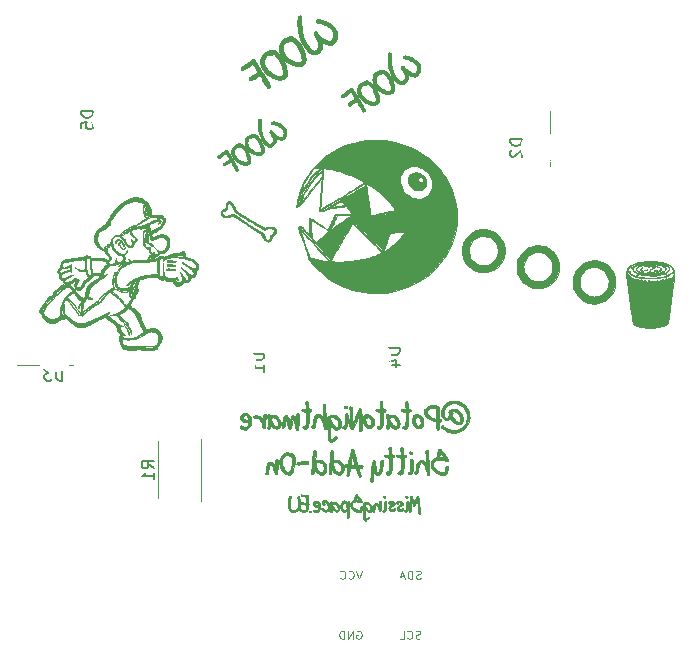
<source format=gbo>
G04 #@! TF.FileFunction,Legend,Bot*
%FSLAX46Y46*%
G04 Gerber Fmt 4.6, Leading zero omitted, Abs format (unit mm)*
G04 Created by KiCad (PCBNEW 4.0.7) date 07/17/18 15:25:19*
%MOMM*%
%LPD*%
G01*
G04 APERTURE LIST*
%ADD10C,0.100000*%
%ADD11C,0.010000*%
%ADD12C,0.120000*%
%ADD13C,0.150000*%
%ADD14C,6.400000*%
%ADD15R,2.100000X2.400000*%
%ADD16R,2.400000X2.100000*%
%ADD17R,3.600000X3.100000*%
%ADD18C,2.100000*%
%ADD19O,2.100000X2.100000*%
G04 APERTURE END LIST*
D10*
D11*
G36*
X145687306Y-111788297D02*
X145783625Y-111811070D01*
X145819283Y-111826320D01*
X145939833Y-111911736D01*
X146029571Y-112024022D01*
X146085487Y-112158124D01*
X146104568Y-112305334D01*
X146090690Y-112429942D01*
X146050103Y-112529516D01*
X145985907Y-112600066D01*
X145901197Y-112637607D01*
X145842527Y-112642648D01*
X145747367Y-112623414D01*
X145651965Y-112569173D01*
X145557043Y-112483391D01*
X145470489Y-112392883D01*
X145470550Y-112742133D01*
X145471347Y-112894140D01*
X145474030Y-113008591D01*
X145479130Y-113090239D01*
X145487178Y-113143839D01*
X145498704Y-113174146D01*
X145514239Y-113185915D01*
X145520127Y-113186542D01*
X145548205Y-113174469D01*
X145598352Y-113142967D01*
X145657218Y-113100704D01*
X145737880Y-113046211D01*
X145793959Y-113024585D01*
X145827411Y-113035712D01*
X145840192Y-113079478D01*
X145840450Y-113089954D01*
X145834858Y-113125795D01*
X145813452Y-113160059D01*
X145769283Y-113200881D01*
X145702866Y-113251007D01*
X145613857Y-113313066D01*
X145549487Y-113350380D01*
X145501896Y-113365332D01*
X145463220Y-113360302D01*
X145425598Y-113337671D01*
X145423093Y-113335719D01*
X145380020Y-113282829D01*
X145349099Y-113209543D01*
X145347427Y-113203057D01*
X145331817Y-113111335D01*
X145320098Y-112983829D01*
X145312473Y-112826926D01*
X145309145Y-112647014D01*
X145310318Y-112450481D01*
X145316197Y-112243715D01*
X145316571Y-112234364D01*
X145327195Y-111972512D01*
X145475835Y-111972512D01*
X145487469Y-112030864D01*
X145512519Y-112105609D01*
X145547585Y-112186349D01*
X145582688Y-112251861D01*
X145630997Y-112319919D01*
X145690946Y-112386162D01*
X145753053Y-112441873D01*
X145807838Y-112478336D01*
X145839328Y-112487809D01*
X145876804Y-112476657D01*
X145884906Y-112471934D01*
X145931638Y-112416818D01*
X145952888Y-112336987D01*
X145947884Y-112242102D01*
X145915853Y-112141823D01*
X145911969Y-112133586D01*
X145842106Y-112033805D01*
X145747267Y-111964811D01*
X145634548Y-111931227D01*
X145597368Y-111928731D01*
X145534682Y-111930463D01*
X145491085Y-111936572D01*
X145481017Y-111940955D01*
X145475835Y-111972512D01*
X145327195Y-111972512D01*
X145332450Y-111843013D01*
X145395950Y-111811479D01*
X145476613Y-111787910D01*
X145579350Y-111780380D01*
X145687306Y-111788297D01*
X145687306Y-111788297D01*
G37*
X145687306Y-111788297D02*
X145783625Y-111811070D01*
X145819283Y-111826320D01*
X145939833Y-111911736D01*
X146029571Y-112024022D01*
X146085487Y-112158124D01*
X146104568Y-112305334D01*
X146090690Y-112429942D01*
X146050103Y-112529516D01*
X145985907Y-112600066D01*
X145901197Y-112637607D01*
X145842527Y-112642648D01*
X145747367Y-112623414D01*
X145651965Y-112569173D01*
X145557043Y-112483391D01*
X145470489Y-112392883D01*
X145470550Y-112742133D01*
X145471347Y-112894140D01*
X145474030Y-113008591D01*
X145479130Y-113090239D01*
X145487178Y-113143839D01*
X145498704Y-113174146D01*
X145514239Y-113185915D01*
X145520127Y-113186542D01*
X145548205Y-113174469D01*
X145598352Y-113142967D01*
X145657218Y-113100704D01*
X145737880Y-113046211D01*
X145793959Y-113024585D01*
X145827411Y-113035712D01*
X145840192Y-113079478D01*
X145840450Y-113089954D01*
X145834858Y-113125795D01*
X145813452Y-113160059D01*
X145769283Y-113200881D01*
X145702866Y-113251007D01*
X145613857Y-113313066D01*
X145549487Y-113350380D01*
X145501896Y-113365332D01*
X145463220Y-113360302D01*
X145425598Y-113337671D01*
X145423093Y-113335719D01*
X145380020Y-113282829D01*
X145349099Y-113209543D01*
X145347427Y-113203057D01*
X145331817Y-113111335D01*
X145320098Y-112983829D01*
X145312473Y-112826926D01*
X145309145Y-112647014D01*
X145310318Y-112450481D01*
X145316197Y-112243715D01*
X145316571Y-112234364D01*
X145327195Y-111972512D01*
X145475835Y-111972512D01*
X145487469Y-112030864D01*
X145512519Y-112105609D01*
X145547585Y-112186349D01*
X145582688Y-112251861D01*
X145630997Y-112319919D01*
X145690946Y-112386162D01*
X145753053Y-112441873D01*
X145807838Y-112478336D01*
X145839328Y-112487809D01*
X145876804Y-112476657D01*
X145884906Y-112471934D01*
X145931638Y-112416818D01*
X145952888Y-112336987D01*
X145947884Y-112242102D01*
X145915853Y-112141823D01*
X145911969Y-112133586D01*
X145842106Y-112033805D01*
X145747267Y-111964811D01*
X145634548Y-111931227D01*
X145597368Y-111928731D01*
X145534682Y-111930463D01*
X145491085Y-111936572D01*
X145481017Y-111940955D01*
X145475835Y-111972512D01*
X145327195Y-111972512D01*
X145332450Y-111843013D01*
X145395950Y-111811479D01*
X145476613Y-111787910D01*
X145579350Y-111780380D01*
X145687306Y-111788297D01*
G36*
X143794104Y-111654759D02*
X143862859Y-111697993D01*
X143933534Y-111776197D01*
X143947528Y-111795056D01*
X144009533Y-111880651D01*
X144009533Y-111805123D01*
X144013027Y-111744372D01*
X144021525Y-111698511D01*
X144022381Y-111696114D01*
X144050135Y-111672143D01*
X144096310Y-111663057D01*
X144141068Y-111669816D01*
X144163399Y-111689287D01*
X144165312Y-111716284D01*
X144165938Y-111780321D01*
X144165346Y-111876124D01*
X144163602Y-111998421D01*
X144160773Y-112141940D01*
X144156926Y-112301408D01*
X144154427Y-112393079D01*
X144148828Y-112582861D01*
X144143729Y-112734676D01*
X144138792Y-112852885D01*
X144133681Y-112941846D01*
X144128059Y-113005918D01*
X144121589Y-113049461D01*
X144113936Y-113076833D01*
X144104761Y-113092393D01*
X144100085Y-113096675D01*
X144064858Y-113118345D01*
X144033448Y-113116126D01*
X144014825Y-113109115D01*
X144003365Y-113091382D01*
X143995413Y-113046038D01*
X143990588Y-112968719D01*
X143988513Y-112855059D01*
X143988366Y-112804507D01*
X143988366Y-112510575D01*
X143908991Y-112564794D01*
X143814506Y-112606081D01*
X143714574Y-112610480D01*
X143617583Y-112581114D01*
X143531919Y-112521105D01*
X143465970Y-112433575D01*
X143447537Y-112393004D01*
X143427012Y-112303773D01*
X143419958Y-112191463D01*
X143565033Y-112191463D01*
X143577423Y-112290188D01*
X143610687Y-112371134D01*
X143658971Y-112430109D01*
X143716416Y-112462926D01*
X143777168Y-112465393D01*
X143835368Y-112433320D01*
X143861366Y-112403466D01*
X143898861Y-112361498D01*
X143932517Y-112340516D01*
X143936891Y-112339966D01*
X143955365Y-112338810D01*
X143963989Y-112329586D01*
X143962593Y-112303661D01*
X143951011Y-112252403D01*
X143933890Y-112185783D01*
X143898760Y-112073405D01*
X143856010Y-111972113D01*
X143810315Y-111891107D01*
X143766350Y-111839587D01*
X143753564Y-111830913D01*
X143704581Y-111824625D01*
X143658642Y-111854896D01*
X143618769Y-111915951D01*
X143587980Y-112002013D01*
X143569295Y-112107309D01*
X143565033Y-112191463D01*
X143419958Y-112191463D01*
X143419856Y-112189840D01*
X143425437Y-112066455D01*
X143443124Y-111948868D01*
X143469638Y-111858694D01*
X143519927Y-111769770D01*
X143587516Y-111698436D01*
X143662621Y-111653187D01*
X143719810Y-111641466D01*
X143794104Y-111654759D01*
X143794104Y-111654759D01*
G37*
X143794104Y-111654759D02*
X143862859Y-111697993D01*
X143933534Y-111776197D01*
X143947528Y-111795056D01*
X144009533Y-111880651D01*
X144009533Y-111805123D01*
X144013027Y-111744372D01*
X144021525Y-111698511D01*
X144022381Y-111696114D01*
X144050135Y-111672143D01*
X144096310Y-111663057D01*
X144141068Y-111669816D01*
X144163399Y-111689287D01*
X144165312Y-111716284D01*
X144165938Y-111780321D01*
X144165346Y-111876124D01*
X144163602Y-111998421D01*
X144160773Y-112141940D01*
X144156926Y-112301408D01*
X144154427Y-112393079D01*
X144148828Y-112582861D01*
X144143729Y-112734676D01*
X144138792Y-112852885D01*
X144133681Y-112941846D01*
X144128059Y-113005918D01*
X144121589Y-113049461D01*
X144113936Y-113076833D01*
X144104761Y-113092393D01*
X144100085Y-113096675D01*
X144064858Y-113118345D01*
X144033448Y-113116126D01*
X144014825Y-113109115D01*
X144003365Y-113091382D01*
X143995413Y-113046038D01*
X143990588Y-112968719D01*
X143988513Y-112855059D01*
X143988366Y-112804507D01*
X143988366Y-112510575D01*
X143908991Y-112564794D01*
X143814506Y-112606081D01*
X143714574Y-112610480D01*
X143617583Y-112581114D01*
X143531919Y-112521105D01*
X143465970Y-112433575D01*
X143447537Y-112393004D01*
X143427012Y-112303773D01*
X143419958Y-112191463D01*
X143565033Y-112191463D01*
X143577423Y-112290188D01*
X143610687Y-112371134D01*
X143658971Y-112430109D01*
X143716416Y-112462926D01*
X143777168Y-112465393D01*
X143835368Y-112433320D01*
X143861366Y-112403466D01*
X143898861Y-112361498D01*
X143932517Y-112340516D01*
X143936891Y-112339966D01*
X143955365Y-112338810D01*
X143963989Y-112329586D01*
X143962593Y-112303661D01*
X143951011Y-112252403D01*
X143933890Y-112185783D01*
X143898760Y-112073405D01*
X143856010Y-111972113D01*
X143810315Y-111891107D01*
X143766350Y-111839587D01*
X143753564Y-111830913D01*
X143704581Y-111824625D01*
X143658642Y-111854896D01*
X143618769Y-111915951D01*
X143587980Y-112002013D01*
X143569295Y-112107309D01*
X143565033Y-112191463D01*
X143419958Y-112191463D01*
X143419856Y-112189840D01*
X143425437Y-112066455D01*
X143443124Y-111948868D01*
X143469638Y-111858694D01*
X143519927Y-111769770D01*
X143587516Y-111698436D01*
X143662621Y-111653187D01*
X143719810Y-111641466D01*
X143794104Y-111654759D01*
G36*
X149436675Y-111273996D02*
X149459357Y-111298611D01*
X149485403Y-111343607D01*
X149517359Y-111414007D01*
X149557768Y-111514836D01*
X149605592Y-111641466D01*
X149656716Y-111779050D01*
X149692112Y-111694383D01*
X149750202Y-111560287D01*
X149803765Y-111445933D01*
X149850213Y-111356320D01*
X149886958Y-111296447D01*
X149911104Y-111271425D01*
X149949554Y-111275407D01*
X149980656Y-111296683D01*
X150012926Y-111341817D01*
X150039540Y-111407082D01*
X150061245Y-111496693D01*
X150078789Y-111614864D01*
X150092918Y-111765807D01*
X150104381Y-111953738D01*
X150107022Y-112009303D01*
X150114744Y-112152145D01*
X150124480Y-112289989D01*
X150135420Y-112413787D01*
X150146753Y-112514487D01*
X150157667Y-112583040D01*
X150158944Y-112588823D01*
X150175480Y-112671824D01*
X150178312Y-112723910D01*
X150167862Y-112754071D01*
X150166769Y-112755444D01*
X150121944Y-112781687D01*
X150071022Y-112776298D01*
X150045733Y-112757175D01*
X150024834Y-112719702D01*
X150007090Y-112659304D01*
X149991977Y-112572127D01*
X149978971Y-112454318D01*
X149967547Y-112302024D01*
X149957181Y-112111391D01*
X149956822Y-112103781D01*
X149949752Y-111969097D01*
X149941920Y-111846414D01*
X149933898Y-111742916D01*
X149926253Y-111665789D01*
X149919558Y-111622218D01*
X149918284Y-111617890D01*
X149907870Y-111598935D01*
X149895518Y-111602721D01*
X149877773Y-111634286D01*
X149851178Y-111698671D01*
X149836179Y-111737659D01*
X149802719Y-111827054D01*
X149772015Y-111911724D01*
X149749744Y-111975957D01*
X149746652Y-111985434D01*
X149713553Y-112045428D01*
X149666404Y-112080646D01*
X149616112Y-112084247D01*
X149600401Y-112077155D01*
X149584801Y-112052370D01*
X149561017Y-111997264D01*
X149533273Y-111921992D01*
X149522486Y-111889954D01*
X149485251Y-111782757D01*
X149457240Y-111716224D01*
X149438550Y-111690522D01*
X149429278Y-111705815D01*
X149428200Y-111727506D01*
X149426338Y-111772204D01*
X149421242Y-111848708D01*
X149413648Y-111948576D01*
X149404291Y-112063365D01*
X149393907Y-112184634D01*
X149383230Y-112303938D01*
X149372996Y-112412836D01*
X149363940Y-112502885D01*
X149356799Y-112565642D01*
X149353077Y-112590009D01*
X149335366Y-112625767D01*
X149296389Y-112633422D01*
X149284586Y-112632343D01*
X149246714Y-112622510D01*
X149228167Y-112596055D01*
X149219860Y-112541050D01*
X149218354Y-112477198D01*
X149221398Y-112383660D01*
X149228305Y-112267112D01*
X149238390Y-112134229D01*
X149250965Y-111991687D01*
X149265345Y-111846163D01*
X149280844Y-111704332D01*
X149296774Y-111572870D01*
X149312450Y-111458454D01*
X149327186Y-111367759D01*
X149340295Y-111307461D01*
X149348885Y-111285903D01*
X149386781Y-111265926D01*
X149414815Y-111264736D01*
X149436675Y-111273996D01*
X149436675Y-111273996D01*
G37*
X149436675Y-111273996D02*
X149459357Y-111298611D01*
X149485403Y-111343607D01*
X149517359Y-111414007D01*
X149557768Y-111514836D01*
X149605592Y-111641466D01*
X149656716Y-111779050D01*
X149692112Y-111694383D01*
X149750202Y-111560287D01*
X149803765Y-111445933D01*
X149850213Y-111356320D01*
X149886958Y-111296447D01*
X149911104Y-111271425D01*
X149949554Y-111275407D01*
X149980656Y-111296683D01*
X150012926Y-111341817D01*
X150039540Y-111407082D01*
X150061245Y-111496693D01*
X150078789Y-111614864D01*
X150092918Y-111765807D01*
X150104381Y-111953738D01*
X150107022Y-112009303D01*
X150114744Y-112152145D01*
X150124480Y-112289989D01*
X150135420Y-112413787D01*
X150146753Y-112514487D01*
X150157667Y-112583040D01*
X150158944Y-112588823D01*
X150175480Y-112671824D01*
X150178312Y-112723910D01*
X150167862Y-112754071D01*
X150166769Y-112755444D01*
X150121944Y-112781687D01*
X150071022Y-112776298D01*
X150045733Y-112757175D01*
X150024834Y-112719702D01*
X150007090Y-112659304D01*
X149991977Y-112572127D01*
X149978971Y-112454318D01*
X149967547Y-112302024D01*
X149957181Y-112111391D01*
X149956822Y-112103781D01*
X149949752Y-111969097D01*
X149941920Y-111846414D01*
X149933898Y-111742916D01*
X149926253Y-111665789D01*
X149919558Y-111622218D01*
X149918284Y-111617890D01*
X149907870Y-111598935D01*
X149895518Y-111602721D01*
X149877773Y-111634286D01*
X149851178Y-111698671D01*
X149836179Y-111737659D01*
X149802719Y-111827054D01*
X149772015Y-111911724D01*
X149749744Y-111975957D01*
X149746652Y-111985434D01*
X149713553Y-112045428D01*
X149666404Y-112080646D01*
X149616112Y-112084247D01*
X149600401Y-112077155D01*
X149584801Y-112052370D01*
X149561017Y-111997264D01*
X149533273Y-111921992D01*
X149522486Y-111889954D01*
X149485251Y-111782757D01*
X149457240Y-111716224D01*
X149438550Y-111690522D01*
X149429278Y-111705815D01*
X149428200Y-111727506D01*
X149426338Y-111772204D01*
X149421242Y-111848708D01*
X149413648Y-111948576D01*
X149404291Y-112063365D01*
X149393907Y-112184634D01*
X149383230Y-112303938D01*
X149372996Y-112412836D01*
X149363940Y-112502885D01*
X149356799Y-112565642D01*
X149353077Y-112590009D01*
X149335366Y-112625767D01*
X149296389Y-112633422D01*
X149284586Y-112632343D01*
X149246714Y-112622510D01*
X149228167Y-112596055D01*
X149219860Y-112541050D01*
X149218354Y-112477198D01*
X149221398Y-112383660D01*
X149228305Y-112267112D01*
X149238390Y-112134229D01*
X149250965Y-111991687D01*
X149265345Y-111846163D01*
X149280844Y-111704332D01*
X149296774Y-111572870D01*
X149312450Y-111458454D01*
X149327186Y-111367759D01*
X149340295Y-111307461D01*
X149348885Y-111285903D01*
X149386781Y-111265926D01*
X149414815Y-111264736D01*
X149436675Y-111273996D01*
G36*
X140897525Y-112518468D02*
X140936698Y-112539885D01*
X140956996Y-112574565D01*
X140947691Y-112616014D01*
X140941839Y-112623942D01*
X140896009Y-112652580D01*
X140842305Y-112653022D01*
X140799246Y-112626180D01*
X140792986Y-112616603D01*
X140783753Y-112574508D01*
X140805463Y-112541393D01*
X140850205Y-112516806D01*
X140897525Y-112518468D01*
X140897525Y-112518468D01*
G37*
X140897525Y-112518468D02*
X140936698Y-112539885D01*
X140956996Y-112574565D01*
X140947691Y-112616014D01*
X140941839Y-112623942D01*
X140896009Y-112652580D01*
X140842305Y-112653022D01*
X140799246Y-112626180D01*
X140792986Y-112616603D01*
X140783753Y-112574508D01*
X140805463Y-112541393D01*
X140850205Y-112516806D01*
X140897525Y-112518468D01*
G36*
X141421611Y-111660653D02*
X141519151Y-111701066D01*
X141598280Y-111767830D01*
X141666802Y-111862327D01*
X141707277Y-111975527D01*
X141721530Y-112113969D01*
X141719050Y-112200240D01*
X141695876Y-112348978D01*
X141646923Y-112465257D01*
X141571165Y-112550961D01*
X141505483Y-112591933D01*
X141395320Y-112628811D01*
X141286242Y-112628064D01*
X141228641Y-112614404D01*
X141162603Y-112583914D01*
X141110511Y-112540617D01*
X141077518Y-112492739D01*
X141068779Y-112448504D01*
X141089446Y-112416136D01*
X141100843Y-112410458D01*
X141138877Y-112412264D01*
X141194114Y-112432184D01*
X141214850Y-112442872D01*
X141278329Y-112471593D01*
X141336897Y-112487195D01*
X141349526Y-112488133D01*
X141417176Y-112468599D01*
X141480616Y-112415873D01*
X141530384Y-112338770D01*
X141542630Y-112308216D01*
X141571661Y-112223550D01*
X141429241Y-112211889D01*
X141298881Y-112188016D01*
X141200881Y-112139408D01*
X141132060Y-112064328D01*
X141119963Y-112043015D01*
X141094680Y-111962787D01*
X141092866Y-111900119D01*
X141245249Y-111900119D01*
X141257573Y-111950941D01*
X141292751Y-111998819D01*
X141345294Y-112037538D01*
X141409717Y-112060881D01*
X141480532Y-112062634D01*
X141520718Y-112051952D01*
X141549796Y-112024772D01*
X141546415Y-111976209D01*
X141510374Y-111903642D01*
X141509186Y-111901713D01*
X141449754Y-111832436D01*
X141383051Y-111802761D01*
X141312142Y-111814036D01*
X141311106Y-111814504D01*
X141261264Y-111852568D01*
X141245249Y-111900119D01*
X141092866Y-111900119D01*
X141092144Y-111875219D01*
X141109935Y-111792643D01*
X141145635Y-111727391D01*
X141188292Y-111694743D01*
X141312936Y-111658833D01*
X141421611Y-111660653D01*
X141421611Y-111660653D01*
G37*
X141421611Y-111660653D02*
X141519151Y-111701066D01*
X141598280Y-111767830D01*
X141666802Y-111862327D01*
X141707277Y-111975527D01*
X141721530Y-112113969D01*
X141719050Y-112200240D01*
X141695876Y-112348978D01*
X141646923Y-112465257D01*
X141571165Y-112550961D01*
X141505483Y-112591933D01*
X141395320Y-112628811D01*
X141286242Y-112628064D01*
X141228641Y-112614404D01*
X141162603Y-112583914D01*
X141110511Y-112540617D01*
X141077518Y-112492739D01*
X141068779Y-112448504D01*
X141089446Y-112416136D01*
X141100843Y-112410458D01*
X141138877Y-112412264D01*
X141194114Y-112432184D01*
X141214850Y-112442872D01*
X141278329Y-112471593D01*
X141336897Y-112487195D01*
X141349526Y-112488133D01*
X141417176Y-112468599D01*
X141480616Y-112415873D01*
X141530384Y-112338770D01*
X141542630Y-112308216D01*
X141571661Y-112223550D01*
X141429241Y-112211889D01*
X141298881Y-112188016D01*
X141200881Y-112139408D01*
X141132060Y-112064328D01*
X141119963Y-112043015D01*
X141094680Y-111962787D01*
X141092866Y-111900119D01*
X141245249Y-111900119D01*
X141257573Y-111950941D01*
X141292751Y-111998819D01*
X141345294Y-112037538D01*
X141409717Y-112060881D01*
X141480532Y-112062634D01*
X141520718Y-112051952D01*
X141549796Y-112024772D01*
X141546415Y-111976209D01*
X141510374Y-111903642D01*
X141509186Y-111901713D01*
X141449754Y-111832436D01*
X141383051Y-111802761D01*
X141312142Y-111814036D01*
X141311106Y-111814504D01*
X141261264Y-111852568D01*
X141245249Y-111900119D01*
X141092866Y-111900119D01*
X141092144Y-111875219D01*
X141109935Y-111792643D01*
X141145635Y-111727391D01*
X141188292Y-111694743D01*
X141312936Y-111658833D01*
X141421611Y-111660653D01*
G36*
X144807997Y-111108463D02*
X144827291Y-111136904D01*
X144831147Y-111159925D01*
X144844788Y-111202219D01*
X144865726Y-111218133D01*
X144897638Y-111235018D01*
X144945630Y-111280568D01*
X145004035Y-111347124D01*
X145067189Y-111427028D01*
X145129429Y-111512623D01*
X145185089Y-111596249D01*
X145228504Y-111670248D01*
X145254010Y-111726964D01*
X145258366Y-111748964D01*
X145247581Y-111789751D01*
X145212575Y-111808601D01*
X145149373Y-111805948D01*
X145054000Y-111782231D01*
X145028314Y-111774232D01*
X144871013Y-111736796D01*
X144729420Y-111728550D01*
X144607597Y-111748478D01*
X144509603Y-111795564D01*
X144439498Y-111868791D01*
X144411205Y-111928716D01*
X144400117Y-112026221D01*
X144429908Y-112123531D01*
X144499157Y-112218716D01*
X144606446Y-112309850D01*
X144750353Y-112395002D01*
X144756877Y-112398269D01*
X144877160Y-112447854D01*
X144971917Y-112463872D01*
X145041669Y-112446122D01*
X145086943Y-112394406D01*
X145108261Y-112308522D01*
X145110200Y-112263623D01*
X145113564Y-112174272D01*
X145125648Y-112119678D01*
X145149433Y-112092655D01*
X145183956Y-112085966D01*
X145237599Y-112098395D01*
X145266873Y-112138355D01*
X145273744Y-112209860D01*
X145269231Y-112259965D01*
X145245678Y-112369946D01*
X145207400Y-112469021D01*
X145159693Y-112545609D01*
X145122838Y-112580090D01*
X145047969Y-112611392D01*
X144955711Y-112626011D01*
X144877366Y-112621790D01*
X144763467Y-112586098D01*
X144641412Y-112524257D01*
X144521397Y-112443806D01*
X144413617Y-112352288D01*
X144328265Y-112257245D01*
X144281820Y-112181216D01*
X144245861Y-112055314D01*
X144249127Y-111930263D01*
X144289327Y-111813622D01*
X144364175Y-111712950D01*
X144441961Y-111652296D01*
X144491171Y-111623795D01*
X144534197Y-111605351D01*
X144582342Y-111594787D01*
X144646912Y-111589925D01*
X144739212Y-111588589D01*
X144772931Y-111588550D01*
X144999556Y-111588550D01*
X144933169Y-111506830D01*
X144886274Y-111448901D01*
X144845188Y-111397813D01*
X144832770Y-111382243D01*
X144806844Y-111356644D01*
X144788340Y-111361904D01*
X144771964Y-111402374D01*
X144762174Y-111440264D01*
X144733957Y-111515205D01*
X144693332Y-111551888D01*
X144665700Y-111556800D01*
X144623684Y-111549608D01*
X144600888Y-111524491D01*
X144596762Y-111476134D01*
X144610755Y-111399222D01*
X144639035Y-111299081D01*
X144667483Y-111208433D01*
X144688610Y-111150879D01*
X144707090Y-111118918D01*
X144727599Y-111105047D01*
X144754813Y-111101763D01*
X144762029Y-111101716D01*
X144807997Y-111108463D01*
X144807997Y-111108463D01*
G37*
X144807997Y-111108463D02*
X144827291Y-111136904D01*
X144831147Y-111159925D01*
X144844788Y-111202219D01*
X144865726Y-111218133D01*
X144897638Y-111235018D01*
X144945630Y-111280568D01*
X145004035Y-111347124D01*
X145067189Y-111427028D01*
X145129429Y-111512623D01*
X145185089Y-111596249D01*
X145228504Y-111670248D01*
X145254010Y-111726964D01*
X145258366Y-111748964D01*
X145247581Y-111789751D01*
X145212575Y-111808601D01*
X145149373Y-111805948D01*
X145054000Y-111782231D01*
X145028314Y-111774232D01*
X144871013Y-111736796D01*
X144729420Y-111728550D01*
X144607597Y-111748478D01*
X144509603Y-111795564D01*
X144439498Y-111868791D01*
X144411205Y-111928716D01*
X144400117Y-112026221D01*
X144429908Y-112123531D01*
X144499157Y-112218716D01*
X144606446Y-112309850D01*
X144750353Y-112395002D01*
X144756877Y-112398269D01*
X144877160Y-112447854D01*
X144971917Y-112463872D01*
X145041669Y-112446122D01*
X145086943Y-112394406D01*
X145108261Y-112308522D01*
X145110200Y-112263623D01*
X145113564Y-112174272D01*
X145125648Y-112119678D01*
X145149433Y-112092655D01*
X145183956Y-112085966D01*
X145237599Y-112098395D01*
X145266873Y-112138355D01*
X145273744Y-112209860D01*
X145269231Y-112259965D01*
X145245678Y-112369946D01*
X145207400Y-112469021D01*
X145159693Y-112545609D01*
X145122838Y-112580090D01*
X145047969Y-112611392D01*
X144955711Y-112626011D01*
X144877366Y-112621790D01*
X144763467Y-112586098D01*
X144641412Y-112524257D01*
X144521397Y-112443806D01*
X144413617Y-112352288D01*
X144328265Y-112257245D01*
X144281820Y-112181216D01*
X144245861Y-112055314D01*
X144249127Y-111930263D01*
X144289327Y-111813622D01*
X144364175Y-111712950D01*
X144441961Y-111652296D01*
X144491171Y-111623795D01*
X144534197Y-111605351D01*
X144582342Y-111594787D01*
X144646912Y-111589925D01*
X144739212Y-111588589D01*
X144772931Y-111588550D01*
X144999556Y-111588550D01*
X144933169Y-111506830D01*
X144886274Y-111448901D01*
X144845188Y-111397813D01*
X144832770Y-111382243D01*
X144806844Y-111356644D01*
X144788340Y-111361904D01*
X144771964Y-111402374D01*
X144762174Y-111440264D01*
X144733957Y-111515205D01*
X144693332Y-111551888D01*
X144665700Y-111556800D01*
X144623684Y-111549608D01*
X144600888Y-111524491D01*
X144596762Y-111476134D01*
X144610755Y-111399222D01*
X144639035Y-111299081D01*
X144667483Y-111208433D01*
X144688610Y-111150879D01*
X144707090Y-111118918D01*
X144727599Y-111105047D01*
X144754813Y-111101763D01*
X144762029Y-111101716D01*
X144807997Y-111108463D01*
G36*
X142173759Y-111629991D02*
X142261407Y-111680153D01*
X142342272Y-111755424D01*
X142412773Y-111850123D01*
X142469325Y-111958572D01*
X142508348Y-112075090D01*
X142526259Y-112193998D01*
X142519476Y-112309617D01*
X142486785Y-112411462D01*
X142418808Y-112506907D01*
X142326182Y-112572510D01*
X142217548Y-112604209D01*
X142101549Y-112597941D01*
X142093950Y-112596120D01*
X142015886Y-112570029D01*
X141950538Y-112530117D01*
X141882602Y-112466388D01*
X141863304Y-112445433D01*
X141807992Y-112369351D01*
X141792499Y-112307610D01*
X141816819Y-112260184D01*
X141833020Y-112248019D01*
X141857231Y-112241638D01*
X141887530Y-112255454D01*
X141931571Y-112294312D01*
X141971682Y-112335816D01*
X142029277Y-112394387D01*
X142072060Y-112427545D01*
X142112398Y-112442334D01*
X142162656Y-112445797D01*
X142164782Y-112445800D01*
X142253941Y-112428843D01*
X142319031Y-112381330D01*
X142358904Y-112308297D01*
X142372411Y-112214779D01*
X142358402Y-112105813D01*
X142315731Y-111986432D01*
X142283587Y-111924927D01*
X142216539Y-111835943D01*
X142140911Y-111782808D01*
X142074777Y-111768466D01*
X142023254Y-111778255D01*
X142009930Y-111805711D01*
X142035985Y-111847970D01*
X142040261Y-111852361D01*
X142076783Y-111908334D01*
X142074337Y-111956893D01*
X142036286Y-111990379D01*
X141974836Y-112001300D01*
X141915306Y-111982271D01*
X141864701Y-111933642D01*
X141833920Y-111868103D01*
X141829366Y-111831966D01*
X141848384Y-111760261D01*
X141898933Y-111691434D01*
X141971254Y-111637707D01*
X141992444Y-111627710D01*
X142082910Y-111610617D01*
X142173759Y-111629991D01*
X142173759Y-111629991D01*
G37*
X142173759Y-111629991D02*
X142261407Y-111680153D01*
X142342272Y-111755424D01*
X142412773Y-111850123D01*
X142469325Y-111958572D01*
X142508348Y-112075090D01*
X142526259Y-112193998D01*
X142519476Y-112309617D01*
X142486785Y-112411462D01*
X142418808Y-112506907D01*
X142326182Y-112572510D01*
X142217548Y-112604209D01*
X142101549Y-112597941D01*
X142093950Y-112596120D01*
X142015886Y-112570029D01*
X141950538Y-112530117D01*
X141882602Y-112466388D01*
X141863304Y-112445433D01*
X141807992Y-112369351D01*
X141792499Y-112307610D01*
X141816819Y-112260184D01*
X141833020Y-112248019D01*
X141857231Y-112241638D01*
X141887530Y-112255454D01*
X141931571Y-112294312D01*
X141971682Y-112335816D01*
X142029277Y-112394387D01*
X142072060Y-112427545D01*
X142112398Y-112442334D01*
X142162656Y-112445797D01*
X142164782Y-112445800D01*
X142253941Y-112428843D01*
X142319031Y-112381330D01*
X142358904Y-112308297D01*
X142372411Y-112214779D01*
X142358402Y-112105813D01*
X142315731Y-111986432D01*
X142283587Y-111924927D01*
X142216539Y-111835943D01*
X142140911Y-111782808D01*
X142074777Y-111768466D01*
X142023254Y-111778255D01*
X142009930Y-111805711D01*
X142035985Y-111847970D01*
X142040261Y-111852361D01*
X142076783Y-111908334D01*
X142074337Y-111956893D01*
X142036286Y-111990379D01*
X141974836Y-112001300D01*
X141915306Y-111982271D01*
X141864701Y-111933642D01*
X141833920Y-111868103D01*
X141829366Y-111831966D01*
X141848384Y-111760261D01*
X141898933Y-111691434D01*
X141971254Y-111637707D01*
X141992444Y-111627710D01*
X142082910Y-111610617D01*
X142173759Y-111629991D01*
G36*
X142658700Y-111736284D02*
X142684595Y-111758885D01*
X142713966Y-111778638D01*
X142753293Y-111778915D01*
X142798068Y-111767453D01*
X142903393Y-111756607D01*
X143009780Y-111782027D01*
X143111365Y-111838215D01*
X143202285Y-111919676D01*
X143276673Y-112020911D01*
X143328667Y-112136423D01*
X143352402Y-112260717D01*
X143353248Y-112287856D01*
X143337464Y-112378132D01*
X143295460Y-112465066D01*
X143235742Y-112534905D01*
X143178737Y-112570064D01*
X143124281Y-112586575D01*
X143078152Y-112586537D01*
X143019447Y-112569088D01*
X143002696Y-112562799D01*
X142929317Y-112524298D01*
X142854430Y-112469169D01*
X142825424Y-112441992D01*
X142744813Y-112358100D01*
X142730461Y-112438991D01*
X142714880Y-112517930D01*
X142699981Y-112564624D01*
X142681197Y-112588837D01*
X142655149Y-112600025D01*
X142604822Y-112597115D01*
X142579217Y-112584855D01*
X142559525Y-112564189D01*
X142553895Y-112533322D01*
X142561249Y-112479545D01*
X142567650Y-112448469D01*
X142585004Y-112322564D01*
X142590409Y-112174920D01*
X142583841Y-112024413D01*
X142579443Y-111990716D01*
X142738450Y-111990716D01*
X142810321Y-112138883D01*
X142875077Y-112254361D01*
X142943774Y-112345355D01*
X143012299Y-112408543D01*
X143076541Y-112440599D01*
X143132387Y-112438202D01*
X143158633Y-112420400D01*
X143173955Y-112385051D01*
X143182998Y-112325485D01*
X143184033Y-112296729D01*
X143169959Y-112193351D01*
X143131732Y-112099383D01*
X143075339Y-112019956D01*
X143006772Y-111960204D01*
X142932018Y-111925257D01*
X142857069Y-111920249D01*
X142787912Y-111950310D01*
X142783669Y-111953675D01*
X142738450Y-111990716D01*
X142579443Y-111990716D01*
X142568347Y-111905716D01*
X142556763Y-111834523D01*
X142555986Y-111792492D01*
X142567174Y-111767562D01*
X142582975Y-111753662D01*
X142625857Y-111729272D01*
X142658700Y-111736284D01*
X142658700Y-111736284D01*
G37*
X142658700Y-111736284D02*
X142684595Y-111758885D01*
X142713966Y-111778638D01*
X142753293Y-111778915D01*
X142798068Y-111767453D01*
X142903393Y-111756607D01*
X143009780Y-111782027D01*
X143111365Y-111838215D01*
X143202285Y-111919676D01*
X143276673Y-112020911D01*
X143328667Y-112136423D01*
X143352402Y-112260717D01*
X143353248Y-112287856D01*
X143337464Y-112378132D01*
X143295460Y-112465066D01*
X143235742Y-112534905D01*
X143178737Y-112570064D01*
X143124281Y-112586575D01*
X143078152Y-112586537D01*
X143019447Y-112569088D01*
X143002696Y-112562799D01*
X142929317Y-112524298D01*
X142854430Y-112469169D01*
X142825424Y-112441992D01*
X142744813Y-112358100D01*
X142730461Y-112438991D01*
X142714880Y-112517930D01*
X142699981Y-112564624D01*
X142681197Y-112588837D01*
X142655149Y-112600025D01*
X142604822Y-112597115D01*
X142579217Y-112584855D01*
X142559525Y-112564189D01*
X142553895Y-112533322D01*
X142561249Y-112479545D01*
X142567650Y-112448469D01*
X142585004Y-112322564D01*
X142590409Y-112174920D01*
X142583841Y-112024413D01*
X142579443Y-111990716D01*
X142738450Y-111990716D01*
X142810321Y-112138883D01*
X142875077Y-112254361D01*
X142943774Y-112345355D01*
X143012299Y-112408543D01*
X143076541Y-112440599D01*
X143132387Y-112438202D01*
X143158633Y-112420400D01*
X143173955Y-112385051D01*
X143182998Y-112325485D01*
X143184033Y-112296729D01*
X143169959Y-112193351D01*
X143131732Y-112099383D01*
X143075339Y-112019956D01*
X143006772Y-111960204D01*
X142932018Y-111925257D01*
X142857069Y-111920249D01*
X142787912Y-111950310D01*
X142783669Y-111953675D01*
X142738450Y-111990716D01*
X142579443Y-111990716D01*
X142568347Y-111905716D01*
X142556763Y-111834523D01*
X142555986Y-111792492D01*
X142567174Y-111767562D01*
X142582975Y-111753662D01*
X142625857Y-111729272D01*
X142658700Y-111736284D01*
G36*
X139194178Y-111246516D02*
X139214619Y-111272327D01*
X139215750Y-111322975D01*
X139198806Y-111404700D01*
X139191412Y-111432470D01*
X139174659Y-111508876D01*
X139163190Y-111600487D01*
X139156304Y-111715776D01*
X139153301Y-111863212D01*
X139153112Y-111895466D01*
X139154852Y-112059682D01*
X139163477Y-112186454D01*
X139181852Y-112280479D01*
X139212840Y-112346455D01*
X139259305Y-112389079D01*
X139324112Y-112413049D01*
X139410126Y-112423062D01*
X139475570Y-112424321D01*
X139584947Y-112418092D01*
X139664180Y-112396890D01*
X139724171Y-112356097D01*
X139770273Y-112299486D01*
X139790612Y-112265689D01*
X139804304Y-112229789D01*
X139812642Y-112182772D01*
X139816916Y-112115621D01*
X139818417Y-112019322D01*
X139818533Y-111962561D01*
X139816428Y-111837606D01*
X139810733Y-111706124D01*
X139802378Y-111585692D01*
X139794621Y-111510793D01*
X139783910Y-111400208D01*
X139786153Y-111325484D01*
X139802839Y-111281732D01*
X139835458Y-111264062D01*
X139869597Y-111264736D01*
X139902113Y-111285734D01*
X139928215Y-111339728D01*
X139948214Y-111428573D01*
X139962416Y-111554125D01*
X139971133Y-111718242D01*
X139974505Y-111895466D01*
X139975173Y-112030758D01*
X139974373Y-112131094D01*
X139971395Y-112203844D01*
X139965527Y-112256377D01*
X139956056Y-112296064D01*
X139942272Y-112330274D01*
X139930248Y-112353840D01*
X139864706Y-112448380D01*
X139780007Y-112514871D01*
X139665372Y-112561736D01*
X139663613Y-112562261D01*
X139559223Y-112582518D01*
X139436342Y-112590569D01*
X139317291Y-112585472D01*
X139271797Y-112578806D01*
X139215855Y-112552169D01*
X139153084Y-112498615D01*
X139094277Y-112429720D01*
X139050228Y-112357058D01*
X139039054Y-112329215D01*
X139020729Y-112246665D01*
X139007478Y-112133132D01*
X138999508Y-111999688D01*
X138997026Y-111857402D01*
X139000237Y-111717347D01*
X139009349Y-111590590D01*
X139023470Y-111493496D01*
X139046994Y-111385242D01*
X139067892Y-111312297D01*
X139089533Y-111268067D01*
X139115281Y-111245954D01*
X139148503Y-111239361D01*
X139153192Y-111239300D01*
X139194178Y-111246516D01*
X139194178Y-111246516D01*
G37*
X139194178Y-111246516D02*
X139214619Y-111272327D01*
X139215750Y-111322975D01*
X139198806Y-111404700D01*
X139191412Y-111432470D01*
X139174659Y-111508876D01*
X139163190Y-111600487D01*
X139156304Y-111715776D01*
X139153301Y-111863212D01*
X139153112Y-111895466D01*
X139154852Y-112059682D01*
X139163477Y-112186454D01*
X139181852Y-112280479D01*
X139212840Y-112346455D01*
X139259305Y-112389079D01*
X139324112Y-112413049D01*
X139410126Y-112423062D01*
X139475570Y-112424321D01*
X139584947Y-112418092D01*
X139664180Y-112396890D01*
X139724171Y-112356097D01*
X139770273Y-112299486D01*
X139790612Y-112265689D01*
X139804304Y-112229789D01*
X139812642Y-112182772D01*
X139816916Y-112115621D01*
X139818417Y-112019322D01*
X139818533Y-111962561D01*
X139816428Y-111837606D01*
X139810733Y-111706124D01*
X139802378Y-111585692D01*
X139794621Y-111510793D01*
X139783910Y-111400208D01*
X139786153Y-111325484D01*
X139802839Y-111281732D01*
X139835458Y-111264062D01*
X139869597Y-111264736D01*
X139902113Y-111285734D01*
X139928215Y-111339728D01*
X139948214Y-111428573D01*
X139962416Y-111554125D01*
X139971133Y-111718242D01*
X139974505Y-111895466D01*
X139975173Y-112030758D01*
X139974373Y-112131094D01*
X139971395Y-112203844D01*
X139965527Y-112256377D01*
X139956056Y-112296064D01*
X139942272Y-112330274D01*
X139930248Y-112353840D01*
X139864706Y-112448380D01*
X139780007Y-112514871D01*
X139665372Y-112561736D01*
X139663613Y-112562261D01*
X139559223Y-112582518D01*
X139436342Y-112590569D01*
X139317291Y-112585472D01*
X139271797Y-112578806D01*
X139215855Y-112552169D01*
X139153084Y-112498615D01*
X139094277Y-112429720D01*
X139050228Y-112357058D01*
X139039054Y-112329215D01*
X139020729Y-112246665D01*
X139007478Y-112133132D01*
X138999508Y-111999688D01*
X138997026Y-111857402D01*
X139000237Y-111717347D01*
X139009349Y-111590590D01*
X139023470Y-111493496D01*
X139046994Y-111385242D01*
X139067892Y-111312297D01*
X139089533Y-111268067D01*
X139115281Y-111245954D01*
X139148503Y-111239361D01*
X139153192Y-111239300D01*
X139194178Y-111246516D01*
G36*
X140188401Y-111138010D02*
X140276195Y-111143442D01*
X140373796Y-111152100D01*
X140470894Y-111162946D01*
X140557179Y-111174942D01*
X140622343Y-111187047D01*
X140656076Y-111198223D01*
X140656787Y-111198768D01*
X140668752Y-111218380D01*
X140677215Y-111257941D01*
X140682653Y-111323087D01*
X140685544Y-111419453D01*
X140686366Y-111547559D01*
X140687717Y-111673153D01*
X140691538Y-111774415D01*
X140697486Y-111845842D01*
X140705213Y-111881929D01*
X140707533Y-111884883D01*
X140726833Y-111917919D01*
X140722727Y-111963868D01*
X140699925Y-111998830D01*
X140682582Y-112034654D01*
X140668716Y-112107566D01*
X140659982Y-112201750D01*
X140644943Y-112333370D01*
X140616534Y-112430804D01*
X140571547Y-112500961D01*
X140506777Y-112550748D01*
X140495146Y-112556892D01*
X140405535Y-112584098D01*
X140294516Y-112591290D01*
X140178160Y-112578139D01*
X140125006Y-112564465D01*
X140025245Y-112524670D01*
X139958549Y-112479658D01*
X139927399Y-112432442D01*
X139934277Y-112386034D01*
X139956989Y-112360409D01*
X139983450Y-112347375D01*
X140019571Y-112352313D01*
X140077548Y-112377305D01*
X140088948Y-112382945D01*
X140192569Y-112422965D01*
X140294290Y-112441652D01*
X140383229Y-112438186D01*
X140448505Y-112411749D01*
X140450532Y-112410152D01*
X140475513Y-112384724D01*
X140491788Y-112350569D01*
X140502209Y-112297317D01*
X140509627Y-112214599D01*
X140511279Y-112189169D01*
X140522567Y-112008235D01*
X140297547Y-111980474D01*
X140181389Y-111963838D01*
X140102476Y-111945973D01*
X140055738Y-111924432D01*
X140036105Y-111896769D01*
X140038506Y-111860535D01*
X140039840Y-111856104D01*
X140058250Y-111821625D01*
X140091573Y-111803679D01*
X140148223Y-111800449D01*
X140236617Y-111810116D01*
X140246218Y-111811526D01*
X140329017Y-111823743D01*
X140405043Y-111834767D01*
X140446185Y-111840587D01*
X140512921Y-111849804D01*
X140525937Y-111687427D01*
X140530243Y-111590687D01*
X140528960Y-111493977D01*
X140522482Y-111419216D01*
X140506011Y-111313383D01*
X140305762Y-111297978D01*
X140215706Y-111290213D01*
X140140351Y-111282172D01*
X140090608Y-111275092D01*
X140078440Y-111272184D01*
X140056785Y-111244755D01*
X140052613Y-111199720D01*
X140065136Y-111157659D01*
X140083469Y-111140985D01*
X140120722Y-111136845D01*
X140188401Y-111138010D01*
X140188401Y-111138010D01*
G37*
X140188401Y-111138010D02*
X140276195Y-111143442D01*
X140373796Y-111152100D01*
X140470894Y-111162946D01*
X140557179Y-111174942D01*
X140622343Y-111187047D01*
X140656076Y-111198223D01*
X140656787Y-111198768D01*
X140668752Y-111218380D01*
X140677215Y-111257941D01*
X140682653Y-111323087D01*
X140685544Y-111419453D01*
X140686366Y-111547559D01*
X140687717Y-111673153D01*
X140691538Y-111774415D01*
X140697486Y-111845842D01*
X140705213Y-111881929D01*
X140707533Y-111884883D01*
X140726833Y-111917919D01*
X140722727Y-111963868D01*
X140699925Y-111998830D01*
X140682582Y-112034654D01*
X140668716Y-112107566D01*
X140659982Y-112201750D01*
X140644943Y-112333370D01*
X140616534Y-112430804D01*
X140571547Y-112500961D01*
X140506777Y-112550748D01*
X140495146Y-112556892D01*
X140405535Y-112584098D01*
X140294516Y-112591290D01*
X140178160Y-112578139D01*
X140125006Y-112564465D01*
X140025245Y-112524670D01*
X139958549Y-112479658D01*
X139927399Y-112432442D01*
X139934277Y-112386034D01*
X139956989Y-112360409D01*
X139983450Y-112347375D01*
X140019571Y-112352313D01*
X140077548Y-112377305D01*
X140088948Y-112382945D01*
X140192569Y-112422965D01*
X140294290Y-112441652D01*
X140383229Y-112438186D01*
X140448505Y-112411749D01*
X140450532Y-112410152D01*
X140475513Y-112384724D01*
X140491788Y-112350569D01*
X140502209Y-112297317D01*
X140509627Y-112214599D01*
X140511279Y-112189169D01*
X140522567Y-112008235D01*
X140297547Y-111980474D01*
X140181389Y-111963838D01*
X140102476Y-111945973D01*
X140055738Y-111924432D01*
X140036105Y-111896769D01*
X140038506Y-111860535D01*
X140039840Y-111856104D01*
X140058250Y-111821625D01*
X140091573Y-111803679D01*
X140148223Y-111800449D01*
X140236617Y-111810116D01*
X140246218Y-111811526D01*
X140329017Y-111823743D01*
X140405043Y-111834767D01*
X140446185Y-111840587D01*
X140512921Y-111849804D01*
X140525937Y-111687427D01*
X140530243Y-111590687D01*
X140528960Y-111493977D01*
X140522482Y-111419216D01*
X140506011Y-111313383D01*
X140305762Y-111297978D01*
X140215706Y-111290213D01*
X140140351Y-111282172D01*
X140090608Y-111275092D01*
X140078440Y-111272184D01*
X140056785Y-111244755D01*
X140052613Y-111199720D01*
X140065136Y-111157659D01*
X140083469Y-111140985D01*
X140120722Y-111136845D01*
X140188401Y-111138010D01*
G36*
X146801321Y-111686933D02*
X146811239Y-111690350D01*
X146826234Y-111701788D01*
X146836136Y-111727187D01*
X146841850Y-111773713D01*
X146844277Y-111848534D01*
X146844360Y-111953010D01*
X146840930Y-112140825D01*
X146833260Y-112296575D01*
X146821596Y-112417882D01*
X146806188Y-112502366D01*
X146787285Y-112547649D01*
X146781705Y-112552787D01*
X146747789Y-112568198D01*
X146718906Y-112563109D01*
X146691614Y-112532916D01*
X146662474Y-112473015D01*
X146628045Y-112378803D01*
X146609289Y-112322074D01*
X146565285Y-112194175D01*
X146527290Y-112102915D01*
X146492499Y-112043527D01*
X146458106Y-112011246D01*
X146421306Y-112001303D01*
X146420501Y-112001300D01*
X146396089Y-112004507D01*
X146377234Y-112018307D01*
X146361721Y-112048968D01*
X146347335Y-112102758D01*
X146331861Y-112185945D01*
X146313083Y-112304798D01*
X146312958Y-112305622D01*
X146292067Y-112429879D01*
X146271934Y-112515972D01*
X146250174Y-112567955D01*
X146224402Y-112589881D01*
X146192232Y-112585804D01*
X146159693Y-112566108D01*
X146142315Y-112549928D01*
X146132995Y-112526942D01*
X146131224Y-112488156D01*
X146136497Y-112424577D01*
X146146865Y-112338567D01*
X146167288Y-112189788D01*
X146186666Y-112077731D01*
X146206320Y-111996850D01*
X146227571Y-111941599D01*
X146249107Y-111909254D01*
X146321165Y-111857070D01*
X146404825Y-111842081D01*
X146493345Y-111863331D01*
X146579983Y-111919860D01*
X146621441Y-111962162D01*
X146695821Y-112049058D01*
X146702052Y-111884529D01*
X146710771Y-111781410D01*
X146728904Y-111716450D01*
X146758428Y-111686130D01*
X146801321Y-111686933D01*
X146801321Y-111686933D01*
G37*
X146801321Y-111686933D02*
X146811239Y-111690350D01*
X146826234Y-111701788D01*
X146836136Y-111727187D01*
X146841850Y-111773713D01*
X146844277Y-111848534D01*
X146844360Y-111953010D01*
X146840930Y-112140825D01*
X146833260Y-112296575D01*
X146821596Y-112417882D01*
X146806188Y-112502366D01*
X146787285Y-112547649D01*
X146781705Y-112552787D01*
X146747789Y-112568198D01*
X146718906Y-112563109D01*
X146691614Y-112532916D01*
X146662474Y-112473015D01*
X146628045Y-112378803D01*
X146609289Y-112322074D01*
X146565285Y-112194175D01*
X146527290Y-112102915D01*
X146492499Y-112043527D01*
X146458106Y-112011246D01*
X146421306Y-112001303D01*
X146420501Y-112001300D01*
X146396089Y-112004507D01*
X146377234Y-112018307D01*
X146361721Y-112048968D01*
X146347335Y-112102758D01*
X146331861Y-112185945D01*
X146313083Y-112304798D01*
X146312958Y-112305622D01*
X146292067Y-112429879D01*
X146271934Y-112515972D01*
X146250174Y-112567955D01*
X146224402Y-112589881D01*
X146192232Y-112585804D01*
X146159693Y-112566108D01*
X146142315Y-112549928D01*
X146132995Y-112526942D01*
X146131224Y-112488156D01*
X146136497Y-112424577D01*
X146146865Y-112338567D01*
X146167288Y-112189788D01*
X146186666Y-112077731D01*
X146206320Y-111996850D01*
X146227571Y-111941599D01*
X146249107Y-111909254D01*
X146321165Y-111857070D01*
X146404825Y-111842081D01*
X146493345Y-111863331D01*
X146579983Y-111919860D01*
X146621441Y-111962162D01*
X146695821Y-112049058D01*
X146702052Y-111884529D01*
X146710771Y-111781410D01*
X146728904Y-111716450D01*
X146758428Y-111686130D01*
X146801321Y-111686933D01*
G36*
X147235925Y-111688911D02*
X147263953Y-111707707D01*
X147282632Y-111749603D01*
X147293538Y-111819746D01*
X147298249Y-111923279D01*
X147298699Y-112019864D01*
X147291736Y-112208954D01*
X147272570Y-112358738D01*
X147240693Y-112470597D01*
X147195599Y-112545908D01*
X147136782Y-112586051D01*
X147087854Y-112593966D01*
X147040332Y-112578912D01*
X147003495Y-112550394D01*
X146979902Y-112501242D01*
X146994017Y-112457873D01*
X147041490Y-112430902D01*
X147053402Y-112428583D01*
X147078080Y-112420934D01*
X147096825Y-112402623D01*
X147110797Y-112368062D01*
X147121159Y-112311663D01*
X147129072Y-112227837D01*
X147135697Y-112110996D01*
X147139971Y-112012018D01*
X147145214Y-111889827D01*
X147150218Y-111803537D01*
X147156109Y-111746739D01*
X147164017Y-111713024D01*
X147175068Y-111695982D01*
X147190391Y-111689203D01*
X147196968Y-111688070D01*
X147235925Y-111688911D01*
X147235925Y-111688911D01*
G37*
X147235925Y-111688911D02*
X147263953Y-111707707D01*
X147282632Y-111749603D01*
X147293538Y-111819746D01*
X147298249Y-111923279D01*
X147298699Y-112019864D01*
X147291736Y-112208954D01*
X147272570Y-112358738D01*
X147240693Y-112470597D01*
X147195599Y-112545908D01*
X147136782Y-112586051D01*
X147087854Y-112593966D01*
X147040332Y-112578912D01*
X147003495Y-112550394D01*
X146979902Y-112501242D01*
X146994017Y-112457873D01*
X147041490Y-112430902D01*
X147053402Y-112428583D01*
X147078080Y-112420934D01*
X147096825Y-112402623D01*
X147110797Y-112368062D01*
X147121159Y-112311663D01*
X147129072Y-112227837D01*
X147135697Y-112110996D01*
X147139971Y-112012018D01*
X147145214Y-111889827D01*
X147150218Y-111803537D01*
X147156109Y-111746739D01*
X147164017Y-111713024D01*
X147175068Y-111695982D01*
X147190391Y-111689203D01*
X147196968Y-111688070D01*
X147235925Y-111688911D01*
G36*
X149120207Y-111700982D02*
X149137356Y-111733489D01*
X149147361Y-111790244D01*
X149151432Y-111876407D01*
X149150777Y-111997138D01*
X149149119Y-112069704D01*
X149145062Y-112198540D01*
X149139946Y-112293231D01*
X149132688Y-112361964D01*
X149122205Y-112412928D01*
X149107416Y-112454311D01*
X149094833Y-112480231D01*
X149041843Y-112553686D01*
X148981608Y-112591902D01*
X148919958Y-112592801D01*
X148868795Y-112560704D01*
X148839821Y-112511068D01*
X148843472Y-112463775D01*
X148875886Y-112431520D01*
X148910199Y-112424633D01*
X148935604Y-112420020D01*
X148955203Y-112402735D01*
X148970098Y-112367611D01*
X148981393Y-112309478D01*
X148990191Y-112223169D01*
X148997594Y-112103515D01*
X149002813Y-111990716D01*
X149008181Y-111873287D01*
X149013391Y-111791528D01*
X149019689Y-111738798D01*
X149028324Y-111708456D01*
X149040540Y-111693863D01*
X149057585Y-111688378D01*
X149059635Y-111688070D01*
X149094703Y-111687562D01*
X149120207Y-111700982D01*
X149120207Y-111700982D01*
G37*
X149120207Y-111700982D02*
X149137356Y-111733489D01*
X149147361Y-111790244D01*
X149151432Y-111876407D01*
X149150777Y-111997138D01*
X149149119Y-112069704D01*
X149145062Y-112198540D01*
X149139946Y-112293231D01*
X149132688Y-112361964D01*
X149122205Y-112412928D01*
X149107416Y-112454311D01*
X149094833Y-112480231D01*
X149041843Y-112553686D01*
X148981608Y-112591902D01*
X148919958Y-112592801D01*
X148868795Y-112560704D01*
X148839821Y-112511068D01*
X148843472Y-112463775D01*
X148875886Y-112431520D01*
X148910199Y-112424633D01*
X148935604Y-112420020D01*
X148955203Y-112402735D01*
X148970098Y-112367611D01*
X148981393Y-112309478D01*
X148990191Y-112223169D01*
X148997594Y-112103515D01*
X149002813Y-111990716D01*
X149008181Y-111873287D01*
X149013391Y-111791528D01*
X149019689Y-111738798D01*
X149028324Y-111708456D01*
X149040540Y-111693863D01*
X149057585Y-111688378D01*
X149059635Y-111688070D01*
X149094703Y-111687562D01*
X149120207Y-111700982D01*
G36*
X147712058Y-111657195D02*
X147761319Y-111670766D01*
X147855549Y-111711801D01*
X147938491Y-111772547D01*
X147998415Y-111843151D01*
X148018652Y-111886849D01*
X148013957Y-111943246D01*
X147969333Y-112005699D01*
X147886426Y-112072294D01*
X147828211Y-112108223D01*
X147723066Y-112175431D01*
X147657843Y-112234784D01*
X147631304Y-112288325D01*
X147642211Y-112338093D01*
X147669386Y-112369924D01*
X147726616Y-112398265D01*
X147792122Y-112398656D01*
X147849398Y-112373357D01*
X147875704Y-112341678D01*
X147916092Y-112286775D01*
X147961010Y-112263041D01*
X148001010Y-112270314D01*
X148026641Y-112308432D01*
X148031200Y-112344347D01*
X148014215Y-112409149D01*
X147960627Y-112478266D01*
X147959233Y-112479666D01*
X147915168Y-112519937D01*
X147875220Y-112541528D01*
X147823195Y-112550175D01*
X147756033Y-112551633D01*
X147680517Y-112549552D01*
X147631079Y-112539486D01*
X147591523Y-112515698D01*
X147552833Y-112479666D01*
X147496269Y-112397782D01*
X147477870Y-112308406D01*
X147495441Y-112216820D01*
X147546788Y-112128307D01*
X147629713Y-112048150D01*
X147742024Y-111981629D01*
X147763762Y-111972106D01*
X147820268Y-111942607D01*
X147837197Y-111913247D01*
X147816562Y-111876262D01*
X147794375Y-111853957D01*
X147734440Y-111817453D01*
X147674361Y-111811605D01*
X147626054Y-111835697D01*
X147607308Y-111865184D01*
X147579547Y-111906425D01*
X147541202Y-111912809D01*
X147487613Y-111889366D01*
X147463100Y-111845678D01*
X147466492Y-111791118D01*
X147496621Y-111735062D01*
X147552318Y-111686884D01*
X147570620Y-111676915D01*
X147620190Y-111655395D01*
X147661296Y-111649017D01*
X147712058Y-111657195D01*
X147712058Y-111657195D01*
G37*
X147712058Y-111657195D02*
X147761319Y-111670766D01*
X147855549Y-111711801D01*
X147938491Y-111772547D01*
X147998415Y-111843151D01*
X148018652Y-111886849D01*
X148013957Y-111943246D01*
X147969333Y-112005699D01*
X147886426Y-112072294D01*
X147828211Y-112108223D01*
X147723066Y-112175431D01*
X147657843Y-112234784D01*
X147631304Y-112288325D01*
X147642211Y-112338093D01*
X147669386Y-112369924D01*
X147726616Y-112398265D01*
X147792122Y-112398656D01*
X147849398Y-112373357D01*
X147875704Y-112341678D01*
X147916092Y-112286775D01*
X147961010Y-112263041D01*
X148001010Y-112270314D01*
X148026641Y-112308432D01*
X148031200Y-112344347D01*
X148014215Y-112409149D01*
X147960627Y-112478266D01*
X147959233Y-112479666D01*
X147915168Y-112519937D01*
X147875220Y-112541528D01*
X147823195Y-112550175D01*
X147756033Y-112551633D01*
X147680517Y-112549552D01*
X147631079Y-112539486D01*
X147591523Y-112515698D01*
X147552833Y-112479666D01*
X147496269Y-112397782D01*
X147477870Y-112308406D01*
X147495441Y-112216820D01*
X147546788Y-112128307D01*
X147629713Y-112048150D01*
X147742024Y-111981629D01*
X147763762Y-111972106D01*
X147820268Y-111942607D01*
X147837197Y-111913247D01*
X147816562Y-111876262D01*
X147794375Y-111853957D01*
X147734440Y-111817453D01*
X147674361Y-111811605D01*
X147626054Y-111835697D01*
X147607308Y-111865184D01*
X147579547Y-111906425D01*
X147541202Y-111912809D01*
X147487613Y-111889366D01*
X147463100Y-111845678D01*
X147466492Y-111791118D01*
X147496621Y-111735062D01*
X147552318Y-111686884D01*
X147570620Y-111676915D01*
X147620190Y-111655395D01*
X147661296Y-111649017D01*
X147712058Y-111657195D01*
G36*
X148436279Y-111662942D02*
X148445749Y-111665294D01*
X148539881Y-111701776D01*
X148620707Y-111756613D01*
X148679466Y-111821815D01*
X148707392Y-111889396D01*
X148708533Y-111904823D01*
X148702497Y-111950266D01*
X148680533Y-111991485D01*
X148636856Y-112034387D01*
X148565680Y-112084877D01*
X148481013Y-112137114D01*
X148391380Y-112199011D01*
X148341875Y-112255003D01*
X148331147Y-112307636D01*
X148357844Y-112359456D01*
X148360984Y-112363012D01*
X148414513Y-112395657D01*
X148479252Y-112400759D01*
X148538916Y-112379948D01*
X148574200Y-112341678D01*
X148614527Y-112285882D01*
X148659651Y-112264118D01*
X148699058Y-112277386D01*
X148727667Y-112325431D01*
X148720763Y-112387148D01*
X148679779Y-112455536D01*
X148657733Y-112479666D01*
X148612567Y-112520696D01*
X148571411Y-112542262D01*
X148517356Y-112550503D01*
X148459504Y-112551633D01*
X148374256Y-112547061D01*
X148315106Y-112530776D01*
X148274906Y-112505746D01*
X148207058Y-112429962D01*
X148176495Y-112343438D01*
X148181544Y-112251995D01*
X148220530Y-112161457D01*
X148291781Y-112077647D01*
X148393624Y-112006387D01*
X148422634Y-111991704D01*
X148484083Y-111959758D01*
X148526319Y-111932303D01*
X148539200Y-111917549D01*
X148521720Y-111887067D01*
X148479303Y-111852528D01*
X148426976Y-111823828D01*
X148379769Y-111810862D01*
X148377071Y-111810800D01*
X148329217Y-111827723D01*
X148305808Y-111865184D01*
X148278047Y-111906425D01*
X148239702Y-111912809D01*
X148186315Y-111889317D01*
X148161818Y-111845478D01*
X148165090Y-111790796D01*
X148195008Y-111734780D01*
X148250450Y-111686934D01*
X148267462Y-111677707D01*
X148322174Y-111655465D01*
X148371309Y-111651041D01*
X148436279Y-111662942D01*
X148436279Y-111662942D01*
G37*
X148436279Y-111662942D02*
X148445749Y-111665294D01*
X148539881Y-111701776D01*
X148620707Y-111756613D01*
X148679466Y-111821815D01*
X148707392Y-111889396D01*
X148708533Y-111904823D01*
X148702497Y-111950266D01*
X148680533Y-111991485D01*
X148636856Y-112034387D01*
X148565680Y-112084877D01*
X148481013Y-112137114D01*
X148391380Y-112199011D01*
X148341875Y-112255003D01*
X148331147Y-112307636D01*
X148357844Y-112359456D01*
X148360984Y-112363012D01*
X148414513Y-112395657D01*
X148479252Y-112400759D01*
X148538916Y-112379948D01*
X148574200Y-112341678D01*
X148614527Y-112285882D01*
X148659651Y-112264118D01*
X148699058Y-112277386D01*
X148727667Y-112325431D01*
X148720763Y-112387148D01*
X148679779Y-112455536D01*
X148657733Y-112479666D01*
X148612567Y-112520696D01*
X148571411Y-112542262D01*
X148517356Y-112550503D01*
X148459504Y-112551633D01*
X148374256Y-112547061D01*
X148315106Y-112530776D01*
X148274906Y-112505746D01*
X148207058Y-112429962D01*
X148176495Y-112343438D01*
X148181544Y-112251995D01*
X148220530Y-112161457D01*
X148291781Y-112077647D01*
X148393624Y-112006387D01*
X148422634Y-111991704D01*
X148484083Y-111959758D01*
X148526319Y-111932303D01*
X148539200Y-111917549D01*
X148521720Y-111887067D01*
X148479303Y-111852528D01*
X148426976Y-111823828D01*
X148379769Y-111810862D01*
X148377071Y-111810800D01*
X148329217Y-111827723D01*
X148305808Y-111865184D01*
X148278047Y-111906425D01*
X148239702Y-111912809D01*
X148186315Y-111889317D01*
X148161818Y-111845478D01*
X148165090Y-111790796D01*
X148195008Y-111734780D01*
X148250450Y-111686934D01*
X148267462Y-111677707D01*
X148322174Y-111655465D01*
X148371309Y-111651041D01*
X148436279Y-111662942D01*
G36*
X147168115Y-111248037D02*
X147178124Y-111251205D01*
X147222576Y-111276958D01*
X147237063Y-111321111D01*
X147237450Y-111335059D01*
X147223539Y-111386294D01*
X147183803Y-111405504D01*
X147121234Y-111391678D01*
X147099866Y-111381664D01*
X147056416Y-111344240D01*
X147047255Y-111302599D01*
X147066643Y-111266308D01*
X147108843Y-111244931D01*
X147168115Y-111248037D01*
X147168115Y-111248037D01*
G37*
X147168115Y-111248037D02*
X147178124Y-111251205D01*
X147222576Y-111276958D01*
X147237063Y-111321111D01*
X147237450Y-111335059D01*
X147223539Y-111386294D01*
X147183803Y-111405504D01*
X147121234Y-111391678D01*
X147099866Y-111381664D01*
X147056416Y-111344240D01*
X147047255Y-111302599D01*
X147066643Y-111266308D01*
X147108843Y-111244931D01*
X147168115Y-111248037D01*
G36*
X149030080Y-111247774D02*
X149040791Y-111251122D01*
X149087061Y-111282498D01*
X149107286Y-111326476D01*
X149101807Y-111370253D01*
X149070965Y-111401027D01*
X149036616Y-111407997D01*
X149003420Y-111399151D01*
X148962533Y-111381237D01*
X148919070Y-111344241D01*
X148909835Y-111302849D01*
X148929087Y-111266609D01*
X148971083Y-111245068D01*
X149030080Y-111247774D01*
X149030080Y-111247774D01*
G37*
X149030080Y-111247774D02*
X149040791Y-111251122D01*
X149087061Y-111282498D01*
X149107286Y-111326476D01*
X149101807Y-111370253D01*
X149070965Y-111401027D01*
X149036616Y-111407997D01*
X149003420Y-111399151D01*
X148962533Y-111381237D01*
X148919070Y-111344241D01*
X148909835Y-111302849D01*
X148929087Y-111266609D01*
X148971083Y-111245068D01*
X149030080Y-111247774D01*
G36*
X146999265Y-108230392D02*
X147022730Y-108265061D01*
X147026933Y-108303610D01*
X147025413Y-108374664D01*
X147019079Y-108468917D01*
X147008838Y-108577063D01*
X146995596Y-108689796D01*
X146980262Y-108797810D01*
X146963742Y-108891799D01*
X146959760Y-108910966D01*
X146906467Y-109108917D01*
X146840647Y-109266567D01*
X146762166Y-109384091D01*
X146670892Y-109461667D01*
X146566694Y-109499471D01*
X146515346Y-109503554D01*
X146417551Y-109484373D01*
X146336563Y-109426495D01*
X146277301Y-109340199D01*
X146238850Y-109265250D01*
X146215209Y-109484983D01*
X146203456Y-109595792D01*
X146191790Y-109708429D01*
X146182029Y-109805229D01*
X146178519Y-109841263D01*
X146166155Y-109939618D01*
X146148907Y-110002810D01*
X146122612Y-110038002D01*
X146083106Y-110052356D01*
X146054899Y-110053966D01*
X146002861Y-110050054D01*
X145971775Y-110040565D01*
X145970977Y-110039855D01*
X145962644Y-110008148D01*
X145960122Y-109937979D01*
X145963134Y-109832781D01*
X145971400Y-109695986D01*
X145984641Y-109531024D01*
X146002578Y-109341328D01*
X146024932Y-109130330D01*
X146051423Y-108901460D01*
X146081773Y-108658152D01*
X146086043Y-108625216D01*
X146107928Y-108471226D01*
X146129385Y-108356223D01*
X146152308Y-108276923D01*
X146178593Y-108230043D01*
X146210134Y-108212300D01*
X146248826Y-108220410D01*
X146296563Y-108251092D01*
X146300270Y-108253983D01*
X146320521Y-108272502D01*
X146336062Y-108296247D01*
X146348526Y-108332127D01*
X146359543Y-108387047D01*
X146370742Y-108467916D01*
X146383754Y-108581642D01*
X146388954Y-108629691D01*
X146409727Y-108819290D01*
X146427631Y-108970540D01*
X146443742Y-109087244D01*
X146459134Y-109173203D01*
X146474881Y-109232217D01*
X146492057Y-109268088D01*
X146511737Y-109284617D01*
X146534995Y-109285606D01*
X146562906Y-109274855D01*
X146570233Y-109271049D01*
X146619326Y-109223798D01*
X146665301Y-109138864D01*
X146706829Y-109020856D01*
X146742584Y-108874388D01*
X146771237Y-108704071D01*
X146791461Y-108514516D01*
X146792708Y-108498216D01*
X146801614Y-108388516D01*
X146810666Y-108313427D01*
X146822216Y-108265287D01*
X146838616Y-108236432D01*
X146862220Y-108219198D01*
X146880813Y-108211251D01*
X146945515Y-108204505D01*
X146999265Y-108230392D01*
X146999265Y-108230392D01*
G37*
X146999265Y-108230392D02*
X147022730Y-108265061D01*
X147026933Y-108303610D01*
X147025413Y-108374664D01*
X147019079Y-108468917D01*
X147008838Y-108577063D01*
X146995596Y-108689796D01*
X146980262Y-108797810D01*
X146963742Y-108891799D01*
X146959760Y-108910966D01*
X146906467Y-109108917D01*
X146840647Y-109266567D01*
X146762166Y-109384091D01*
X146670892Y-109461667D01*
X146566694Y-109499471D01*
X146515346Y-109503554D01*
X146417551Y-109484373D01*
X146336563Y-109426495D01*
X146277301Y-109340199D01*
X146238850Y-109265250D01*
X146215209Y-109484983D01*
X146203456Y-109595792D01*
X146191790Y-109708429D01*
X146182029Y-109805229D01*
X146178519Y-109841263D01*
X146166155Y-109939618D01*
X146148907Y-110002810D01*
X146122612Y-110038002D01*
X146083106Y-110052356D01*
X146054899Y-110053966D01*
X146002861Y-110050054D01*
X145971775Y-110040565D01*
X145970977Y-110039855D01*
X145962644Y-110008148D01*
X145960122Y-109937979D01*
X145963134Y-109832781D01*
X145971400Y-109695986D01*
X145984641Y-109531024D01*
X146002578Y-109341328D01*
X146024932Y-109130330D01*
X146051423Y-108901460D01*
X146081773Y-108658152D01*
X146086043Y-108625216D01*
X146107928Y-108471226D01*
X146129385Y-108356223D01*
X146152308Y-108276923D01*
X146178593Y-108230043D01*
X146210134Y-108212300D01*
X146248826Y-108220410D01*
X146296563Y-108251092D01*
X146300270Y-108253983D01*
X146320521Y-108272502D01*
X146336062Y-108296247D01*
X146348526Y-108332127D01*
X146359543Y-108387047D01*
X146370742Y-108467916D01*
X146383754Y-108581642D01*
X146388954Y-108629691D01*
X146409727Y-108819290D01*
X146427631Y-108970540D01*
X146443742Y-109087244D01*
X146459134Y-109173203D01*
X146474881Y-109232217D01*
X146492057Y-109268088D01*
X146511737Y-109284617D01*
X146534995Y-109285606D01*
X146562906Y-109274855D01*
X146570233Y-109271049D01*
X146619326Y-109223798D01*
X146665301Y-109138864D01*
X146706829Y-109020856D01*
X146742584Y-108874388D01*
X146771237Y-108704071D01*
X146791461Y-108514516D01*
X146792708Y-108498216D01*
X146801614Y-108388516D01*
X146810666Y-108313427D01*
X146822216Y-108265287D01*
X146838616Y-108236432D01*
X146862220Y-108219198D01*
X146880813Y-108211251D01*
X146945515Y-108204505D01*
X146999265Y-108230392D01*
G36*
X144479352Y-107293547D02*
X144502306Y-107307591D01*
X144518650Y-107335199D01*
X144540968Y-107398642D01*
X144569630Y-107499250D01*
X144605004Y-107638350D01*
X144647459Y-107817270D01*
X144665295Y-107894966D01*
X144700536Y-108048551D01*
X144734223Y-108193313D01*
X144764788Y-108322677D01*
X144790666Y-108430069D01*
X144810291Y-108508915D01*
X144821637Y-108551133D01*
X144850187Y-108646383D01*
X145047839Y-108652524D01*
X145137501Y-108657566D01*
X145212475Y-108665941D01*
X145261682Y-108676220D01*
X145273096Y-108681574D01*
X145293588Y-108718392D01*
X145300700Y-108764191D01*
X145286897Y-108822767D01*
X145243192Y-108862001D01*
X145166138Y-108883719D01*
X145063689Y-108889800D01*
X144920764Y-108889800D01*
X144984423Y-109062452D01*
X145023845Y-109165834D01*
X145068027Y-109276349D01*
X145107936Y-109371446D01*
X145110891Y-109378208D01*
X145146683Y-109461735D01*
X145165854Y-109516617D01*
X145169280Y-109552757D01*
X145157839Y-109580058D01*
X145132407Y-109608424D01*
X145131366Y-109609466D01*
X145076716Y-109644792D01*
X145023063Y-109648015D01*
X144988437Y-109625341D01*
X144957196Y-109577418D01*
X144920419Y-109503750D01*
X144876252Y-109400122D01*
X144822846Y-109262323D01*
X144790729Y-109175550D01*
X144690105Y-108900383D01*
X144471527Y-108877222D01*
X144379631Y-108868753D01*
X144304051Y-108864171D01*
X144254235Y-108863905D01*
X144239615Y-108866639D01*
X144232146Y-108891173D01*
X144220972Y-108949652D01*
X144207459Y-109033993D01*
X144192975Y-109136111D01*
X144189168Y-109164966D01*
X144169617Y-109302960D01*
X144150605Y-109404042D01*
X144129943Y-109473547D01*
X144105442Y-109516808D01*
X144074912Y-109539160D01*
X144036165Y-109545937D01*
X144032803Y-109545966D01*
X143987835Y-109542482D01*
X143957050Y-109528162D01*
X143939146Y-109497199D01*
X143932820Y-109443792D01*
X143936770Y-109362134D01*
X143949693Y-109246423D01*
X143955482Y-109201474D01*
X143970048Y-109092299D01*
X143983631Y-108994046D01*
X143994833Y-108916585D01*
X144002259Y-108869783D01*
X144002952Y-108866060D01*
X144006206Y-108832461D01*
X143992631Y-108813565D01*
X143952552Y-108801906D01*
X143911093Y-108795179D01*
X143821835Y-108777726D01*
X143767546Y-108754883D01*
X143740862Y-108721808D01*
X143734366Y-108678900D01*
X143747078Y-108620901D01*
X143751828Y-108613668D01*
X144276680Y-108613668D01*
X144302104Y-108621679D01*
X144357170Y-108631641D01*
X144429355Y-108641738D01*
X144506134Y-108650152D01*
X144554575Y-108653986D01*
X144591602Y-108646941D01*
X144602200Y-108631858D01*
X144596917Y-108600154D01*
X144583005Y-108540160D01*
X144563367Y-108464321D01*
X144561443Y-108457233D01*
X144537803Y-108366575D01*
X144510013Y-108254135D01*
X144482876Y-108139503D01*
X144473994Y-108100595D01*
X144453731Y-108014772D01*
X144436203Y-107947981D01*
X144423697Y-107908527D01*
X144419186Y-107901591D01*
X144410977Y-107925487D01*
X144396992Y-107982093D01*
X144378896Y-108063088D01*
X144358355Y-108160148D01*
X144337035Y-108264950D01*
X144316602Y-108369170D01*
X144298721Y-108464486D01*
X144285058Y-108542575D01*
X144277278Y-108595113D01*
X144276680Y-108613668D01*
X143751828Y-108613668D01*
X143778316Y-108573341D01*
X143817734Y-108551344D01*
X143821755Y-108551133D01*
X143853539Y-108555974D01*
X143909512Y-108568196D01*
X143937471Y-108575016D01*
X143995700Y-108587310D01*
X144034476Y-108591075D01*
X144041936Y-108589285D01*
X144049544Y-108566028D01*
X144063402Y-108509428D01*
X144081617Y-108427687D01*
X144102300Y-108329006D01*
X144104802Y-108316693D01*
X144138646Y-108155203D01*
X144174729Y-107992939D01*
X144211594Y-107835579D01*
X144247785Y-107688803D01*
X144281844Y-107558287D01*
X144312316Y-107449711D01*
X144337742Y-107368753D01*
X144356666Y-107321092D01*
X144362515Y-107312175D01*
X144417536Y-107283492D01*
X144479352Y-107293547D01*
X144479352Y-107293547D01*
G37*
X144479352Y-107293547D02*
X144502306Y-107307591D01*
X144518650Y-107335199D01*
X144540968Y-107398642D01*
X144569630Y-107499250D01*
X144605004Y-107638350D01*
X144647459Y-107817270D01*
X144665295Y-107894966D01*
X144700536Y-108048551D01*
X144734223Y-108193313D01*
X144764788Y-108322677D01*
X144790666Y-108430069D01*
X144810291Y-108508915D01*
X144821637Y-108551133D01*
X144850187Y-108646383D01*
X145047839Y-108652524D01*
X145137501Y-108657566D01*
X145212475Y-108665941D01*
X145261682Y-108676220D01*
X145273096Y-108681574D01*
X145293588Y-108718392D01*
X145300700Y-108764191D01*
X145286897Y-108822767D01*
X145243192Y-108862001D01*
X145166138Y-108883719D01*
X145063689Y-108889800D01*
X144920764Y-108889800D01*
X144984423Y-109062452D01*
X145023845Y-109165834D01*
X145068027Y-109276349D01*
X145107936Y-109371446D01*
X145110891Y-109378208D01*
X145146683Y-109461735D01*
X145165854Y-109516617D01*
X145169280Y-109552757D01*
X145157839Y-109580058D01*
X145132407Y-109608424D01*
X145131366Y-109609466D01*
X145076716Y-109644792D01*
X145023063Y-109648015D01*
X144988437Y-109625341D01*
X144957196Y-109577418D01*
X144920419Y-109503750D01*
X144876252Y-109400122D01*
X144822846Y-109262323D01*
X144790729Y-109175550D01*
X144690105Y-108900383D01*
X144471527Y-108877222D01*
X144379631Y-108868753D01*
X144304051Y-108864171D01*
X144254235Y-108863905D01*
X144239615Y-108866639D01*
X144232146Y-108891173D01*
X144220972Y-108949652D01*
X144207459Y-109033993D01*
X144192975Y-109136111D01*
X144189168Y-109164966D01*
X144169617Y-109302960D01*
X144150605Y-109404042D01*
X144129943Y-109473547D01*
X144105442Y-109516808D01*
X144074912Y-109539160D01*
X144036165Y-109545937D01*
X144032803Y-109545966D01*
X143987835Y-109542482D01*
X143957050Y-109528162D01*
X143939146Y-109497199D01*
X143932820Y-109443792D01*
X143936770Y-109362134D01*
X143949693Y-109246423D01*
X143955482Y-109201474D01*
X143970048Y-109092299D01*
X143983631Y-108994046D01*
X143994833Y-108916585D01*
X144002259Y-108869783D01*
X144002952Y-108866060D01*
X144006206Y-108832461D01*
X143992631Y-108813565D01*
X143952552Y-108801906D01*
X143911093Y-108795179D01*
X143821835Y-108777726D01*
X143767546Y-108754883D01*
X143740862Y-108721808D01*
X143734366Y-108678900D01*
X143747078Y-108620901D01*
X143751828Y-108613668D01*
X144276680Y-108613668D01*
X144302104Y-108621679D01*
X144357170Y-108631641D01*
X144429355Y-108641738D01*
X144506134Y-108650152D01*
X144554575Y-108653986D01*
X144591602Y-108646941D01*
X144602200Y-108631858D01*
X144596917Y-108600154D01*
X144583005Y-108540160D01*
X144563367Y-108464321D01*
X144561443Y-108457233D01*
X144537803Y-108366575D01*
X144510013Y-108254135D01*
X144482876Y-108139503D01*
X144473994Y-108100595D01*
X144453731Y-108014772D01*
X144436203Y-107947981D01*
X144423697Y-107908527D01*
X144419186Y-107901591D01*
X144410977Y-107925487D01*
X144396992Y-107982093D01*
X144378896Y-108063088D01*
X144358355Y-108160148D01*
X144337035Y-108264950D01*
X144316602Y-108369170D01*
X144298721Y-108464486D01*
X144285058Y-108542575D01*
X144277278Y-108595113D01*
X144276680Y-108613668D01*
X143751828Y-108613668D01*
X143778316Y-108573341D01*
X143817734Y-108551344D01*
X143821755Y-108551133D01*
X143853539Y-108555974D01*
X143909512Y-108568196D01*
X143937471Y-108575016D01*
X143995700Y-108587310D01*
X144034476Y-108591075D01*
X144041936Y-108589285D01*
X144049544Y-108566028D01*
X144063402Y-108509428D01*
X144081617Y-108427687D01*
X144102300Y-108329006D01*
X144104802Y-108316693D01*
X144138646Y-108155203D01*
X144174729Y-107992939D01*
X144211594Y-107835579D01*
X144247785Y-107688803D01*
X144281844Y-107558287D01*
X144312316Y-107449711D01*
X144337742Y-107368753D01*
X144356666Y-107321092D01*
X144362515Y-107312175D01*
X144417536Y-107283492D01*
X144479352Y-107293547D01*
G36*
X150765620Y-107336198D02*
X150812979Y-107371718D01*
X150824831Y-107392842D01*
X150830385Y-107424646D01*
X150837308Y-107493461D01*
X150845237Y-107594003D01*
X150853809Y-107720985D01*
X150862660Y-107869122D01*
X150871427Y-108033127D01*
X150877551Y-108159550D01*
X150886358Y-108342396D01*
X150895646Y-108522575D01*
X150905003Y-108692922D01*
X150914014Y-108846274D01*
X150922265Y-108975469D01*
X150929343Y-109073342D01*
X150932487Y-109110176D01*
X150942702Y-109244800D01*
X150944042Y-109343635D01*
X150935826Y-109412424D01*
X150917374Y-109456910D01*
X150888371Y-109482642D01*
X150842088Y-109501300D01*
X150803694Y-109494138D01*
X150769209Y-109472643D01*
X150745506Y-109448571D01*
X150729336Y-109409642D01*
X150717834Y-109346062D01*
X150710021Y-109270335D01*
X150674570Y-109056225D01*
X150604705Y-108856911D01*
X150546968Y-108742928D01*
X150460562Y-108604031D01*
X150378251Y-108501686D01*
X150301941Y-108438208D01*
X150290909Y-108432067D01*
X150243900Y-108411678D01*
X150210198Y-108414849D01*
X150171484Y-108439726D01*
X150119928Y-108500758D01*
X150077348Y-108601577D01*
X150043568Y-108742743D01*
X150018412Y-108924819D01*
X150017973Y-108929102D01*
X149997906Y-109081758D01*
X149971596Y-109197212D01*
X149937077Y-109280377D01*
X149892383Y-109336169D01*
X149843007Y-109366554D01*
X149762555Y-109386434D01*
X149703871Y-109371429D01*
X149669548Y-109322974D01*
X149661357Y-109266051D01*
X149674256Y-109215158D01*
X149719794Y-109178029D01*
X149723215Y-109176231D01*
X149750264Y-109160142D01*
X149770117Y-109139578D01*
X149784597Y-109107612D01*
X149795524Y-109057315D01*
X149804720Y-108981759D01*
X149814007Y-108874017D01*
X149818720Y-108812929D01*
X149844602Y-108625979D01*
X149890615Y-108471406D01*
X149955530Y-108350578D01*
X150038123Y-108264864D01*
X150137165Y-108215636D01*
X150251432Y-108204261D01*
X150348018Y-108221868D01*
X150420608Y-108248892D01*
X150482529Y-108288539D01*
X150548671Y-108350964D01*
X150568333Y-108372110D01*
X150675614Y-108489491D01*
X150665570Y-108356270D01*
X150661239Y-108292211D01*
X150655326Y-108195367D01*
X150648379Y-108075233D01*
X150640949Y-107941304D01*
X150634018Y-107811398D01*
X150626801Y-107669434D01*
X150622259Y-107563633D01*
X150620655Y-107487894D01*
X150622250Y-107436115D01*
X150627306Y-107402195D01*
X150636085Y-107380033D01*
X150648847Y-107363527D01*
X150653430Y-107358829D01*
X150707047Y-107330832D01*
X150765620Y-107336198D01*
X150765620Y-107336198D01*
G37*
X150765620Y-107336198D02*
X150812979Y-107371718D01*
X150824831Y-107392842D01*
X150830385Y-107424646D01*
X150837308Y-107493461D01*
X150845237Y-107594003D01*
X150853809Y-107720985D01*
X150862660Y-107869122D01*
X150871427Y-108033127D01*
X150877551Y-108159550D01*
X150886358Y-108342396D01*
X150895646Y-108522575D01*
X150905003Y-108692922D01*
X150914014Y-108846274D01*
X150922265Y-108975469D01*
X150929343Y-109073342D01*
X150932487Y-109110176D01*
X150942702Y-109244800D01*
X150944042Y-109343635D01*
X150935826Y-109412424D01*
X150917374Y-109456910D01*
X150888371Y-109482642D01*
X150842088Y-109501300D01*
X150803694Y-109494138D01*
X150769209Y-109472643D01*
X150745506Y-109448571D01*
X150729336Y-109409642D01*
X150717834Y-109346062D01*
X150710021Y-109270335D01*
X150674570Y-109056225D01*
X150604705Y-108856911D01*
X150546968Y-108742928D01*
X150460562Y-108604031D01*
X150378251Y-108501686D01*
X150301941Y-108438208D01*
X150290909Y-108432067D01*
X150243900Y-108411678D01*
X150210198Y-108414849D01*
X150171484Y-108439726D01*
X150119928Y-108500758D01*
X150077348Y-108601577D01*
X150043568Y-108742743D01*
X150018412Y-108924819D01*
X150017973Y-108929102D01*
X149997906Y-109081758D01*
X149971596Y-109197212D01*
X149937077Y-109280377D01*
X149892383Y-109336169D01*
X149843007Y-109366554D01*
X149762555Y-109386434D01*
X149703871Y-109371429D01*
X149669548Y-109322974D01*
X149661357Y-109266051D01*
X149674256Y-109215158D01*
X149719794Y-109178029D01*
X149723215Y-109176231D01*
X149750264Y-109160142D01*
X149770117Y-109139578D01*
X149784597Y-109107612D01*
X149795524Y-109057315D01*
X149804720Y-108981759D01*
X149814007Y-108874017D01*
X149818720Y-108812929D01*
X149844602Y-108625979D01*
X149890615Y-108471406D01*
X149955530Y-108350578D01*
X150038123Y-108264864D01*
X150137165Y-108215636D01*
X150251432Y-108204261D01*
X150348018Y-108221868D01*
X150420608Y-108248892D01*
X150482529Y-108288539D01*
X150548671Y-108350964D01*
X150568333Y-108372110D01*
X150675614Y-108489491D01*
X150665570Y-108356270D01*
X150661239Y-108292211D01*
X150655326Y-108195367D01*
X150648379Y-108075233D01*
X150640949Y-107941304D01*
X150634018Y-107811398D01*
X150626801Y-107669434D01*
X150622259Y-107563633D01*
X150620655Y-107487894D01*
X150622250Y-107436115D01*
X150627306Y-107402195D01*
X150636085Y-107380033D01*
X150648847Y-107363527D01*
X150653430Y-107358829D01*
X150707047Y-107330832D01*
X150765620Y-107336198D01*
G36*
X151835803Y-107259139D02*
X151886717Y-107281768D01*
X151899071Y-107294362D01*
X151918390Y-107349008D01*
X151916916Y-107393310D01*
X151914212Y-107432958D01*
X151925747Y-107439956D01*
X151964103Y-107437722D01*
X152018031Y-107469778D01*
X152088464Y-107537000D01*
X152176336Y-107640268D01*
X152271803Y-107765712D01*
X152378211Y-107917971D01*
X152454124Y-108043370D01*
X152500270Y-108143639D01*
X152517375Y-108220508D01*
X152506165Y-108275707D01*
X152493133Y-108292900D01*
X152467546Y-108310248D01*
X152431551Y-108316031D01*
X152377785Y-108309365D01*
X152298889Y-108289365D01*
X152192639Y-108256788D01*
X151994564Y-108203277D01*
X151823703Y-108178777D01*
X151676313Y-108183419D01*
X151548656Y-108217333D01*
X151436991Y-108280652D01*
X151433299Y-108283423D01*
X151339333Y-108375630D01*
X151284520Y-108477706D01*
X151267701Y-108586593D01*
X151287717Y-108699235D01*
X151343410Y-108812575D01*
X151433620Y-108923555D01*
X151557188Y-109029119D01*
X151712956Y-109126209D01*
X151762410Y-109151571D01*
X151890335Y-109210590D01*
X151989519Y-109246876D01*
X152065988Y-109261853D01*
X152125766Y-109256945D01*
X152156659Y-109244768D01*
X152217536Y-109201962D01*
X152259655Y-109143656D01*
X152286717Y-109061682D01*
X152302424Y-108947874D01*
X152304696Y-108918160D01*
X152311903Y-108827686D01*
X152320312Y-108770116D01*
X152332744Y-108736055D01*
X152352022Y-108716103D01*
X152368099Y-108706970D01*
X152430234Y-108694941D01*
X152487000Y-108714372D01*
X152523286Y-108759410D01*
X152526075Y-108768188D01*
X152529102Y-108809095D01*
X152526892Y-108878147D01*
X152519953Y-108961549D01*
X152518454Y-108975158D01*
X152485948Y-109148456D01*
X152431805Y-109285528D01*
X152355546Y-109386820D01*
X152256690Y-109452773D01*
X152134757Y-109483830D01*
X151989268Y-109480436D01*
X151973503Y-109478233D01*
X151791824Y-109431964D01*
X151609448Y-109349850D01*
X151435791Y-109237153D01*
X151280273Y-109099137D01*
X151263671Y-109081550D01*
X151167849Y-108967974D01*
X151103599Y-108864248D01*
X151065949Y-108758849D01*
X151049926Y-108640258D01*
X151048448Y-108582883D01*
X151056348Y-108452702D01*
X151084508Y-108348395D01*
X151138918Y-108256300D01*
X151225573Y-108162760D01*
X151237739Y-108151420D01*
X151328084Y-108075798D01*
X151414280Y-108023675D01*
X151507669Y-107991151D01*
X151619591Y-107974323D01*
X151761386Y-107969289D01*
X151767116Y-107969278D01*
X151871768Y-107970773D01*
X151969348Y-107974990D01*
X152046799Y-107981218D01*
X152082040Y-107986393D01*
X152164131Y-108003737D01*
X152082040Y-107888789D01*
X152027652Y-107815534D01*
X151971796Y-107745070D01*
X151920646Y-107684607D01*
X151880375Y-107641353D01*
X151857157Y-107622518D01*
X151854305Y-107622868D01*
X151845990Y-107645495D01*
X151829571Y-107697318D01*
X151809782Y-107763148D01*
X151783606Y-107840714D01*
X151758607Y-107885351D01*
X151729437Y-107905959D01*
X151722816Y-107907935D01*
X151653070Y-107910824D01*
X151599750Y-107885552D01*
X151576070Y-107845930D01*
X151577761Y-107809022D01*
X151590017Y-107742161D01*
X151610078Y-107655439D01*
X151635186Y-107558951D01*
X151662581Y-107462790D01*
X151689504Y-107377050D01*
X151713196Y-107311825D01*
X151730897Y-107277208D01*
X151731803Y-107276229D01*
X151777129Y-107256530D01*
X151835803Y-107259139D01*
X151835803Y-107259139D01*
G37*
X151835803Y-107259139D02*
X151886717Y-107281768D01*
X151899071Y-107294362D01*
X151918390Y-107349008D01*
X151916916Y-107393310D01*
X151914212Y-107432958D01*
X151925747Y-107439956D01*
X151964103Y-107437722D01*
X152018031Y-107469778D01*
X152088464Y-107537000D01*
X152176336Y-107640268D01*
X152271803Y-107765712D01*
X152378211Y-107917971D01*
X152454124Y-108043370D01*
X152500270Y-108143639D01*
X152517375Y-108220508D01*
X152506165Y-108275707D01*
X152493133Y-108292900D01*
X152467546Y-108310248D01*
X152431551Y-108316031D01*
X152377785Y-108309365D01*
X152298889Y-108289365D01*
X152192639Y-108256788D01*
X151994564Y-108203277D01*
X151823703Y-108178777D01*
X151676313Y-108183419D01*
X151548656Y-108217333D01*
X151436991Y-108280652D01*
X151433299Y-108283423D01*
X151339333Y-108375630D01*
X151284520Y-108477706D01*
X151267701Y-108586593D01*
X151287717Y-108699235D01*
X151343410Y-108812575D01*
X151433620Y-108923555D01*
X151557188Y-109029119D01*
X151712956Y-109126209D01*
X151762410Y-109151571D01*
X151890335Y-109210590D01*
X151989519Y-109246876D01*
X152065988Y-109261853D01*
X152125766Y-109256945D01*
X152156659Y-109244768D01*
X152217536Y-109201962D01*
X152259655Y-109143656D01*
X152286717Y-109061682D01*
X152302424Y-108947874D01*
X152304696Y-108918160D01*
X152311903Y-108827686D01*
X152320312Y-108770116D01*
X152332744Y-108736055D01*
X152352022Y-108716103D01*
X152368099Y-108706970D01*
X152430234Y-108694941D01*
X152487000Y-108714372D01*
X152523286Y-108759410D01*
X152526075Y-108768188D01*
X152529102Y-108809095D01*
X152526892Y-108878147D01*
X152519953Y-108961549D01*
X152518454Y-108975158D01*
X152485948Y-109148456D01*
X152431805Y-109285528D01*
X152355546Y-109386820D01*
X152256690Y-109452773D01*
X152134757Y-109483830D01*
X151989268Y-109480436D01*
X151973503Y-109478233D01*
X151791824Y-109431964D01*
X151609448Y-109349850D01*
X151435791Y-109237153D01*
X151280273Y-109099137D01*
X151263671Y-109081550D01*
X151167849Y-108967974D01*
X151103599Y-108864248D01*
X151065949Y-108758849D01*
X151049926Y-108640258D01*
X151048448Y-108582883D01*
X151056348Y-108452702D01*
X151084508Y-108348395D01*
X151138918Y-108256300D01*
X151225573Y-108162760D01*
X151237739Y-108151420D01*
X151328084Y-108075798D01*
X151414280Y-108023675D01*
X151507669Y-107991151D01*
X151619591Y-107974323D01*
X151761386Y-107969289D01*
X151767116Y-107969278D01*
X151871768Y-107970773D01*
X151969348Y-107974990D01*
X152046799Y-107981218D01*
X152082040Y-107986393D01*
X152164131Y-108003737D01*
X152082040Y-107888789D01*
X152027652Y-107815534D01*
X151971796Y-107745070D01*
X151920646Y-107684607D01*
X151880375Y-107641353D01*
X151857157Y-107622518D01*
X151854305Y-107622868D01*
X151845990Y-107645495D01*
X151829571Y-107697318D01*
X151809782Y-107763148D01*
X151783606Y-107840714D01*
X151758607Y-107885351D01*
X151729437Y-107905959D01*
X151722816Y-107907935D01*
X151653070Y-107910824D01*
X151599750Y-107885552D01*
X151576070Y-107845930D01*
X151577761Y-107809022D01*
X151590017Y-107742161D01*
X151610078Y-107655439D01*
X151635186Y-107558951D01*
X151662581Y-107462790D01*
X151689504Y-107377050D01*
X151713196Y-107311825D01*
X151730897Y-107277208D01*
X151731803Y-107276229D01*
X151777129Y-107256530D01*
X151835803Y-107259139D01*
G36*
X138997934Y-107574190D02*
X139109450Y-107585515D01*
X139220579Y-107604107D01*
X139300403Y-107629351D01*
X139359926Y-107666478D01*
X139410153Y-107720720D01*
X139419062Y-107732713D01*
X139495776Y-107872569D01*
X139545901Y-108040697D01*
X139568980Y-108232063D01*
X139564553Y-108441631D01*
X139532162Y-108664368D01*
X139511995Y-108753142D01*
X139447489Y-108973181D01*
X139374088Y-109152050D01*
X139291527Y-109290025D01*
X139199543Y-109387380D01*
X139097872Y-109444389D01*
X138986247Y-109461328D01*
X138864406Y-109438472D01*
X138855450Y-109435375D01*
X138729510Y-109369643D01*
X138611377Y-109268328D01*
X138504509Y-109137956D01*
X138412367Y-108985055D01*
X138338413Y-108816151D01*
X138286106Y-108637772D01*
X138258907Y-108456443D01*
X138258523Y-108400916D01*
X138487627Y-108400916D01*
X138498960Y-108533872D01*
X138514898Y-108613761D01*
X138559292Y-108752444D01*
X138617795Y-108884096D01*
X138686131Y-109002693D01*
X138760025Y-109102207D01*
X138835199Y-109176614D01*
X138907378Y-109219887D01*
X138951083Y-109228466D01*
X139011440Y-109221905D01*
X139055511Y-109207846D01*
X139104151Y-109162188D01*
X139156027Y-109076561D01*
X139209997Y-108953103D01*
X139247397Y-108848376D01*
X139311993Y-108611533D01*
X139342663Y-108392779D01*
X139339049Y-108194936D01*
X139334751Y-108161900D01*
X139316357Y-108050383D01*
X139298571Y-107975234D01*
X139278745Y-107930615D01*
X139254232Y-107910686D01*
X139222385Y-107909609D01*
X139220525Y-107909950D01*
X139161022Y-107901219D01*
X139101593Y-107862263D01*
X139009175Y-107809434D01*
X138907740Y-107793843D01*
X138803681Y-107813298D01*
X138703393Y-107865608D01*
X138613269Y-107948581D01*
X138542940Y-108053716D01*
X138510294Y-108147305D01*
X138491631Y-108267549D01*
X138487627Y-108400916D01*
X138258523Y-108400916D01*
X138257882Y-108308323D01*
X138287612Y-108115129D01*
X138349257Y-107946291D01*
X138441471Y-107804051D01*
X138562911Y-107690652D01*
X138665239Y-107629314D01*
X138763519Y-107591759D01*
X138870753Y-107573746D01*
X138997934Y-107574190D01*
X138997934Y-107574190D01*
G37*
X138997934Y-107574190D02*
X139109450Y-107585515D01*
X139220579Y-107604107D01*
X139300403Y-107629351D01*
X139359926Y-107666478D01*
X139410153Y-107720720D01*
X139419062Y-107732713D01*
X139495776Y-107872569D01*
X139545901Y-108040697D01*
X139568980Y-108232063D01*
X139564553Y-108441631D01*
X139532162Y-108664368D01*
X139511995Y-108753142D01*
X139447489Y-108973181D01*
X139374088Y-109152050D01*
X139291527Y-109290025D01*
X139199543Y-109387380D01*
X139097872Y-109444389D01*
X138986247Y-109461328D01*
X138864406Y-109438472D01*
X138855450Y-109435375D01*
X138729510Y-109369643D01*
X138611377Y-109268328D01*
X138504509Y-109137956D01*
X138412367Y-108985055D01*
X138338413Y-108816151D01*
X138286106Y-108637772D01*
X138258907Y-108456443D01*
X138258523Y-108400916D01*
X138487627Y-108400916D01*
X138498960Y-108533872D01*
X138514898Y-108613761D01*
X138559292Y-108752444D01*
X138617795Y-108884096D01*
X138686131Y-109002693D01*
X138760025Y-109102207D01*
X138835199Y-109176614D01*
X138907378Y-109219887D01*
X138951083Y-109228466D01*
X139011440Y-109221905D01*
X139055511Y-109207846D01*
X139104151Y-109162188D01*
X139156027Y-109076561D01*
X139209997Y-108953103D01*
X139247397Y-108848376D01*
X139311993Y-108611533D01*
X139342663Y-108392779D01*
X139339049Y-108194936D01*
X139334751Y-108161900D01*
X139316357Y-108050383D01*
X139298571Y-107975234D01*
X139278745Y-107930615D01*
X139254232Y-107910686D01*
X139222385Y-107909609D01*
X139220525Y-107909950D01*
X139161022Y-107901219D01*
X139101593Y-107862263D01*
X139009175Y-107809434D01*
X138907740Y-107793843D01*
X138803681Y-107813298D01*
X138703393Y-107865608D01*
X138613269Y-107948581D01*
X138542940Y-108053716D01*
X138510294Y-108147305D01*
X138491631Y-108267549D01*
X138487627Y-108400916D01*
X138258523Y-108400916D01*
X138257882Y-108308323D01*
X138287612Y-108115129D01*
X138349257Y-107946291D01*
X138441471Y-107804051D01*
X138562911Y-107690652D01*
X138665239Y-107629314D01*
X138763519Y-107591759D01*
X138870753Y-107573746D01*
X138997934Y-107574190D01*
G36*
X141276902Y-107400523D02*
X141293923Y-107411707D01*
X141305990Y-107426451D01*
X141314204Y-107451383D01*
X141318859Y-107492641D01*
X141320253Y-107556360D01*
X141318680Y-107648680D01*
X141314437Y-107775738D01*
X141313130Y-107810111D01*
X141298840Y-108180716D01*
X141495805Y-108180716D01*
X141594049Y-108182094D01*
X141665171Y-108188299D01*
X141724347Y-108202437D01*
X141786754Y-108227615D01*
X141832874Y-108249713D01*
X141984677Y-108345593D01*
X142102276Y-108466062D01*
X142184571Y-108609365D01*
X142230463Y-108773748D01*
X142240340Y-108900383D01*
X142237783Y-109000506D01*
X142226805Y-109076742D01*
X142203978Y-109147240D01*
X142185943Y-109188397D01*
X142110488Y-109307003D01*
X142012702Y-109392993D01*
X141898436Y-109444229D01*
X141773540Y-109458572D01*
X141643866Y-109433883D01*
X141583629Y-109408536D01*
X141495405Y-109357061D01*
X141422266Y-109294662D01*
X141354168Y-109211203D01*
X141291037Y-109113295D01*
X141253702Y-109052557D01*
X141226382Y-109010860D01*
X141214600Y-108996602D01*
X141214496Y-108996878D01*
X141202097Y-109090436D01*
X141185884Y-109187879D01*
X141167974Y-109278832D01*
X141150482Y-109352919D01*
X141135523Y-109399764D01*
X141130510Y-109408811D01*
X141083242Y-109436636D01*
X141025240Y-109432822D01*
X140972865Y-109398627D01*
X140956967Y-109378233D01*
X140947960Y-109354226D01*
X140945737Y-109318128D01*
X140950192Y-109261462D01*
X140961218Y-109175749D01*
X140969329Y-109118169D01*
X140997650Y-108911418D01*
X141018780Y-108737027D01*
X141033515Y-108585784D01*
X141042649Y-108448476D01*
X141044481Y-108392383D01*
X141297761Y-108392383D01*
X141311942Y-108498216D01*
X141342386Y-108653898D01*
X141389396Y-108803990D01*
X141449091Y-108940221D01*
X141517590Y-109054322D01*
X141591012Y-109138023D01*
X141624055Y-109163205D01*
X141703555Y-109196008D01*
X141792830Y-109205802D01*
X141874513Y-109191914D01*
X141909444Y-109174265D01*
X141972751Y-109105742D01*
X142009130Y-109013773D01*
X142019500Y-108906800D01*
X142004779Y-108793262D01*
X141965885Y-108681601D01*
X141903737Y-108580257D01*
X141837388Y-108511864D01*
X141721000Y-108441273D01*
X141580415Y-108398830D01*
X141425435Y-108387458D01*
X141420688Y-108387627D01*
X141297761Y-108392383D01*
X141044481Y-108392383D01*
X141046980Y-108315891D01*
X141047546Y-108212466D01*
X141049320Y-108069585D01*
X141055397Y-107923991D01*
X141065038Y-107783789D01*
X141077503Y-107657084D01*
X141092051Y-107551984D01*
X141107943Y-107476593D01*
X141117109Y-107450466D01*
X141157934Y-107406937D01*
X141217186Y-107388977D01*
X141276902Y-107400523D01*
X141276902Y-107400523D01*
G37*
X141276902Y-107400523D02*
X141293923Y-107411707D01*
X141305990Y-107426451D01*
X141314204Y-107451383D01*
X141318859Y-107492641D01*
X141320253Y-107556360D01*
X141318680Y-107648680D01*
X141314437Y-107775738D01*
X141313130Y-107810111D01*
X141298840Y-108180716D01*
X141495805Y-108180716D01*
X141594049Y-108182094D01*
X141665171Y-108188299D01*
X141724347Y-108202437D01*
X141786754Y-108227615D01*
X141832874Y-108249713D01*
X141984677Y-108345593D01*
X142102276Y-108466062D01*
X142184571Y-108609365D01*
X142230463Y-108773748D01*
X142240340Y-108900383D01*
X142237783Y-109000506D01*
X142226805Y-109076742D01*
X142203978Y-109147240D01*
X142185943Y-109188397D01*
X142110488Y-109307003D01*
X142012702Y-109392993D01*
X141898436Y-109444229D01*
X141773540Y-109458572D01*
X141643866Y-109433883D01*
X141583629Y-109408536D01*
X141495405Y-109357061D01*
X141422266Y-109294662D01*
X141354168Y-109211203D01*
X141291037Y-109113295D01*
X141253702Y-109052557D01*
X141226382Y-109010860D01*
X141214600Y-108996602D01*
X141214496Y-108996878D01*
X141202097Y-109090436D01*
X141185884Y-109187879D01*
X141167974Y-109278832D01*
X141150482Y-109352919D01*
X141135523Y-109399764D01*
X141130510Y-109408811D01*
X141083242Y-109436636D01*
X141025240Y-109432822D01*
X140972865Y-109398627D01*
X140956967Y-109378233D01*
X140947960Y-109354226D01*
X140945737Y-109318128D01*
X140950192Y-109261462D01*
X140961218Y-109175749D01*
X140969329Y-109118169D01*
X140997650Y-108911418D01*
X141018780Y-108737027D01*
X141033515Y-108585784D01*
X141042649Y-108448476D01*
X141044481Y-108392383D01*
X141297761Y-108392383D01*
X141311942Y-108498216D01*
X141342386Y-108653898D01*
X141389396Y-108803990D01*
X141449091Y-108940221D01*
X141517590Y-109054322D01*
X141591012Y-109138023D01*
X141624055Y-109163205D01*
X141703555Y-109196008D01*
X141792830Y-109205802D01*
X141874513Y-109191914D01*
X141909444Y-109174265D01*
X141972751Y-109105742D01*
X142009130Y-109013773D01*
X142019500Y-108906800D01*
X142004779Y-108793262D01*
X141965885Y-108681601D01*
X141903737Y-108580257D01*
X141837388Y-108511864D01*
X141721000Y-108441273D01*
X141580415Y-108398830D01*
X141425435Y-108387458D01*
X141420688Y-108387627D01*
X141297761Y-108392383D01*
X141044481Y-108392383D01*
X141046980Y-108315891D01*
X141047546Y-108212466D01*
X141049320Y-108069585D01*
X141055397Y-107923991D01*
X141065038Y-107783789D01*
X141077503Y-107657084D01*
X141092051Y-107551984D01*
X141107943Y-107476593D01*
X141117109Y-107450466D01*
X141157934Y-107406937D01*
X141217186Y-107388977D01*
X141276902Y-107400523D01*
G36*
X142698526Y-107390100D02*
X142751897Y-107415592D01*
X142771275Y-107436900D01*
X142792383Y-107483467D01*
X142794628Y-107516275D01*
X142790500Y-107546960D01*
X142785410Y-107611710D01*
X142779890Y-107702284D01*
X142774475Y-107810442D01*
X142772190Y-107863216D01*
X142759119Y-108180716D01*
X142956195Y-108180716D01*
X143054457Y-108182091D01*
X143125586Y-108188286D01*
X143184748Y-108202403D01*
X143247106Y-108227546D01*
X143293374Y-108249713D01*
X143441517Y-108343352D01*
X143558655Y-108464461D01*
X143646380Y-108612093D01*
X143686815Y-108736847D01*
X143704238Y-108877825D01*
X143698520Y-109019898D01*
X143669534Y-109147936D01*
X143651293Y-109192046D01*
X143574084Y-109308344D01*
X143474043Y-109393321D01*
X143357453Y-109444254D01*
X143230592Y-109458418D01*
X143099742Y-109433088D01*
X143097457Y-109432277D01*
X143030549Y-109401042D01*
X142959880Y-109357635D01*
X142944790Y-109346631D01*
X142885238Y-109290076D01*
X142820831Y-109211891D01*
X142762097Y-109126615D01*
X142719560Y-109048783D01*
X142708642Y-109020496D01*
X142696672Y-108988764D01*
X142686770Y-108983657D01*
X142677191Y-109009249D01*
X142666189Y-109069616D01*
X142655275Y-109145069D01*
X142642898Y-109230799D01*
X142630943Y-109307113D01*
X142621901Y-109358144D01*
X142621560Y-109359798D01*
X142592307Y-109413173D01*
X142538619Y-109435974D01*
X142485510Y-109429542D01*
X142446714Y-109409944D01*
X142423208Y-109376336D01*
X142413757Y-109321889D01*
X142417130Y-109239773D01*
X142431225Y-109128981D01*
X142466855Y-108865731D01*
X142491859Y-108623206D01*
X142507823Y-108382742D01*
X142766847Y-108382742D01*
X142768613Y-108418084D01*
X142778247Y-108481512D01*
X142796182Y-108578789D01*
X142803485Y-108616665D01*
X142844729Y-108772185D01*
X142903690Y-108914899D01*
X142975832Y-109036559D01*
X143056617Y-109128913D01*
X143105298Y-109165587D01*
X143194329Y-109201391D01*
X143285416Y-109206963D01*
X143366061Y-109182900D01*
X143407406Y-109151170D01*
X143468147Y-109056647D01*
X143495098Y-108947137D01*
X143490265Y-108830255D01*
X143455654Y-108713614D01*
X143393270Y-108604829D01*
X143305119Y-108511514D01*
X143224544Y-108456934D01*
X143148464Y-108420871D01*
X143075792Y-108401459D01*
X142986044Y-108393704D01*
X142962559Y-108393078D01*
X142883967Y-108389322D01*
X142820555Y-108382319D01*
X142785684Y-108373562D01*
X142785188Y-108373269D01*
X142772517Y-108369724D01*
X142766847Y-108382742D01*
X142507823Y-108382742D01*
X142507898Y-108381619D01*
X142516632Y-108121185D01*
X142516897Y-108107770D01*
X142522977Y-107915059D01*
X142533067Y-107747743D01*
X142546751Y-107609531D01*
X142563610Y-107504134D01*
X142583225Y-107435260D01*
X142595079Y-107414243D01*
X142640283Y-107388882D01*
X142698526Y-107390100D01*
X142698526Y-107390100D01*
G37*
X142698526Y-107390100D02*
X142751897Y-107415592D01*
X142771275Y-107436900D01*
X142792383Y-107483467D01*
X142794628Y-107516275D01*
X142790500Y-107546960D01*
X142785410Y-107611710D01*
X142779890Y-107702284D01*
X142774475Y-107810442D01*
X142772190Y-107863216D01*
X142759119Y-108180716D01*
X142956195Y-108180716D01*
X143054457Y-108182091D01*
X143125586Y-108188286D01*
X143184748Y-108202403D01*
X143247106Y-108227546D01*
X143293374Y-108249713D01*
X143441517Y-108343352D01*
X143558655Y-108464461D01*
X143646380Y-108612093D01*
X143686815Y-108736847D01*
X143704238Y-108877825D01*
X143698520Y-109019898D01*
X143669534Y-109147936D01*
X143651293Y-109192046D01*
X143574084Y-109308344D01*
X143474043Y-109393321D01*
X143357453Y-109444254D01*
X143230592Y-109458418D01*
X143099742Y-109433088D01*
X143097457Y-109432277D01*
X143030549Y-109401042D01*
X142959880Y-109357635D01*
X142944790Y-109346631D01*
X142885238Y-109290076D01*
X142820831Y-109211891D01*
X142762097Y-109126615D01*
X142719560Y-109048783D01*
X142708642Y-109020496D01*
X142696672Y-108988764D01*
X142686770Y-108983657D01*
X142677191Y-109009249D01*
X142666189Y-109069616D01*
X142655275Y-109145069D01*
X142642898Y-109230799D01*
X142630943Y-109307113D01*
X142621901Y-109358144D01*
X142621560Y-109359798D01*
X142592307Y-109413173D01*
X142538619Y-109435974D01*
X142485510Y-109429542D01*
X142446714Y-109409944D01*
X142423208Y-109376336D01*
X142413757Y-109321889D01*
X142417130Y-109239773D01*
X142431225Y-109128981D01*
X142466855Y-108865731D01*
X142491859Y-108623206D01*
X142507823Y-108382742D01*
X142766847Y-108382742D01*
X142768613Y-108418084D01*
X142778247Y-108481512D01*
X142796182Y-108578789D01*
X142803485Y-108616665D01*
X142844729Y-108772185D01*
X142903690Y-108914899D01*
X142975832Y-109036559D01*
X143056617Y-109128913D01*
X143105298Y-109165587D01*
X143194329Y-109201391D01*
X143285416Y-109206963D01*
X143366061Y-109182900D01*
X143407406Y-109151170D01*
X143468147Y-109056647D01*
X143495098Y-108947137D01*
X143490265Y-108830255D01*
X143455654Y-108713614D01*
X143393270Y-108604829D01*
X143305119Y-108511514D01*
X143224544Y-108456934D01*
X143148464Y-108420871D01*
X143075792Y-108401459D01*
X142986044Y-108393704D01*
X142962559Y-108393078D01*
X142883967Y-108389322D01*
X142820555Y-108382319D01*
X142785684Y-108373562D01*
X142785188Y-108373269D01*
X142772517Y-108369724D01*
X142766847Y-108382742D01*
X142507823Y-108382742D01*
X142507898Y-108381619D01*
X142516632Y-108121185D01*
X142516897Y-108107770D01*
X142522977Y-107915059D01*
X142533067Y-107747743D01*
X142546751Y-107609531D01*
X142563610Y-107504134D01*
X142583225Y-107435260D01*
X142595079Y-107414243D01*
X142640283Y-107388882D01*
X142698526Y-107390100D01*
G36*
X147662435Y-107126566D02*
X147681390Y-107148841D01*
X147688038Y-107179903D01*
X147697964Y-107243069D01*
X147709907Y-107328353D01*
X147722609Y-107425772D01*
X147734808Y-107525339D01*
X147745246Y-107617070D01*
X147752662Y-107690979D01*
X147755797Y-107737081D01*
X147755821Y-107738755D01*
X147774894Y-107754868D01*
X147823044Y-107768801D01*
X147853901Y-107773492D01*
X147930256Y-107789717D01*
X147972516Y-107820943D01*
X147988003Y-107873406D01*
X147988542Y-107888163D01*
X147970414Y-107948358D01*
X147919789Y-107987796D01*
X147849771Y-108000800D01*
X147777200Y-108000800D01*
X147776122Y-108365925D01*
X147773453Y-108610947D01*
X147766415Y-108817046D01*
X147754111Y-108987486D01*
X147735647Y-109125534D01*
X147710124Y-109234456D01*
X147676646Y-109317518D01*
X147634317Y-109377986D01*
X147582240Y-109419127D01*
X147519518Y-109444207D01*
X147477813Y-109452696D01*
X147393612Y-109446733D01*
X147339342Y-109421111D01*
X147268492Y-109364320D01*
X147239136Y-109307757D01*
X147250483Y-109249645D01*
X147257600Y-109237630D01*
X147303589Y-109198903D01*
X147363496Y-109185284D01*
X147419214Y-109199538D01*
X147433513Y-109210746D01*
X147457579Y-109215128D01*
X147479360Y-109179789D01*
X147498525Y-109107300D01*
X147514742Y-109000228D01*
X147527679Y-108861142D01*
X147537005Y-108692612D01*
X147542387Y-108497205D01*
X147543611Y-108358396D01*
X147544366Y-108006910D01*
X147383629Y-107994753D01*
X147271131Y-107979862D01*
X147196037Y-107953786D01*
X147154389Y-107914360D01*
X147142200Y-107862527D01*
X147150876Y-107814945D01*
X147180816Y-107785757D01*
X147237884Y-107772737D01*
X147327945Y-107773660D01*
X147368015Y-107776836D01*
X147529618Y-107791480D01*
X147516197Y-107605098D01*
X147508178Y-107502199D01*
X147499113Y-107398682D01*
X147490724Y-107314029D01*
X147489278Y-107301063D01*
X147483821Y-107226965D01*
X147489955Y-107180887D01*
X147509596Y-107149637D01*
X147511585Y-107147604D01*
X147559561Y-107119609D01*
X147615362Y-107112636D01*
X147662435Y-107126566D01*
X147662435Y-107126566D01*
G37*
X147662435Y-107126566D02*
X147681390Y-107148841D01*
X147688038Y-107179903D01*
X147697964Y-107243069D01*
X147709907Y-107328353D01*
X147722609Y-107425772D01*
X147734808Y-107525339D01*
X147745246Y-107617070D01*
X147752662Y-107690979D01*
X147755797Y-107737081D01*
X147755821Y-107738755D01*
X147774894Y-107754868D01*
X147823044Y-107768801D01*
X147853901Y-107773492D01*
X147930256Y-107789717D01*
X147972516Y-107820943D01*
X147988003Y-107873406D01*
X147988542Y-107888163D01*
X147970414Y-107948358D01*
X147919789Y-107987796D01*
X147849771Y-108000800D01*
X147777200Y-108000800D01*
X147776122Y-108365925D01*
X147773453Y-108610947D01*
X147766415Y-108817046D01*
X147754111Y-108987486D01*
X147735647Y-109125534D01*
X147710124Y-109234456D01*
X147676646Y-109317518D01*
X147634317Y-109377986D01*
X147582240Y-109419127D01*
X147519518Y-109444207D01*
X147477813Y-109452696D01*
X147393612Y-109446733D01*
X147339342Y-109421111D01*
X147268492Y-109364320D01*
X147239136Y-109307757D01*
X147250483Y-109249645D01*
X147257600Y-109237630D01*
X147303589Y-109198903D01*
X147363496Y-109185284D01*
X147419214Y-109199538D01*
X147433513Y-109210746D01*
X147457579Y-109215128D01*
X147479360Y-109179789D01*
X147498525Y-109107300D01*
X147514742Y-109000228D01*
X147527679Y-108861142D01*
X147537005Y-108692612D01*
X147542387Y-108497205D01*
X147543611Y-108358396D01*
X147544366Y-108006910D01*
X147383629Y-107994753D01*
X147271131Y-107979862D01*
X147196037Y-107953786D01*
X147154389Y-107914360D01*
X147142200Y-107862527D01*
X147150876Y-107814945D01*
X147180816Y-107785757D01*
X147237884Y-107772737D01*
X147327945Y-107773660D01*
X147368015Y-107776836D01*
X147529618Y-107791480D01*
X147516197Y-107605098D01*
X147508178Y-107502199D01*
X147499113Y-107398682D01*
X147490724Y-107314029D01*
X147489278Y-107301063D01*
X147483821Y-107226965D01*
X147489955Y-107180887D01*
X147509596Y-107149637D01*
X147511585Y-107147604D01*
X147559561Y-107119609D01*
X147615362Y-107112636D01*
X147662435Y-107126566D01*
G36*
X148664361Y-107130889D02*
X148685020Y-107159425D01*
X148693692Y-107197817D01*
X148704719Y-107268790D01*
X148716777Y-107362749D01*
X148728542Y-107470102D01*
X148730273Y-107487508D01*
X148757754Y-107767966D01*
X148829785Y-107767966D01*
X148913236Y-107777605D01*
X148962796Y-107808707D01*
X148982802Y-107864555D01*
X148983700Y-107884383D01*
X148970153Y-107948740D01*
X148927165Y-107986539D01*
X148851215Y-108000572D01*
X148836924Y-108000800D01*
X148772033Y-108000800D01*
X148771459Y-108408258D01*
X148769534Y-108636798D01*
X148763956Y-108827134D01*
X148753973Y-108983295D01*
X148738832Y-109109311D01*
X148717781Y-109209211D01*
X148690067Y-109287025D01*
X148654937Y-109346783D01*
X148611638Y-109392513D01*
X148583694Y-109413395D01*
X148505101Y-109452170D01*
X148429858Y-109455470D01*
X148370301Y-109437677D01*
X148299572Y-109395083D01*
X148254567Y-109339013D01*
X148239420Y-109278627D01*
X148258265Y-109223085D01*
X148268266Y-109211533D01*
X148307284Y-109192555D01*
X148360007Y-109186802D01*
X148406157Y-109194829D01*
X148422783Y-109207300D01*
X148447327Y-109231779D01*
X148468617Y-109219749D01*
X148486803Y-109170282D01*
X148502034Y-109082454D01*
X148514462Y-108955337D01*
X148524236Y-108788006D01*
X148531505Y-108579536D01*
X148532784Y-108528021D01*
X148544895Y-108007493D01*
X148379628Y-107993523D01*
X148267684Y-107978382D01*
X148192952Y-107953662D01*
X148150917Y-107916924D01*
X148137067Y-107865731D01*
X148137033Y-107862527D01*
X148145128Y-107815969D01*
X148173411Y-107787030D01*
X148227880Y-107773527D01*
X148314531Y-107773277D01*
X148370953Y-107777366D01*
X148541065Y-107792205D01*
X148529779Y-107690127D01*
X148522028Y-107621599D01*
X148511189Y-107527780D01*
X148499203Y-107425413D01*
X148495114Y-107390824D01*
X148484795Y-107296756D01*
X148481094Y-107234898D01*
X148484567Y-107195564D01*
X148495766Y-107169068D01*
X148508747Y-107152699D01*
X148559318Y-107119211D01*
X148616184Y-107112132D01*
X148664361Y-107130889D01*
X148664361Y-107130889D01*
G37*
X148664361Y-107130889D02*
X148685020Y-107159425D01*
X148693692Y-107197817D01*
X148704719Y-107268790D01*
X148716777Y-107362749D01*
X148728542Y-107470102D01*
X148730273Y-107487508D01*
X148757754Y-107767966D01*
X148829785Y-107767966D01*
X148913236Y-107777605D01*
X148962796Y-107808707D01*
X148982802Y-107864555D01*
X148983700Y-107884383D01*
X148970153Y-107948740D01*
X148927165Y-107986539D01*
X148851215Y-108000572D01*
X148836924Y-108000800D01*
X148772033Y-108000800D01*
X148771459Y-108408258D01*
X148769534Y-108636798D01*
X148763956Y-108827134D01*
X148753973Y-108983295D01*
X148738832Y-109109311D01*
X148717781Y-109209211D01*
X148690067Y-109287025D01*
X148654937Y-109346783D01*
X148611638Y-109392513D01*
X148583694Y-109413395D01*
X148505101Y-109452170D01*
X148429858Y-109455470D01*
X148370301Y-109437677D01*
X148299572Y-109395083D01*
X148254567Y-109339013D01*
X148239420Y-109278627D01*
X148258265Y-109223085D01*
X148268266Y-109211533D01*
X148307284Y-109192555D01*
X148360007Y-109186802D01*
X148406157Y-109194829D01*
X148422783Y-109207300D01*
X148447327Y-109231779D01*
X148468617Y-109219749D01*
X148486803Y-109170282D01*
X148502034Y-109082454D01*
X148514462Y-108955337D01*
X148524236Y-108788006D01*
X148531505Y-108579536D01*
X148532784Y-108528021D01*
X148544895Y-108007493D01*
X148379628Y-107993523D01*
X148267684Y-107978382D01*
X148192952Y-107953662D01*
X148150917Y-107916924D01*
X148137067Y-107865731D01*
X148137033Y-107862527D01*
X148145128Y-107815969D01*
X148173411Y-107787030D01*
X148227880Y-107773527D01*
X148314531Y-107773277D01*
X148370953Y-107777366D01*
X148541065Y-107792205D01*
X148529779Y-107690127D01*
X148522028Y-107621599D01*
X148511189Y-107527780D01*
X148499203Y-107425413D01*
X148495114Y-107390824D01*
X148484795Y-107296756D01*
X148481094Y-107234898D01*
X148484567Y-107195564D01*
X148495766Y-107169068D01*
X148508747Y-107152699D01*
X148559318Y-107119211D01*
X148616184Y-107112132D01*
X148664361Y-107130889D01*
G36*
X138045949Y-108150764D02*
X138074062Y-108159101D01*
X138094977Y-108178392D01*
X138109350Y-108213053D01*
X138117838Y-108267500D01*
X138121096Y-108346147D01*
X138119782Y-108453411D01*
X138114552Y-108593707D01*
X138106061Y-108771450D01*
X138105167Y-108789278D01*
X138097091Y-108937015D01*
X138088470Y-109071929D01*
X138079798Y-109187878D01*
X138071568Y-109278718D01*
X138064271Y-109338306D01*
X138059450Y-109359324D01*
X138016775Y-109399437D01*
X137954615Y-109414582D01*
X137914634Y-109408732D01*
X137893644Y-109392563D01*
X137870419Y-109353705D01*
X137842675Y-109286990D01*
X137808126Y-109187247D01*
X137785341Y-109116264D01*
X137731827Y-108953195D01*
X137685044Y-108827471D01*
X137642521Y-108735113D01*
X137601791Y-108672145D01*
X137560384Y-108634589D01*
X137515829Y-108618467D01*
X137476196Y-108618338D01*
X137446666Y-108626107D01*
X137422701Y-108645385D01*
X137402616Y-108681415D01*
X137384726Y-108739442D01*
X137367344Y-108824711D01*
X137348786Y-108942466D01*
X137331136Y-109069716D01*
X137315869Y-109177132D01*
X137300703Y-109272734D01*
X137287281Y-109346856D01*
X137277243Y-109389831D01*
X137276317Y-109392508D01*
X137243189Y-109429215D01*
X137190824Y-109440406D01*
X137134175Y-109425528D01*
X137099740Y-109399041D01*
X137085881Y-109381327D01*
X137077294Y-109359888D01*
X137074122Y-109327750D01*
X137076511Y-109277943D01*
X137084602Y-109203496D01*
X137098540Y-109097437D01*
X137107258Y-109033916D01*
X137131964Y-108862953D01*
X137154391Y-108728584D01*
X137176102Y-108625248D01*
X137198660Y-108547379D01*
X137223628Y-108489414D01*
X137252568Y-108445791D01*
X137280701Y-108416510D01*
X137323832Y-108381899D01*
X137364250Y-108365244D01*
X137418792Y-108361946D01*
X137469997Y-108364801D01*
X137590439Y-108388139D01*
X137692062Y-108442186D01*
X137782551Y-108531720D01*
X137820143Y-108582600D01*
X137892366Y-108688151D01*
X137892366Y-108459500D01*
X137894156Y-108337744D01*
X137901063Y-108252132D01*
X137915397Y-108196572D01*
X137939465Y-108164967D01*
X137975576Y-108151223D01*
X138009981Y-108148966D01*
X138045949Y-108150764D01*
X138045949Y-108150764D01*
G37*
X138045949Y-108150764D02*
X138074062Y-108159101D01*
X138094977Y-108178392D01*
X138109350Y-108213053D01*
X138117838Y-108267500D01*
X138121096Y-108346147D01*
X138119782Y-108453411D01*
X138114552Y-108593707D01*
X138106061Y-108771450D01*
X138105167Y-108789278D01*
X138097091Y-108937015D01*
X138088470Y-109071929D01*
X138079798Y-109187878D01*
X138071568Y-109278718D01*
X138064271Y-109338306D01*
X138059450Y-109359324D01*
X138016775Y-109399437D01*
X137954615Y-109414582D01*
X137914634Y-109408732D01*
X137893644Y-109392563D01*
X137870419Y-109353705D01*
X137842675Y-109286990D01*
X137808126Y-109187247D01*
X137785341Y-109116264D01*
X137731827Y-108953195D01*
X137685044Y-108827471D01*
X137642521Y-108735113D01*
X137601791Y-108672145D01*
X137560384Y-108634589D01*
X137515829Y-108618467D01*
X137476196Y-108618338D01*
X137446666Y-108626107D01*
X137422701Y-108645385D01*
X137402616Y-108681415D01*
X137384726Y-108739442D01*
X137367344Y-108824711D01*
X137348786Y-108942466D01*
X137331136Y-109069716D01*
X137315869Y-109177132D01*
X137300703Y-109272734D01*
X137287281Y-109346856D01*
X137277243Y-109389831D01*
X137276317Y-109392508D01*
X137243189Y-109429215D01*
X137190824Y-109440406D01*
X137134175Y-109425528D01*
X137099740Y-109399041D01*
X137085881Y-109381327D01*
X137077294Y-109359888D01*
X137074122Y-109327750D01*
X137076511Y-109277943D01*
X137084602Y-109203496D01*
X137098540Y-109097437D01*
X137107258Y-109033916D01*
X137131964Y-108862953D01*
X137154391Y-108728584D01*
X137176102Y-108625248D01*
X137198660Y-108547379D01*
X137223628Y-108489414D01*
X137252568Y-108445791D01*
X137280701Y-108416510D01*
X137323832Y-108381899D01*
X137364250Y-108365244D01*
X137418792Y-108361946D01*
X137469997Y-108364801D01*
X137590439Y-108388139D01*
X137692062Y-108442186D01*
X137782551Y-108531720D01*
X137820143Y-108582600D01*
X137892366Y-108688151D01*
X137892366Y-108459500D01*
X137894156Y-108337744D01*
X137901063Y-108252132D01*
X137915397Y-108196572D01*
X137939465Y-108164967D01*
X137975576Y-108151223D01*
X138009981Y-108148966D01*
X138045949Y-108150764D01*
G36*
X149488115Y-108138300D02*
X149518730Y-108157854D01*
X149534875Y-108195022D01*
X149548250Y-108266328D01*
X149558433Y-108363643D01*
X149565002Y-108478835D01*
X149567534Y-108603774D01*
X149565606Y-108730331D01*
X149558797Y-108850375D01*
X149556204Y-108879216D01*
X149531134Y-109067490D01*
X149496330Y-109215795D01*
X149451118Y-109325512D01*
X149394823Y-109398025D01*
X149326772Y-109434717D01*
X149282861Y-109440133D01*
X149216616Y-109431155D01*
X149160970Y-109409328D01*
X149157743Y-109407183D01*
X149118532Y-109360429D01*
X149107442Y-109304489D01*
X149121894Y-109252109D01*
X149159312Y-109216030D01*
X149198155Y-109207300D01*
X149249592Y-109196490D01*
X149279078Y-109156660D01*
X149281320Y-109150997D01*
X149293044Y-109101060D01*
X149304751Y-109017851D01*
X149315784Y-108910428D01*
X149325486Y-108787849D01*
X149333202Y-108659170D01*
X149338275Y-108533449D01*
X149340047Y-108419744D01*
X149339055Y-108354597D01*
X149337523Y-108259657D01*
X149341128Y-108198764D01*
X149350877Y-108163834D01*
X149364700Y-108148546D01*
X149425658Y-108129402D01*
X149488115Y-108138300D01*
X149488115Y-108138300D01*
G37*
X149488115Y-108138300D02*
X149518730Y-108157854D01*
X149534875Y-108195022D01*
X149548250Y-108266328D01*
X149558433Y-108363643D01*
X149565002Y-108478835D01*
X149567534Y-108603774D01*
X149565606Y-108730331D01*
X149558797Y-108850375D01*
X149556204Y-108879216D01*
X149531134Y-109067490D01*
X149496330Y-109215795D01*
X149451118Y-109325512D01*
X149394823Y-109398025D01*
X149326772Y-109434717D01*
X149282861Y-109440133D01*
X149216616Y-109431155D01*
X149160970Y-109409328D01*
X149157743Y-109407183D01*
X149118532Y-109360429D01*
X149107442Y-109304489D01*
X149121894Y-109252109D01*
X149159312Y-109216030D01*
X149198155Y-109207300D01*
X149249592Y-109196490D01*
X149279078Y-109156660D01*
X149281320Y-109150997D01*
X149293044Y-109101060D01*
X149304751Y-109017851D01*
X149315784Y-108910428D01*
X149325486Y-108787849D01*
X149333202Y-108659170D01*
X149338275Y-108533449D01*
X149340047Y-108419744D01*
X149339055Y-108354597D01*
X149337523Y-108259657D01*
X149341128Y-108198764D01*
X149350877Y-108163834D01*
X149364700Y-108148546D01*
X149425658Y-108129402D01*
X149488115Y-108138300D01*
G36*
X140591795Y-108327091D02*
X140642998Y-108338971D01*
X140644939Y-108339951D01*
X140699602Y-108386698D01*
X140716833Y-108444280D01*
X140697966Y-108499636D01*
X140680724Y-108522451D01*
X140659100Y-108537318D01*
X140624458Y-108545956D01*
X140568163Y-108550084D01*
X140481581Y-108551421D01*
X140437170Y-108551558D01*
X140324843Y-108553827D01*
X140211004Y-108559564D01*
X140112908Y-108567762D01*
X140072533Y-108572861D01*
X139984645Y-108586157D01*
X139899689Y-108598946D01*
X139850226Y-108606345D01*
X139787904Y-108610223D01*
X139747481Y-108595355D01*
X139726817Y-108576205D01*
X139696710Y-108517225D01*
X139705166Y-108458875D01*
X139749896Y-108412788D01*
X139760021Y-108407447D01*
X139822602Y-108386637D01*
X139914674Y-108367556D01*
X140027403Y-108350877D01*
X140151958Y-108337274D01*
X140279506Y-108327420D01*
X140401217Y-108321989D01*
X140508257Y-108321655D01*
X140591795Y-108327091D01*
X140591795Y-108327091D01*
G37*
X140591795Y-108327091D02*
X140642998Y-108338971D01*
X140644939Y-108339951D01*
X140699602Y-108386698D01*
X140716833Y-108444280D01*
X140697966Y-108499636D01*
X140680724Y-108522451D01*
X140659100Y-108537318D01*
X140624458Y-108545956D01*
X140568163Y-108550084D01*
X140481581Y-108551421D01*
X140437170Y-108551558D01*
X140324843Y-108553827D01*
X140211004Y-108559564D01*
X140112908Y-108567762D01*
X140072533Y-108572861D01*
X139984645Y-108586157D01*
X139899689Y-108598946D01*
X139850226Y-108606345D01*
X139787904Y-108610223D01*
X139747481Y-108595355D01*
X139726817Y-108576205D01*
X139696710Y-108517225D01*
X139705166Y-108458875D01*
X139749896Y-108412788D01*
X139760021Y-108407447D01*
X139822602Y-108386637D01*
X139914674Y-108367556D01*
X140027403Y-108350877D01*
X140151958Y-108337274D01*
X140279506Y-108327420D01*
X140401217Y-108321989D01*
X140508257Y-108321655D01*
X140591795Y-108327091D01*
G36*
X149397593Y-107505947D02*
X149458565Y-107539249D01*
X149501042Y-107583493D01*
X149512866Y-107619824D01*
X149494997Y-107675369D01*
X149448104Y-107711227D01*
X149382258Y-107723945D01*
X149307534Y-107710071D01*
X149282241Y-107698862D01*
X149229117Y-107653862D01*
X149210245Y-107599634D01*
X149222977Y-107547299D01*
X149264666Y-107507982D01*
X149331295Y-107492800D01*
X149397593Y-107505947D01*
X149397593Y-107505947D01*
G37*
X149397593Y-107505947D02*
X149458565Y-107539249D01*
X149501042Y-107583493D01*
X149512866Y-107619824D01*
X149494997Y-107675369D01*
X149448104Y-107711227D01*
X149382258Y-107723945D01*
X149307534Y-107710071D01*
X149282241Y-107698862D01*
X149229117Y-107653862D01*
X149210245Y-107599634D01*
X149222977Y-107547299D01*
X149264666Y-107507982D01*
X149331295Y-107492800D01*
X149397593Y-107505947D01*
G36*
X142823243Y-104390285D02*
X142991685Y-104430323D01*
X143141330Y-104507494D01*
X143269457Y-104619772D01*
X143373349Y-104765129D01*
X143403081Y-104822598D01*
X143435280Y-104894794D01*
X143455103Y-104955237D01*
X143465484Y-105018971D01*
X143469359Y-105101039D01*
X143469783Y-105164466D01*
X143468567Y-105262712D01*
X143463280Y-105331354D01*
X143451464Y-105383091D01*
X143430663Y-105430621D01*
X143411762Y-105464249D01*
X143336141Y-105563418D01*
X143246193Y-105624323D01*
X143136872Y-105650006D01*
X143101316Y-105651300D01*
X142992172Y-105638511D01*
X142889559Y-105597480D01*
X142785942Y-105524210D01*
X142691908Y-105434079D01*
X142570200Y-105305832D01*
X142570200Y-105847251D01*
X142570544Y-106026085D01*
X142571779Y-106166908D01*
X142574207Y-106274042D01*
X142578133Y-106351806D01*
X142583858Y-106404520D01*
X142591686Y-106436502D01*
X142601920Y-106452073D01*
X142612884Y-106455633D01*
X142635813Y-106443687D01*
X142684754Y-106411340D01*
X142752033Y-106363833D01*
X142814415Y-106318050D01*
X142892111Y-106261921D01*
X142959097Y-106216840D01*
X143007200Y-106188112D01*
X143026483Y-106180466D01*
X143071594Y-106199242D01*
X143106510Y-106246014D01*
X143120533Y-106306447D01*
X143120533Y-106306466D01*
X143119212Y-106330982D01*
X143112098Y-106353239D01*
X143094465Y-106377643D01*
X143061589Y-106408605D01*
X143008743Y-106450533D01*
X142931201Y-106507835D01*
X142824238Y-106584921D01*
X142814803Y-106591692D01*
X142723145Y-106654169D01*
X142654318Y-106691089D01*
X142599422Y-106704918D01*
X142549558Y-106698124D01*
X142504191Y-106677817D01*
X142457221Y-106637899D01*
X142417303Y-106581162D01*
X142414644Y-106575791D01*
X142393755Y-106528612D01*
X142376433Y-106480192D01*
X142362348Y-106426192D01*
X142351172Y-106362271D01*
X142342578Y-106284087D01*
X142336237Y-106187301D01*
X142331820Y-106067572D01*
X142329000Y-105920560D01*
X142327449Y-105741923D01*
X142326838Y-105527322D01*
X142326783Y-105413651D01*
X142326783Y-104659340D01*
X142558249Y-104659340D01*
X142558544Y-104710969D01*
X142567760Y-104760143D01*
X142612269Y-104902554D01*
X142681698Y-105045863D01*
X142768791Y-105178653D01*
X142866289Y-105289506D01*
X142944904Y-105353408D01*
X143039244Y-105403673D01*
X143114919Y-105416619D01*
X143173156Y-105392296D01*
X143197840Y-105363600D01*
X143220617Y-105310228D01*
X143238057Y-105236292D01*
X143243099Y-105196483D01*
X143235570Y-105052535D01*
X143191907Y-104919920D01*
X143117240Y-104804326D01*
X143016703Y-104711442D01*
X142895426Y-104646954D01*
X142758542Y-104616552D01*
X142718366Y-104614922D01*
X142631583Y-104617657D01*
X142580403Y-104630350D01*
X142558249Y-104659340D01*
X142326783Y-104659340D01*
X142326783Y-104551587D01*
X142379700Y-104498959D01*
X142446697Y-104454308D01*
X142542205Y-104418543D01*
X142652767Y-104394960D01*
X142764932Y-104386856D01*
X142823243Y-104390285D01*
X142823243Y-104390285D01*
G37*
X142823243Y-104390285D02*
X142991685Y-104430323D01*
X143141330Y-104507494D01*
X143269457Y-104619772D01*
X143373349Y-104765129D01*
X143403081Y-104822598D01*
X143435280Y-104894794D01*
X143455103Y-104955237D01*
X143465484Y-105018971D01*
X143469359Y-105101039D01*
X143469783Y-105164466D01*
X143468567Y-105262712D01*
X143463280Y-105331354D01*
X143451464Y-105383091D01*
X143430663Y-105430621D01*
X143411762Y-105464249D01*
X143336141Y-105563418D01*
X143246193Y-105624323D01*
X143136872Y-105650006D01*
X143101316Y-105651300D01*
X142992172Y-105638511D01*
X142889559Y-105597480D01*
X142785942Y-105524210D01*
X142691908Y-105434079D01*
X142570200Y-105305832D01*
X142570200Y-105847251D01*
X142570544Y-106026085D01*
X142571779Y-106166908D01*
X142574207Y-106274042D01*
X142578133Y-106351806D01*
X142583858Y-106404520D01*
X142591686Y-106436502D01*
X142601920Y-106452073D01*
X142612884Y-106455633D01*
X142635813Y-106443687D01*
X142684754Y-106411340D01*
X142752033Y-106363833D01*
X142814415Y-106318050D01*
X142892111Y-106261921D01*
X142959097Y-106216840D01*
X143007200Y-106188112D01*
X143026483Y-106180466D01*
X143071594Y-106199242D01*
X143106510Y-106246014D01*
X143120533Y-106306447D01*
X143120533Y-106306466D01*
X143119212Y-106330982D01*
X143112098Y-106353239D01*
X143094465Y-106377643D01*
X143061589Y-106408605D01*
X143008743Y-106450533D01*
X142931201Y-106507835D01*
X142824238Y-106584921D01*
X142814803Y-106591692D01*
X142723145Y-106654169D01*
X142654318Y-106691089D01*
X142599422Y-106704918D01*
X142549558Y-106698124D01*
X142504191Y-106677817D01*
X142457221Y-106637899D01*
X142417303Y-106581162D01*
X142414644Y-106575791D01*
X142393755Y-106528612D01*
X142376433Y-106480192D01*
X142362348Y-106426192D01*
X142351172Y-106362271D01*
X142342578Y-106284087D01*
X142336237Y-106187301D01*
X142331820Y-106067572D01*
X142329000Y-105920560D01*
X142327449Y-105741923D01*
X142326838Y-105527322D01*
X142326783Y-105413651D01*
X142326783Y-104659340D01*
X142558249Y-104659340D01*
X142558544Y-104710969D01*
X142567760Y-104760143D01*
X142612269Y-104902554D01*
X142681698Y-105045863D01*
X142768791Y-105178653D01*
X142866289Y-105289506D01*
X142944904Y-105353408D01*
X143039244Y-105403673D01*
X143114919Y-105416619D01*
X143173156Y-105392296D01*
X143197840Y-105363600D01*
X143220617Y-105310228D01*
X143238057Y-105236292D01*
X143243099Y-105196483D01*
X143235570Y-105052535D01*
X143191907Y-104919920D01*
X143117240Y-104804326D01*
X143016703Y-104711442D01*
X142895426Y-104646954D01*
X142758542Y-104616552D01*
X142718366Y-104614922D01*
X142631583Y-104617657D01*
X142580403Y-104630350D01*
X142558249Y-104659340D01*
X142326783Y-104659340D01*
X142326783Y-104551587D01*
X142379700Y-104498959D01*
X142446697Y-104454308D01*
X142542205Y-104418543D01*
X142652767Y-104394960D01*
X142764932Y-104386856D01*
X142823243Y-104390285D01*
G36*
X153126375Y-103194810D02*
X153274133Y-103210124D01*
X153349313Y-103226150D01*
X153556147Y-103302895D01*
X153751424Y-103416097D01*
X153928369Y-103560154D01*
X154080209Y-103729460D01*
X154200168Y-103918410D01*
X154210281Y-103938435D01*
X154299746Y-104163664D01*
X154347000Y-104390902D01*
X154352001Y-104619912D01*
X154341995Y-104713121D01*
X154289963Y-104947204D01*
X154203407Y-105159803D01*
X154079883Y-105355740D01*
X153929066Y-105527853D01*
X153765809Y-105663757D01*
X153576040Y-105775710D01*
X153371974Y-105856863D01*
X153313127Y-105873339D01*
X153201177Y-105892296D01*
X153063912Y-105901570D01*
X152917218Y-105901209D01*
X152776979Y-105891259D01*
X152659080Y-105871769D01*
X152657523Y-105871394D01*
X152534152Y-105832350D01*
X152402024Y-105774996D01*
X152270483Y-105704916D01*
X152148878Y-105627695D01*
X152046555Y-105548917D01*
X151972860Y-105474167D01*
X151957641Y-105453224D01*
X151938142Y-105391753D01*
X151951929Y-105332337D01*
X151993966Y-105289305D01*
X152018667Y-105279606D01*
X152051330Y-105278399D01*
X152090732Y-105293766D01*
X152144987Y-105330099D01*
X152215208Y-105385995D01*
X152399594Y-105517773D01*
X152587624Y-105610226D01*
X152761950Y-105661652D01*
X152893393Y-105684547D01*
X153006473Y-105691029D01*
X153121776Y-105681101D01*
X153227616Y-105661733D01*
X153422463Y-105600140D01*
X153603780Y-105502901D01*
X153766338Y-105375206D01*
X153904908Y-105222244D01*
X154014258Y-105049204D01*
X154089161Y-104861276D01*
X154107094Y-104789024D01*
X154122860Y-104655693D01*
X154121949Y-104503779D01*
X154105647Y-104351140D01*
X154075239Y-104215631D01*
X154063271Y-104180216D01*
X153969695Y-103982693D01*
X153848229Y-103810366D01*
X153703061Y-103665899D01*
X153538380Y-103551952D01*
X153358377Y-103471188D01*
X153167239Y-103426267D01*
X152969158Y-103419852D01*
X152882024Y-103429731D01*
X152689796Y-103478429D01*
X152525162Y-103558829D01*
X152388948Y-103670235D01*
X152281979Y-103811950D01*
X152205081Y-103983277D01*
X152197398Y-104007486D01*
X152167492Y-104152088D01*
X152164174Y-104292855D01*
X152185966Y-104421771D01*
X152231390Y-104530821D01*
X152298968Y-104611988D01*
X152310516Y-104620966D01*
X152349421Y-104646646D01*
X152378905Y-104650494D01*
X152418652Y-104632669D01*
X152437516Y-104621977D01*
X152497466Y-104570886D01*
X152550058Y-104496588D01*
X152556267Y-104484710D01*
X152581283Y-104430051D01*
X152593212Y-104384355D01*
X152593253Y-104379383D01*
X152860186Y-104379383D01*
X152871463Y-104430609D01*
X152901829Y-104505761D01*
X152930444Y-104567079D01*
X153008961Y-104700478D01*
X153106233Y-104818164D01*
X153213295Y-104910480D01*
X153291116Y-104955682D01*
X153369518Y-104985812D01*
X153426711Y-104990246D01*
X153476113Y-104967639D01*
X153514994Y-104933261D01*
X153565220Y-104854366D01*
X153578495Y-104755030D01*
X153554820Y-104635173D01*
X153515296Y-104536974D01*
X153434028Y-104396033D01*
X153336585Y-104277756D01*
X153228634Y-104186869D01*
X153115842Y-104128100D01*
X153003876Y-104106177D01*
X152998819Y-104106133D01*
X152894726Y-104106133D01*
X152908521Y-104198121D01*
X152913480Y-104264692D01*
X152901743Y-104304202D01*
X152889757Y-104317129D01*
X152866713Y-104344189D01*
X152860186Y-104379383D01*
X152593253Y-104379383D01*
X152593653Y-104331821D01*
X152584208Y-104256650D01*
X152581294Y-104237639D01*
X152569950Y-104134866D01*
X152575116Y-104064904D01*
X152599020Y-104020709D01*
X152643891Y-103995240D01*
X152659427Y-103990776D01*
X152715465Y-103966907D01*
X152773597Y-103928517D01*
X152777026Y-103925684D01*
X152870441Y-103873424D01*
X152980261Y-103856503D01*
X153101770Y-103873573D01*
X153230252Y-103923285D01*
X153360991Y-104004289D01*
X153489272Y-104115236D01*
X153508577Y-104134969D01*
X153619457Y-104262328D01*
X153699190Y-104383183D01*
X153754794Y-104509352D01*
X153778885Y-104590133D01*
X153801815Y-104742184D01*
X153790783Y-104877910D01*
X153748227Y-104993520D01*
X153676579Y-105085222D01*
X153578275Y-105149222D01*
X153455749Y-105181728D01*
X153396950Y-105185078D01*
X153245075Y-105164486D01*
X153100312Y-105103524D01*
X152965405Y-105003931D01*
X152843101Y-104867445D01*
X152801902Y-104808417D01*
X152761432Y-104746762D01*
X152730825Y-104700602D01*
X152716698Y-104679918D01*
X152716692Y-104679911D01*
X152699227Y-104688148D01*
X152662712Y-104718562D01*
X152642391Y-104737764D01*
X152539836Y-104816578D01*
X152437221Y-104856593D01*
X152337229Y-104861252D01*
X152242542Y-104834000D01*
X152155845Y-104778282D01*
X152079819Y-104697542D01*
X152017149Y-104595224D01*
X151970518Y-104474775D01*
X151942608Y-104339636D01*
X151936103Y-104193255D01*
X151953686Y-104039073D01*
X151990704Y-103901162D01*
X152075144Y-103719102D01*
X152194356Y-103555943D01*
X152343136Y-103416661D01*
X152516281Y-103306227D01*
X152686339Y-103236333D01*
X152815583Y-103208174D01*
X152967894Y-103194246D01*
X153126375Y-103194810D01*
X153126375Y-103194810D01*
G37*
X153126375Y-103194810D02*
X153274133Y-103210124D01*
X153349313Y-103226150D01*
X153556147Y-103302895D01*
X153751424Y-103416097D01*
X153928369Y-103560154D01*
X154080209Y-103729460D01*
X154200168Y-103918410D01*
X154210281Y-103938435D01*
X154299746Y-104163664D01*
X154347000Y-104390902D01*
X154352001Y-104619912D01*
X154341995Y-104713121D01*
X154289963Y-104947204D01*
X154203407Y-105159803D01*
X154079883Y-105355740D01*
X153929066Y-105527853D01*
X153765809Y-105663757D01*
X153576040Y-105775710D01*
X153371974Y-105856863D01*
X153313127Y-105873339D01*
X153201177Y-105892296D01*
X153063912Y-105901570D01*
X152917218Y-105901209D01*
X152776979Y-105891259D01*
X152659080Y-105871769D01*
X152657523Y-105871394D01*
X152534152Y-105832350D01*
X152402024Y-105774996D01*
X152270483Y-105704916D01*
X152148878Y-105627695D01*
X152046555Y-105548917D01*
X151972860Y-105474167D01*
X151957641Y-105453224D01*
X151938142Y-105391753D01*
X151951929Y-105332337D01*
X151993966Y-105289305D01*
X152018667Y-105279606D01*
X152051330Y-105278399D01*
X152090732Y-105293766D01*
X152144987Y-105330099D01*
X152215208Y-105385995D01*
X152399594Y-105517773D01*
X152587624Y-105610226D01*
X152761950Y-105661652D01*
X152893393Y-105684547D01*
X153006473Y-105691029D01*
X153121776Y-105681101D01*
X153227616Y-105661733D01*
X153422463Y-105600140D01*
X153603780Y-105502901D01*
X153766338Y-105375206D01*
X153904908Y-105222244D01*
X154014258Y-105049204D01*
X154089161Y-104861276D01*
X154107094Y-104789024D01*
X154122860Y-104655693D01*
X154121949Y-104503779D01*
X154105647Y-104351140D01*
X154075239Y-104215631D01*
X154063271Y-104180216D01*
X153969695Y-103982693D01*
X153848229Y-103810366D01*
X153703061Y-103665899D01*
X153538380Y-103551952D01*
X153358377Y-103471188D01*
X153167239Y-103426267D01*
X152969158Y-103419852D01*
X152882024Y-103429731D01*
X152689796Y-103478429D01*
X152525162Y-103558829D01*
X152388948Y-103670235D01*
X152281979Y-103811950D01*
X152205081Y-103983277D01*
X152197398Y-104007486D01*
X152167492Y-104152088D01*
X152164174Y-104292855D01*
X152185966Y-104421771D01*
X152231390Y-104530821D01*
X152298968Y-104611988D01*
X152310516Y-104620966D01*
X152349421Y-104646646D01*
X152378905Y-104650494D01*
X152418652Y-104632669D01*
X152437516Y-104621977D01*
X152497466Y-104570886D01*
X152550058Y-104496588D01*
X152556267Y-104484710D01*
X152581283Y-104430051D01*
X152593212Y-104384355D01*
X152593253Y-104379383D01*
X152860186Y-104379383D01*
X152871463Y-104430609D01*
X152901829Y-104505761D01*
X152930444Y-104567079D01*
X153008961Y-104700478D01*
X153106233Y-104818164D01*
X153213295Y-104910480D01*
X153291116Y-104955682D01*
X153369518Y-104985812D01*
X153426711Y-104990246D01*
X153476113Y-104967639D01*
X153514994Y-104933261D01*
X153565220Y-104854366D01*
X153578495Y-104755030D01*
X153554820Y-104635173D01*
X153515296Y-104536974D01*
X153434028Y-104396033D01*
X153336585Y-104277756D01*
X153228634Y-104186869D01*
X153115842Y-104128100D01*
X153003876Y-104106177D01*
X152998819Y-104106133D01*
X152894726Y-104106133D01*
X152908521Y-104198121D01*
X152913480Y-104264692D01*
X152901743Y-104304202D01*
X152889757Y-104317129D01*
X152866713Y-104344189D01*
X152860186Y-104379383D01*
X152593253Y-104379383D01*
X152593653Y-104331821D01*
X152584208Y-104256650D01*
X152581294Y-104237639D01*
X152569950Y-104134866D01*
X152575116Y-104064904D01*
X152599020Y-104020709D01*
X152643891Y-103995240D01*
X152659427Y-103990776D01*
X152715465Y-103966907D01*
X152773597Y-103928517D01*
X152777026Y-103925684D01*
X152870441Y-103873424D01*
X152980261Y-103856503D01*
X153101770Y-103873573D01*
X153230252Y-103923285D01*
X153360991Y-104004289D01*
X153489272Y-104115236D01*
X153508577Y-104134969D01*
X153619457Y-104262328D01*
X153699190Y-104383183D01*
X153754794Y-104509352D01*
X153778885Y-104590133D01*
X153801815Y-104742184D01*
X153790783Y-104877910D01*
X153748227Y-104993520D01*
X153676579Y-105085222D01*
X153578275Y-105149222D01*
X153455749Y-105181728D01*
X153396950Y-105185078D01*
X153245075Y-105164486D01*
X153100312Y-105103524D01*
X152965405Y-105003931D01*
X152843101Y-104867445D01*
X152801902Y-104808417D01*
X152761432Y-104746762D01*
X152730825Y-104700602D01*
X152716698Y-104679918D01*
X152716692Y-104679911D01*
X152699227Y-104688148D01*
X152662712Y-104718562D01*
X152642391Y-104737764D01*
X152539836Y-104816578D01*
X152437221Y-104856593D01*
X152337229Y-104861252D01*
X152242542Y-104834000D01*
X152155845Y-104778282D01*
X152079819Y-104697542D01*
X152017149Y-104595224D01*
X151970518Y-104474775D01*
X151942608Y-104339636D01*
X151936103Y-104193255D01*
X151953686Y-104039073D01*
X151990704Y-103901162D01*
X152075144Y-103719102D01*
X152194356Y-103555943D01*
X152343136Y-103416661D01*
X152516281Y-103306227D01*
X152686339Y-103236333D01*
X152815583Y-103208174D01*
X152967894Y-103194246D01*
X153126375Y-103194810D01*
G36*
X144293235Y-103700307D02*
X144334251Y-103726268D01*
X144369915Y-103762092D01*
X144396122Y-103809385D01*
X144413798Y-103873924D01*
X144423867Y-103961484D01*
X144427252Y-104077839D01*
X144424879Y-104228766D01*
X144423173Y-104281905D01*
X144418023Y-104430251D01*
X144412361Y-104594165D01*
X144406810Y-104755584D01*
X144401991Y-104896446D01*
X144401154Y-104921050D01*
X144391076Y-105217383D01*
X144435758Y-105133885D01*
X144468939Y-105066671D01*
X144514110Y-104967713D01*
X144567999Y-104844753D01*
X144627331Y-104705531D01*
X144688833Y-104557791D01*
X144749231Y-104409273D01*
X144805253Y-104267718D01*
X144837563Y-104183656D01*
X144893523Y-104043546D01*
X144941800Y-103941470D01*
X144984985Y-103874395D01*
X145025669Y-103839289D01*
X145066443Y-103833117D01*
X145109897Y-103852848D01*
X145116236Y-103857425D01*
X145140672Y-103896443D01*
X145163176Y-103971851D01*
X145183553Y-104078154D01*
X145201607Y-104209857D01*
X145217142Y-104361466D01*
X145229963Y-104527488D01*
X145239874Y-104702428D01*
X145246680Y-104880793D01*
X145250183Y-105057087D01*
X145250190Y-105225817D01*
X145246504Y-105381489D01*
X145238930Y-105518609D01*
X145227272Y-105631682D01*
X145211333Y-105715215D01*
X145190919Y-105763713D01*
X145184368Y-105770271D01*
X145123097Y-105796252D01*
X145062518Y-105792305D01*
X145025237Y-105767360D01*
X145011036Y-105732320D01*
X145007235Y-105669647D01*
X145012731Y-105579222D01*
X145017668Y-105500692D01*
X145021298Y-105394078D01*
X145023653Y-105267436D01*
X145024763Y-105128821D01*
X145024659Y-104986288D01*
X145023372Y-104847891D01*
X145020934Y-104721688D01*
X145017375Y-104615732D01*
X145012725Y-104538080D01*
X145008600Y-104503570D01*
X145002910Y-104478284D01*
X144995781Y-104466244D01*
X144984881Y-104471422D01*
X144967873Y-104497790D01*
X144942423Y-104549319D01*
X144906197Y-104629981D01*
X144856858Y-104743749D01*
X144828175Y-104810486D01*
X144731409Y-105032849D01*
X144648775Y-105216179D01*
X144579907Y-105361218D01*
X144524439Y-105468705D01*
X144482004Y-105539382D01*
X144452236Y-105573989D01*
X144449858Y-105575544D01*
X144390643Y-105588629D01*
X144329507Y-105561981D01*
X144269996Y-105497847D01*
X144235156Y-105439633D01*
X144175029Y-105323216D01*
X144187920Y-104836383D01*
X144192342Y-104681399D01*
X144197337Y-104526328D01*
X144202545Y-104381038D01*
X144207607Y-104255400D01*
X144212164Y-104159283D01*
X144213366Y-104137883D01*
X144218607Y-104041124D01*
X144219497Y-103976655D01*
X144214467Y-103934524D01*
X144201948Y-103904779D01*
X144180370Y-103877468D01*
X144170644Y-103866917D01*
X144133274Y-103826092D01*
X144118864Y-103800249D01*
X144122832Y-103772223D01*
X144136009Y-103737094D01*
X144171286Y-103694837D01*
X144227061Y-103682391D01*
X144293235Y-103700307D01*
X144293235Y-103700307D01*
G37*
X144293235Y-103700307D02*
X144334251Y-103726268D01*
X144369915Y-103762092D01*
X144396122Y-103809385D01*
X144413798Y-103873924D01*
X144423867Y-103961484D01*
X144427252Y-104077839D01*
X144424879Y-104228766D01*
X144423173Y-104281905D01*
X144418023Y-104430251D01*
X144412361Y-104594165D01*
X144406810Y-104755584D01*
X144401991Y-104896446D01*
X144401154Y-104921050D01*
X144391076Y-105217383D01*
X144435758Y-105133885D01*
X144468939Y-105066671D01*
X144514110Y-104967713D01*
X144567999Y-104844753D01*
X144627331Y-104705531D01*
X144688833Y-104557791D01*
X144749231Y-104409273D01*
X144805253Y-104267718D01*
X144837563Y-104183656D01*
X144893523Y-104043546D01*
X144941800Y-103941470D01*
X144984985Y-103874395D01*
X145025669Y-103839289D01*
X145066443Y-103833117D01*
X145109897Y-103852848D01*
X145116236Y-103857425D01*
X145140672Y-103896443D01*
X145163176Y-103971851D01*
X145183553Y-104078154D01*
X145201607Y-104209857D01*
X145217142Y-104361466D01*
X145229963Y-104527488D01*
X145239874Y-104702428D01*
X145246680Y-104880793D01*
X145250183Y-105057087D01*
X145250190Y-105225817D01*
X145246504Y-105381489D01*
X145238930Y-105518609D01*
X145227272Y-105631682D01*
X145211333Y-105715215D01*
X145190919Y-105763713D01*
X145184368Y-105770271D01*
X145123097Y-105796252D01*
X145062518Y-105792305D01*
X145025237Y-105767360D01*
X145011036Y-105732320D01*
X145007235Y-105669647D01*
X145012731Y-105579222D01*
X145017668Y-105500692D01*
X145021298Y-105394078D01*
X145023653Y-105267436D01*
X145024763Y-105128821D01*
X145024659Y-104986288D01*
X145023372Y-104847891D01*
X145020934Y-104721688D01*
X145017375Y-104615732D01*
X145012725Y-104538080D01*
X145008600Y-104503570D01*
X145002910Y-104478284D01*
X144995781Y-104466244D01*
X144984881Y-104471422D01*
X144967873Y-104497790D01*
X144942423Y-104549319D01*
X144906197Y-104629981D01*
X144856858Y-104743749D01*
X144828175Y-104810486D01*
X144731409Y-105032849D01*
X144648775Y-105216179D01*
X144579907Y-105361218D01*
X144524439Y-105468705D01*
X144482004Y-105539382D01*
X144452236Y-105573989D01*
X144449858Y-105575544D01*
X144390643Y-105588629D01*
X144329507Y-105561981D01*
X144269996Y-105497847D01*
X144235156Y-105439633D01*
X144175029Y-105323216D01*
X144187920Y-104836383D01*
X144192342Y-104681399D01*
X144197337Y-104526328D01*
X144202545Y-104381038D01*
X144207607Y-104255400D01*
X144212164Y-104159283D01*
X144213366Y-104137883D01*
X144218607Y-104041124D01*
X144219497Y-103976655D01*
X144214467Y-103934524D01*
X144201948Y-103904779D01*
X144180370Y-103877468D01*
X144170644Y-103866917D01*
X144133274Y-103826092D01*
X144118864Y-103800249D01*
X144122832Y-103772223D01*
X144136009Y-103737094D01*
X144171286Y-103694837D01*
X144227061Y-103682391D01*
X144293235Y-103700307D01*
G36*
X139841087Y-104274869D02*
X139873938Y-104308044D01*
X139886312Y-104331409D01*
X139894896Y-104361917D01*
X139899981Y-104405964D01*
X139901860Y-104469947D01*
X139900826Y-104560265D01*
X139897171Y-104683314D01*
X139894500Y-104757836D01*
X139885370Y-104973963D01*
X139874908Y-105167909D01*
X139863413Y-105336103D01*
X139851185Y-105474976D01*
X139838523Y-105580960D01*
X139825727Y-105650484D01*
X139817539Y-105674323D01*
X139780252Y-105705021D01*
X139725195Y-105714516D01*
X139671907Y-105701611D01*
X139650453Y-105684560D01*
X139636707Y-105651478D01*
X139620187Y-105587149D01*
X139603426Y-105502325D01*
X139594362Y-105446435D01*
X139554803Y-105218895D01*
X139509714Y-105030905D01*
X139458479Y-104879972D01*
X139449291Y-104858226D01*
X139403396Y-104753070D01*
X139348517Y-105033891D01*
X139307657Y-105218088D01*
X139264804Y-105361429D01*
X139219293Y-105465370D01*
X139170462Y-105531365D01*
X139117647Y-105560872D01*
X139107647Y-105562422D01*
X139050959Y-105557659D01*
X139017451Y-105538801D01*
X139004992Y-105509252D01*
X138985589Y-105445495D01*
X138961180Y-105354712D01*
X138933703Y-105244087D01*
X138907268Y-105130459D01*
X138879006Y-105008748D01*
X138852435Y-104901045D01*
X138829396Y-104814298D01*
X138811728Y-104755456D01*
X138801671Y-104731805D01*
X138783429Y-104720350D01*
X138781366Y-104723575D01*
X138778054Y-104748054D01*
X138769055Y-104805487D01*
X138755774Y-104887091D01*
X138740890Y-104976516D01*
X138723039Y-105084411D01*
X138706429Y-105187764D01*
X138693199Y-105273107D01*
X138686714Y-105317672D01*
X138664940Y-105406803D01*
X138627097Y-105459212D01*
X138569856Y-105478547D01*
X138540586Y-105477818D01*
X138496500Y-105468933D01*
X138476095Y-105444866D01*
X138467885Y-105392053D01*
X138467877Y-105391949D01*
X138469089Y-105333936D01*
X138478068Y-105244333D01*
X138493145Y-105132820D01*
X138512652Y-105009077D01*
X138534920Y-104882782D01*
X138558282Y-104763615D01*
X138581068Y-104661255D01*
X138601610Y-104585382D01*
X138611659Y-104557735D01*
X138659147Y-104478734D01*
X138719946Y-104435964D01*
X138798287Y-104423633D01*
X138870349Y-104439124D01*
X138933584Y-104487176D01*
X138989549Y-104570159D01*
X139039802Y-104690443D01*
X139085900Y-104850397D01*
X139090076Y-104867556D01*
X139128049Y-105025730D01*
X139174402Y-104789881D01*
X139205912Y-104643733D01*
X139236434Y-104535210D01*
X139268121Y-104459720D01*
X139303127Y-104412670D01*
X139343607Y-104389470D01*
X139364029Y-104385602D01*
X139405033Y-104388976D01*
X139444248Y-104410949D01*
X139486225Y-104456525D01*
X139535515Y-104530710D01*
X139596669Y-104638510D01*
X139600667Y-104645883D01*
X139669405Y-104772883D01*
X139669885Y-104554533D01*
X139672147Y-104458552D01*
X139677855Y-104375269D01*
X139686044Y-104315848D01*
X139692278Y-104295241D01*
X139731380Y-104260505D01*
X139785983Y-104254067D01*
X139841087Y-104274869D01*
X139841087Y-104274869D01*
G37*
X139841087Y-104274869D02*
X139873938Y-104308044D01*
X139886312Y-104331409D01*
X139894896Y-104361917D01*
X139899981Y-104405964D01*
X139901860Y-104469947D01*
X139900826Y-104560265D01*
X139897171Y-104683314D01*
X139894500Y-104757836D01*
X139885370Y-104973963D01*
X139874908Y-105167909D01*
X139863413Y-105336103D01*
X139851185Y-105474976D01*
X139838523Y-105580960D01*
X139825727Y-105650484D01*
X139817539Y-105674323D01*
X139780252Y-105705021D01*
X139725195Y-105714516D01*
X139671907Y-105701611D01*
X139650453Y-105684560D01*
X139636707Y-105651478D01*
X139620187Y-105587149D01*
X139603426Y-105502325D01*
X139594362Y-105446435D01*
X139554803Y-105218895D01*
X139509714Y-105030905D01*
X139458479Y-104879972D01*
X139449291Y-104858226D01*
X139403396Y-104753070D01*
X139348517Y-105033891D01*
X139307657Y-105218088D01*
X139264804Y-105361429D01*
X139219293Y-105465370D01*
X139170462Y-105531365D01*
X139117647Y-105560872D01*
X139107647Y-105562422D01*
X139050959Y-105557659D01*
X139017451Y-105538801D01*
X139004992Y-105509252D01*
X138985589Y-105445495D01*
X138961180Y-105354712D01*
X138933703Y-105244087D01*
X138907268Y-105130459D01*
X138879006Y-105008748D01*
X138852435Y-104901045D01*
X138829396Y-104814298D01*
X138811728Y-104755456D01*
X138801671Y-104731805D01*
X138783429Y-104720350D01*
X138781366Y-104723575D01*
X138778054Y-104748054D01*
X138769055Y-104805487D01*
X138755774Y-104887091D01*
X138740890Y-104976516D01*
X138723039Y-105084411D01*
X138706429Y-105187764D01*
X138693199Y-105273107D01*
X138686714Y-105317672D01*
X138664940Y-105406803D01*
X138627097Y-105459212D01*
X138569856Y-105478547D01*
X138540586Y-105477818D01*
X138496500Y-105468933D01*
X138476095Y-105444866D01*
X138467885Y-105392053D01*
X138467877Y-105391949D01*
X138469089Y-105333936D01*
X138478068Y-105244333D01*
X138493145Y-105132820D01*
X138512652Y-105009077D01*
X138534920Y-104882782D01*
X138558282Y-104763615D01*
X138581068Y-104661255D01*
X138601610Y-104585382D01*
X138611659Y-104557735D01*
X138659147Y-104478734D01*
X138719946Y-104435964D01*
X138798287Y-104423633D01*
X138870349Y-104439124D01*
X138933584Y-104487176D01*
X138989549Y-104570159D01*
X139039802Y-104690443D01*
X139085900Y-104850397D01*
X139090076Y-104867556D01*
X139128049Y-105025730D01*
X139174402Y-104789881D01*
X139205912Y-104643733D01*
X139236434Y-104535210D01*
X139268121Y-104459720D01*
X139303127Y-104412670D01*
X139343607Y-104389470D01*
X139364029Y-104385602D01*
X139405033Y-104388976D01*
X139444248Y-104410949D01*
X139486225Y-104456525D01*
X139535515Y-104530710D01*
X139596669Y-104638510D01*
X139600667Y-104645883D01*
X139669405Y-104772883D01*
X139669885Y-104554533D01*
X139672147Y-104458552D01*
X139677855Y-104375269D01*
X139686044Y-104315848D01*
X139692278Y-104295241D01*
X139731380Y-104260505D01*
X139785983Y-104254067D01*
X139841087Y-104274869D01*
G36*
X151481812Y-103593313D02*
X151516557Y-103598721D01*
X151587355Y-103610675D01*
X151642682Y-103622748D01*
X151684439Y-103639888D01*
X151714529Y-103667042D01*
X151734857Y-103709157D01*
X151747324Y-103771179D01*
X151753833Y-103858057D01*
X151756289Y-103974736D01*
X151756593Y-104126163D01*
X151756533Y-104222550D01*
X151756533Y-104741133D01*
X151825325Y-104741457D01*
X151894387Y-104748979D01*
X151934785Y-104775532D01*
X151956078Y-104820155D01*
X151952056Y-104870374D01*
X151918541Y-104920553D01*
X151866732Y-104958984D01*
X151808924Y-104973966D01*
X151753557Y-104973966D01*
X151768560Y-105269540D01*
X151774056Y-105390456D01*
X151775958Y-105476892D01*
X151773820Y-105536586D01*
X151767194Y-105577274D01*
X151755634Y-105606693D01*
X151748394Y-105618790D01*
X151699132Y-105662495D01*
X151640427Y-105669515D01*
X151584651Y-105638748D01*
X151579897Y-105633758D01*
X151565847Y-105611837D01*
X151556019Y-105577690D01*
X151549721Y-105524406D01*
X151546261Y-105445075D01*
X151544947Y-105332785D01*
X151544866Y-105283844D01*
X151543836Y-105153482D01*
X151540499Y-105060949D01*
X151534483Y-105001783D01*
X151525419Y-104971522D01*
X151518408Y-104965396D01*
X151485967Y-104957515D01*
X151424536Y-104943338D01*
X151346458Y-104925707D01*
X151333534Y-104922820D01*
X151143187Y-104865049D01*
X150965580Y-104781625D01*
X150807532Y-104677266D01*
X150675863Y-104556688D01*
X150577392Y-104424609D01*
X150556131Y-104385058D01*
X150518922Y-104296301D01*
X150501131Y-104212241D01*
X150497338Y-104128716D01*
X150719366Y-104128716D01*
X150739488Y-104233985D01*
X150796422Y-104340217D01*
X150885021Y-104442765D01*
X151000138Y-104536981D01*
X151136624Y-104618216D01*
X151289332Y-104681824D01*
X151353323Y-104701160D01*
X151425559Y-104720246D01*
X151481139Y-104734162D01*
X151507825Y-104739859D01*
X151512492Y-104720100D01*
X151516616Y-104664106D01*
X151519984Y-104577974D01*
X151522381Y-104467801D01*
X151523594Y-104339684D01*
X151523700Y-104287346D01*
X151523700Y-103833560D01*
X151426045Y-103818916D01*
X151290829Y-103810421D01*
X151156225Y-103823011D01*
X151028789Y-103853811D01*
X150915078Y-103899945D01*
X150821651Y-103958539D01*
X150755065Y-104026718D01*
X150721878Y-104101607D01*
X150719366Y-104128716D01*
X150497338Y-104128716D01*
X150497116Y-104123831D01*
X150499818Y-104040542D01*
X150511210Y-103981581D01*
X150536220Y-103929112D01*
X150561440Y-103890998D01*
X150658517Y-103787259D01*
X150787494Y-103702302D01*
X150941341Y-103638278D01*
X151113030Y-103597337D01*
X151295530Y-103581632D01*
X151481812Y-103593313D01*
X151481812Y-103593313D01*
G37*
X151481812Y-103593313D02*
X151516557Y-103598721D01*
X151587355Y-103610675D01*
X151642682Y-103622748D01*
X151684439Y-103639888D01*
X151714529Y-103667042D01*
X151734857Y-103709157D01*
X151747324Y-103771179D01*
X151753833Y-103858057D01*
X151756289Y-103974736D01*
X151756593Y-104126163D01*
X151756533Y-104222550D01*
X151756533Y-104741133D01*
X151825325Y-104741457D01*
X151894387Y-104748979D01*
X151934785Y-104775532D01*
X151956078Y-104820155D01*
X151952056Y-104870374D01*
X151918541Y-104920553D01*
X151866732Y-104958984D01*
X151808924Y-104973966D01*
X151753557Y-104973966D01*
X151768560Y-105269540D01*
X151774056Y-105390456D01*
X151775958Y-105476892D01*
X151773820Y-105536586D01*
X151767194Y-105577274D01*
X151755634Y-105606693D01*
X151748394Y-105618790D01*
X151699132Y-105662495D01*
X151640427Y-105669515D01*
X151584651Y-105638748D01*
X151579897Y-105633758D01*
X151565847Y-105611837D01*
X151556019Y-105577690D01*
X151549721Y-105524406D01*
X151546261Y-105445075D01*
X151544947Y-105332785D01*
X151544866Y-105283844D01*
X151543836Y-105153482D01*
X151540499Y-105060949D01*
X151534483Y-105001783D01*
X151525419Y-104971522D01*
X151518408Y-104965396D01*
X151485967Y-104957515D01*
X151424536Y-104943338D01*
X151346458Y-104925707D01*
X151333534Y-104922820D01*
X151143187Y-104865049D01*
X150965580Y-104781625D01*
X150807532Y-104677266D01*
X150675863Y-104556688D01*
X150577392Y-104424609D01*
X150556131Y-104385058D01*
X150518922Y-104296301D01*
X150501131Y-104212241D01*
X150497338Y-104128716D01*
X150719366Y-104128716D01*
X150739488Y-104233985D01*
X150796422Y-104340217D01*
X150885021Y-104442765D01*
X151000138Y-104536981D01*
X151136624Y-104618216D01*
X151289332Y-104681824D01*
X151353323Y-104701160D01*
X151425559Y-104720246D01*
X151481139Y-104734162D01*
X151507825Y-104739859D01*
X151512492Y-104720100D01*
X151516616Y-104664106D01*
X151519984Y-104577974D01*
X151522381Y-104467801D01*
X151523594Y-104339684D01*
X151523700Y-104287346D01*
X151523700Y-103833560D01*
X151426045Y-103818916D01*
X151290829Y-103810421D01*
X151156225Y-103823011D01*
X151028789Y-103853811D01*
X150915078Y-103899945D01*
X150821651Y-103958539D01*
X150755065Y-104026718D01*
X150721878Y-104101607D01*
X150719366Y-104128716D01*
X150497338Y-104128716D01*
X150497116Y-104123831D01*
X150499818Y-104040542D01*
X150511210Y-103981581D01*
X150536220Y-103929112D01*
X150561440Y-103890998D01*
X150658517Y-103787259D01*
X150787494Y-103702302D01*
X150941341Y-103638278D01*
X151113030Y-103597337D01*
X151295530Y-103581632D01*
X151481812Y-103593313D01*
G36*
X135463975Y-104235102D02*
X135583538Y-104292683D01*
X135687672Y-104384044D01*
X135772116Y-104506363D01*
X135831813Y-104654076D01*
X135856188Y-104788632D01*
X135860365Y-104942314D01*
X135845459Y-105098712D01*
X135812586Y-105241419D01*
X135787350Y-105307911D01*
X135706258Y-105443513D01*
X135603199Y-105544764D01*
X135481363Y-105609894D01*
X135343938Y-105637134D01*
X135210476Y-105627959D01*
X135105697Y-105597871D01*
X135018764Y-105552559D01*
X134954319Y-105497248D01*
X134917002Y-105437162D01*
X134911452Y-105377524D01*
X134941128Y-105324728D01*
X134997112Y-105294455D01*
X135062672Y-105304845D01*
X135122392Y-105343541D01*
X135215608Y-105398394D01*
X135312739Y-105414570D01*
X135407343Y-105394440D01*
X135492976Y-105340374D01*
X135563195Y-105254741D01*
X135603443Y-105166599D01*
X135623863Y-105099661D01*
X135626371Y-105058217D01*
X135604906Y-105036210D01*
X135553405Y-105027588D01*
X135465805Y-105026294D01*
X135462978Y-105026303D01*
X135366461Y-105023787D01*
X135294881Y-105013164D01*
X135231103Y-104991036D01*
X135193298Y-104972810D01*
X135084863Y-104898605D01*
X135005627Y-104806882D01*
X134955568Y-104704120D01*
X134934668Y-104596799D01*
X134934996Y-104592598D01*
X135162445Y-104592598D01*
X135189587Y-104661658D01*
X135250703Y-104726645D01*
X135306062Y-104762800D01*
X135369002Y-104789349D01*
X135436251Y-104797449D01*
X135499448Y-104793699D01*
X135564026Y-104786354D01*
X135608362Y-104779696D01*
X135620469Y-104776419D01*
X135622247Y-104747822D01*
X135604461Y-104696281D01*
X135572697Y-104632905D01*
X135532539Y-104568802D01*
X135489574Y-104515081D01*
X135488521Y-104513977D01*
X135409628Y-104448254D01*
X135335839Y-104423277D01*
X135263383Y-104438399D01*
X135217637Y-104467502D01*
X135171165Y-104525777D01*
X135162445Y-104592598D01*
X134934996Y-104592598D01*
X134942905Y-104491396D01*
X134980259Y-104394390D01*
X135046711Y-104312260D01*
X135142241Y-104251484D01*
X135195607Y-104232575D01*
X135333244Y-104214125D01*
X135463975Y-104235102D01*
X135463975Y-104235102D01*
G37*
X135463975Y-104235102D02*
X135583538Y-104292683D01*
X135687672Y-104384044D01*
X135772116Y-104506363D01*
X135831813Y-104654076D01*
X135856188Y-104788632D01*
X135860365Y-104942314D01*
X135845459Y-105098712D01*
X135812586Y-105241419D01*
X135787350Y-105307911D01*
X135706258Y-105443513D01*
X135603199Y-105544764D01*
X135481363Y-105609894D01*
X135343938Y-105637134D01*
X135210476Y-105627959D01*
X135105697Y-105597871D01*
X135018764Y-105552559D01*
X134954319Y-105497248D01*
X134917002Y-105437162D01*
X134911452Y-105377524D01*
X134941128Y-105324728D01*
X134997112Y-105294455D01*
X135062672Y-105304845D01*
X135122392Y-105343541D01*
X135215608Y-105398394D01*
X135312739Y-105414570D01*
X135407343Y-105394440D01*
X135492976Y-105340374D01*
X135563195Y-105254741D01*
X135603443Y-105166599D01*
X135623863Y-105099661D01*
X135626371Y-105058217D01*
X135604906Y-105036210D01*
X135553405Y-105027588D01*
X135465805Y-105026294D01*
X135462978Y-105026303D01*
X135366461Y-105023787D01*
X135294881Y-105013164D01*
X135231103Y-104991036D01*
X135193298Y-104972810D01*
X135084863Y-104898605D01*
X135005627Y-104806882D01*
X134955568Y-104704120D01*
X134934668Y-104596799D01*
X134934996Y-104592598D01*
X135162445Y-104592598D01*
X135189587Y-104661658D01*
X135250703Y-104726645D01*
X135306062Y-104762800D01*
X135369002Y-104789349D01*
X135436251Y-104797449D01*
X135499448Y-104793699D01*
X135564026Y-104786354D01*
X135608362Y-104779696D01*
X135620469Y-104776419D01*
X135622247Y-104747822D01*
X135604461Y-104696281D01*
X135572697Y-104632905D01*
X135532539Y-104568802D01*
X135489574Y-104515081D01*
X135488521Y-104513977D01*
X135409628Y-104448254D01*
X135335839Y-104423277D01*
X135263383Y-104438399D01*
X135217637Y-104467502D01*
X135171165Y-104525777D01*
X135162445Y-104592598D01*
X134934996Y-104592598D01*
X134942905Y-104491396D01*
X134980259Y-104394390D01*
X135046711Y-104312260D01*
X135142241Y-104251484D01*
X135195607Y-104232575D01*
X135333244Y-104214125D01*
X135463975Y-104235102D01*
G36*
X142065704Y-103479446D02*
X142081107Y-103488992D01*
X142094028Y-103503572D01*
X142104926Y-103527167D01*
X142114255Y-103563759D01*
X142122473Y-103617330D01*
X142130035Y-103691860D01*
X142137398Y-103791330D01*
X142145018Y-103919723D01*
X142153351Y-104081019D01*
X142162854Y-104279199D01*
X142166640Y-104360133D01*
X142174843Y-104528088D01*
X142184221Y-104706835D01*
X142194064Y-104883683D01*
X142203663Y-105045944D01*
X142212306Y-105180929D01*
X142213734Y-105201756D01*
X142222360Y-105330489D01*
X142227412Y-105423829D01*
X142228639Y-105488584D01*
X142225793Y-105531563D01*
X142218623Y-105559576D01*
X142206879Y-105579432D01*
X142199559Y-105588047D01*
X142144123Y-105624071D01*
X142084832Y-105623608D01*
X142034533Y-105587036D01*
X142031650Y-105583090D01*
X142010222Y-105529132D01*
X141999318Y-105452214D01*
X141998700Y-105428787D01*
X141980232Y-105261021D01*
X141926116Y-105080372D01*
X141847572Y-104910466D01*
X141773161Y-104783052D01*
X141700970Y-104679702D01*
X141634825Y-104605170D01*
X141578552Y-104564207D01*
X141564942Y-104559365D01*
X141499685Y-104553941D01*
X141445527Y-104575277D01*
X141401107Y-104626131D01*
X141365067Y-104709262D01*
X141336048Y-104827427D01*
X141312690Y-104983385D01*
X141300940Y-105095030D01*
X141285075Y-105226726D01*
X141263659Y-105324526D01*
X141233635Y-105396795D01*
X141191945Y-105451896D01*
X141160185Y-105480097D01*
X141088233Y-105518119D01*
X141022266Y-105516800D01*
X140973696Y-105483712D01*
X140945563Y-105426410D01*
X140954004Y-105368223D01*
X140996514Y-105323078D01*
X141003232Y-105319472D01*
X141046589Y-105289112D01*
X141072288Y-105244359D01*
X141084509Y-105174864D01*
X141087205Y-105111550D01*
X141096042Y-104980673D01*
X141116593Y-104836022D01*
X141145376Y-104699121D01*
X141165246Y-104629351D01*
X141223588Y-104505284D01*
X141303561Y-104414750D01*
X141399919Y-104358574D01*
X141507415Y-104337583D01*
X141620804Y-104352603D01*
X141734840Y-104404459D01*
X141844275Y-104493978D01*
X141867227Y-104518826D01*
X141915401Y-104572782D01*
X141941929Y-104597772D01*
X141953075Y-104596660D01*
X141955100Y-104572314D01*
X141954815Y-104558905D01*
X141953263Y-104520286D01*
X141949786Y-104446464D01*
X141944738Y-104344507D01*
X141938470Y-104221483D01*
X141931336Y-104084461D01*
X141928239Y-104025814D01*
X141921576Y-103886852D01*
X141916858Y-103760598D01*
X141914227Y-103653706D01*
X141913822Y-103572828D01*
X141915785Y-103524617D01*
X141917440Y-103515453D01*
X141951840Y-103476077D01*
X142007676Y-103464010D01*
X142065704Y-103479446D01*
X142065704Y-103479446D01*
G37*
X142065704Y-103479446D02*
X142081107Y-103488992D01*
X142094028Y-103503572D01*
X142104926Y-103527167D01*
X142114255Y-103563759D01*
X142122473Y-103617330D01*
X142130035Y-103691860D01*
X142137398Y-103791330D01*
X142145018Y-103919723D01*
X142153351Y-104081019D01*
X142162854Y-104279199D01*
X142166640Y-104360133D01*
X142174843Y-104528088D01*
X142184221Y-104706835D01*
X142194064Y-104883683D01*
X142203663Y-105045944D01*
X142212306Y-105180929D01*
X142213734Y-105201756D01*
X142222360Y-105330489D01*
X142227412Y-105423829D01*
X142228639Y-105488584D01*
X142225793Y-105531563D01*
X142218623Y-105559576D01*
X142206879Y-105579432D01*
X142199559Y-105588047D01*
X142144123Y-105624071D01*
X142084832Y-105623608D01*
X142034533Y-105587036D01*
X142031650Y-105583090D01*
X142010222Y-105529132D01*
X141999318Y-105452214D01*
X141998700Y-105428787D01*
X141980232Y-105261021D01*
X141926116Y-105080372D01*
X141847572Y-104910466D01*
X141773161Y-104783052D01*
X141700970Y-104679702D01*
X141634825Y-104605170D01*
X141578552Y-104564207D01*
X141564942Y-104559365D01*
X141499685Y-104553941D01*
X141445527Y-104575277D01*
X141401107Y-104626131D01*
X141365067Y-104709262D01*
X141336048Y-104827427D01*
X141312690Y-104983385D01*
X141300940Y-105095030D01*
X141285075Y-105226726D01*
X141263659Y-105324526D01*
X141233635Y-105396795D01*
X141191945Y-105451896D01*
X141160185Y-105480097D01*
X141088233Y-105518119D01*
X141022266Y-105516800D01*
X140973696Y-105483712D01*
X140945563Y-105426410D01*
X140954004Y-105368223D01*
X140996514Y-105323078D01*
X141003232Y-105319472D01*
X141046589Y-105289112D01*
X141072288Y-105244359D01*
X141084509Y-105174864D01*
X141087205Y-105111550D01*
X141096042Y-104980673D01*
X141116593Y-104836022D01*
X141145376Y-104699121D01*
X141165246Y-104629351D01*
X141223588Y-104505284D01*
X141303561Y-104414750D01*
X141399919Y-104358574D01*
X141507415Y-104337583D01*
X141620804Y-104352603D01*
X141734840Y-104404459D01*
X141844275Y-104493978D01*
X141867227Y-104518826D01*
X141915401Y-104572782D01*
X141941929Y-104597772D01*
X141953075Y-104596660D01*
X141955100Y-104572314D01*
X141954815Y-104558905D01*
X141953263Y-104520286D01*
X141949786Y-104446464D01*
X141944738Y-104344507D01*
X141938470Y-104221483D01*
X141931336Y-104084461D01*
X141928239Y-104025814D01*
X141921576Y-103886852D01*
X141916858Y-103760598D01*
X141914227Y-103653706D01*
X141913822Y-103572828D01*
X141915785Y-103524617D01*
X141917440Y-103515453D01*
X141951840Y-103476077D01*
X142007676Y-103464010D01*
X142065704Y-103479446D01*
G36*
X137366406Y-104348126D02*
X137419959Y-104388122D01*
X137451020Y-104420439D01*
X137482431Y-104424541D01*
X137522037Y-104410243D01*
X137624801Y-104385215D01*
X137744815Y-104385170D01*
X137865848Y-104409188D01*
X137929123Y-104433317D01*
X138056445Y-104512976D01*
X138167806Y-104621842D01*
X138258847Y-104751708D01*
X138325214Y-104894362D01*
X138362550Y-105041595D01*
X138366499Y-105185198D01*
X138357538Y-105240756D01*
X138312030Y-105375214D01*
X138243912Y-105474329D01*
X138153604Y-105537711D01*
X138041525Y-105564968D01*
X138008783Y-105566089D01*
X137883082Y-105548741D01*
X137764295Y-105495829D01*
X137646955Y-105404622D01*
X137607604Y-105365639D01*
X137495103Y-105248552D01*
X137468530Y-105389380D01*
X137448564Y-105470097D01*
X137423648Y-105536076D01*
X137402579Y-105569587D01*
X137367165Y-105599737D01*
X137335434Y-105604044D01*
X137287554Y-105584886D01*
X137285059Y-105583683D01*
X137250414Y-105561948D01*
X137231461Y-105532291D01*
X137226809Y-105485762D01*
X137235068Y-105413410D01*
X137247684Y-105343139D01*
X137272444Y-105143580D01*
X137276026Y-104928714D01*
X137258458Y-104719871D01*
X137253160Y-104687863D01*
X137490200Y-104687863D01*
X137499679Y-104724424D01*
X137524603Y-104786596D01*
X137559697Y-104863074D01*
X137599688Y-104942551D01*
X137639301Y-105013722D01*
X137651459Y-105033566D01*
X137738485Y-105159198D01*
X137820266Y-105250809D01*
X137902851Y-105315174D01*
X137902950Y-105315236D01*
X137952819Y-105344270D01*
X137986620Y-105352506D01*
X138023879Y-105342063D01*
X138048690Y-105331054D01*
X138102798Y-105284899D01*
X138132893Y-105211891D01*
X138139768Y-105119480D01*
X138124214Y-105015116D01*
X138087026Y-104906251D01*
X138028995Y-104800335D01*
X137986152Y-104743254D01*
X137918640Y-104681822D01*
X137834386Y-104630926D01*
X137749868Y-104599389D01*
X137706315Y-104593431D01*
X137666692Y-104601026D01*
X137611390Y-104620289D01*
X137554290Y-104645152D01*
X137509274Y-104669552D01*
X137490225Y-104687420D01*
X137490200Y-104687863D01*
X137253160Y-104687863D01*
X137246779Y-104649313D01*
X137228020Y-104546477D01*
X137218484Y-104476292D01*
X137218219Y-104430080D01*
X137227273Y-104399165D01*
X137245692Y-104374871D01*
X137248295Y-104372228D01*
X137304323Y-104342340D01*
X137366406Y-104348126D01*
X137366406Y-104348126D01*
G37*
X137366406Y-104348126D02*
X137419959Y-104388122D01*
X137451020Y-104420439D01*
X137482431Y-104424541D01*
X137522037Y-104410243D01*
X137624801Y-104385215D01*
X137744815Y-104385170D01*
X137865848Y-104409188D01*
X137929123Y-104433317D01*
X138056445Y-104512976D01*
X138167806Y-104621842D01*
X138258847Y-104751708D01*
X138325214Y-104894362D01*
X138362550Y-105041595D01*
X138366499Y-105185198D01*
X138357538Y-105240756D01*
X138312030Y-105375214D01*
X138243912Y-105474329D01*
X138153604Y-105537711D01*
X138041525Y-105564968D01*
X138008783Y-105566089D01*
X137883082Y-105548741D01*
X137764295Y-105495829D01*
X137646955Y-105404622D01*
X137607604Y-105365639D01*
X137495103Y-105248552D01*
X137468530Y-105389380D01*
X137448564Y-105470097D01*
X137423648Y-105536076D01*
X137402579Y-105569587D01*
X137367165Y-105599737D01*
X137335434Y-105604044D01*
X137287554Y-105584886D01*
X137285059Y-105583683D01*
X137250414Y-105561948D01*
X137231461Y-105532291D01*
X137226809Y-105485762D01*
X137235068Y-105413410D01*
X137247684Y-105343139D01*
X137272444Y-105143580D01*
X137276026Y-104928714D01*
X137258458Y-104719871D01*
X137253160Y-104687863D01*
X137490200Y-104687863D01*
X137499679Y-104724424D01*
X137524603Y-104786596D01*
X137559697Y-104863074D01*
X137599688Y-104942551D01*
X137639301Y-105013722D01*
X137651459Y-105033566D01*
X137738485Y-105159198D01*
X137820266Y-105250809D01*
X137902851Y-105315174D01*
X137902950Y-105315236D01*
X137952819Y-105344270D01*
X137986620Y-105352506D01*
X138023879Y-105342063D01*
X138048690Y-105331054D01*
X138102798Y-105284899D01*
X138132893Y-105211891D01*
X138139768Y-105119480D01*
X138124214Y-105015116D01*
X138087026Y-104906251D01*
X138028995Y-104800335D01*
X137986152Y-104743254D01*
X137918640Y-104681822D01*
X137834386Y-104630926D01*
X137749868Y-104599389D01*
X137706315Y-104593431D01*
X137666692Y-104601026D01*
X137611390Y-104620289D01*
X137554290Y-104645152D01*
X137509274Y-104669552D01*
X137490225Y-104687420D01*
X137490200Y-104687863D01*
X137253160Y-104687863D01*
X137246779Y-104649313D01*
X137228020Y-104546477D01*
X137218484Y-104476292D01*
X137218219Y-104430080D01*
X137227273Y-104399165D01*
X137245692Y-104374871D01*
X137248295Y-104372228D01*
X137304323Y-104342340D01*
X137366406Y-104348126D01*
G36*
X147435392Y-104352022D02*
X147480041Y-104383086D01*
X147501763Y-104420002D01*
X147502033Y-104424065D01*
X147518981Y-104428821D01*
X147561110Y-104417598D01*
X147575436Y-104411969D01*
X147703517Y-104380459D01*
X147839611Y-104385874D01*
X147975645Y-104425981D01*
X148103546Y-104498548D01*
X148200584Y-104584890D01*
X148303139Y-104719393D01*
X148375382Y-104863853D01*
X148416540Y-105011960D01*
X148425841Y-105157407D01*
X148402512Y-105293884D01*
X148345781Y-105415083D01*
X148308234Y-105463990D01*
X148259891Y-105514580D01*
X148218109Y-105542477D01*
X148165544Y-105555937D01*
X148102344Y-105561982D01*
X147976176Y-105554791D01*
X147858090Y-105512442D01*
X147742709Y-105432418D01*
X147664807Y-105357079D01*
X147613896Y-105303640D01*
X147575355Y-105265037D01*
X147557103Y-105249187D01*
X147556828Y-105249133D01*
X147550342Y-105268071D01*
X147541370Y-105316558D01*
X147535671Y-105355795D01*
X147512704Y-105473934D01*
X147479944Y-105551852D01*
X147436428Y-105590729D01*
X147381192Y-105591748D01*
X147352526Y-105580305D01*
X147326861Y-105562032D01*
X147310516Y-105533590D01*
X147303123Y-105488638D01*
X147304315Y-105420838D01*
X147313727Y-105323849D01*
X147330317Y-105196216D01*
X147342109Y-105090042D01*
X147345882Y-104990230D01*
X147341050Y-104885290D01*
X147327027Y-104763731D01*
X147314707Y-104686245D01*
X147573944Y-104686245D01*
X147574262Y-104733663D01*
X147597029Y-104805502D01*
X147637512Y-104893726D01*
X147690980Y-104990301D01*
X147752702Y-105087190D01*
X147817947Y-105176359D01*
X147881982Y-105249773D01*
X147931507Y-105293481D01*
X148005621Y-105338938D01*
X148063427Y-105351612D01*
X148114857Y-105331940D01*
X148148578Y-105303012D01*
X148192103Y-105230326D01*
X148203771Y-105133945D01*
X148183785Y-105017816D01*
X148132350Y-104885888D01*
X148126413Y-104873830D01*
X148046915Y-104746261D01*
X147955316Y-104658371D01*
X147850065Y-104608842D01*
X147803358Y-104599418D01*
X147730023Y-104601261D01*
X147657031Y-104621412D01*
X147599297Y-104654226D01*
X147573944Y-104686245D01*
X147314707Y-104686245D01*
X147303229Y-104614061D01*
X147299565Y-104592966D01*
X147286477Y-104480812D01*
X147293559Y-104403272D01*
X147321869Y-104357190D01*
X147372464Y-104339406D01*
X147384592Y-104338966D01*
X147435392Y-104352022D01*
X147435392Y-104352022D01*
G37*
X147435392Y-104352022D02*
X147480041Y-104383086D01*
X147501763Y-104420002D01*
X147502033Y-104424065D01*
X147518981Y-104428821D01*
X147561110Y-104417598D01*
X147575436Y-104411969D01*
X147703517Y-104380459D01*
X147839611Y-104385874D01*
X147975645Y-104425981D01*
X148103546Y-104498548D01*
X148200584Y-104584890D01*
X148303139Y-104719393D01*
X148375382Y-104863853D01*
X148416540Y-105011960D01*
X148425841Y-105157407D01*
X148402512Y-105293884D01*
X148345781Y-105415083D01*
X148308234Y-105463990D01*
X148259891Y-105514580D01*
X148218109Y-105542477D01*
X148165544Y-105555937D01*
X148102344Y-105561982D01*
X147976176Y-105554791D01*
X147858090Y-105512442D01*
X147742709Y-105432418D01*
X147664807Y-105357079D01*
X147613896Y-105303640D01*
X147575355Y-105265037D01*
X147557103Y-105249187D01*
X147556828Y-105249133D01*
X147550342Y-105268071D01*
X147541370Y-105316558D01*
X147535671Y-105355795D01*
X147512704Y-105473934D01*
X147479944Y-105551852D01*
X147436428Y-105590729D01*
X147381192Y-105591748D01*
X147352526Y-105580305D01*
X147326861Y-105562032D01*
X147310516Y-105533590D01*
X147303123Y-105488638D01*
X147304315Y-105420838D01*
X147313727Y-105323849D01*
X147330317Y-105196216D01*
X147342109Y-105090042D01*
X147345882Y-104990230D01*
X147341050Y-104885290D01*
X147327027Y-104763731D01*
X147314707Y-104686245D01*
X147573944Y-104686245D01*
X147574262Y-104733663D01*
X147597029Y-104805502D01*
X147637512Y-104893726D01*
X147690980Y-104990301D01*
X147752702Y-105087190D01*
X147817947Y-105176359D01*
X147881982Y-105249773D01*
X147931507Y-105293481D01*
X148005621Y-105338938D01*
X148063427Y-105351612D01*
X148114857Y-105331940D01*
X148148578Y-105303012D01*
X148192103Y-105230326D01*
X148203771Y-105133945D01*
X148183785Y-105017816D01*
X148132350Y-104885888D01*
X148126413Y-104873830D01*
X148046915Y-104746261D01*
X147955316Y-104658371D01*
X147850065Y-104608842D01*
X147803358Y-104599418D01*
X147730023Y-104601261D01*
X147657031Y-104621412D01*
X147599297Y-104654226D01*
X147573944Y-104686245D01*
X147314707Y-104686245D01*
X147303229Y-104614061D01*
X147299565Y-104592966D01*
X147286477Y-104480812D01*
X147293559Y-104403272D01*
X147321869Y-104357190D01*
X147372464Y-104339406D01*
X147384592Y-104338966D01*
X147435392Y-104352022D01*
G36*
X140624230Y-103252476D02*
X140639066Y-103264758D01*
X140649887Y-103295657D01*
X140662674Y-103358896D01*
X140675677Y-103444645D01*
X140685189Y-103524050D01*
X140699316Y-103657024D01*
X140710354Y-103753710D01*
X140720075Y-103819874D01*
X140730252Y-103861281D01*
X140742657Y-103883696D01*
X140759060Y-103892885D01*
X140781236Y-103894613D01*
X140799032Y-103894466D01*
X140863430Y-103904801D01*
X140914490Y-103927416D01*
X140953840Y-103974615D01*
X140958844Y-104028180D01*
X140934203Y-104078124D01*
X140884621Y-104114464D01*
X140820356Y-104127300D01*
X140756597Y-104127300D01*
X140742401Y-104632749D01*
X140735654Y-104837221D01*
X140727652Y-105004133D01*
X140717812Y-105138251D01*
X140705549Y-105244342D01*
X140690280Y-105327172D01*
X140671420Y-105391510D01*
X140648385Y-105442122D01*
X140641865Y-105453254D01*
X140578908Y-105522822D01*
X140496898Y-105568035D01*
X140408893Y-105583581D01*
X140347700Y-105572904D01*
X140301649Y-105545491D01*
X140253174Y-105501639D01*
X140214920Y-105454589D01*
X140199533Y-105417787D01*
X140217279Y-105372343D01*
X140259317Y-105332201D01*
X140308846Y-105312832D01*
X140313716Y-105312633D01*
X140363372Y-105322503D01*
X140389461Y-105333493D01*
X140418310Y-105341351D01*
X140438574Y-105320707D01*
X140452871Y-105285868D01*
X140467706Y-105223390D01*
X140481513Y-105125806D01*
X140493755Y-105000341D01*
X140503892Y-104854219D01*
X140511387Y-104694665D01*
X140515699Y-104528904D01*
X140516532Y-104432062D01*
X140517033Y-104133574D01*
X140342408Y-104120143D01*
X140239104Y-104108497D01*
X140171431Y-104089984D01*
X140132795Y-104060781D01*
X140116605Y-104017068D01*
X140114866Y-103988262D01*
X140123665Y-103941027D01*
X140153967Y-103912290D01*
X140211628Y-103899841D01*
X140302505Y-103901467D01*
X140337003Y-103904358D01*
X140399176Y-103911031D01*
X140443851Y-103913862D01*
X140473236Y-103907217D01*
X140489539Y-103885462D01*
X140494969Y-103842960D01*
X140491733Y-103774078D01*
X140482041Y-103673180D01*
X140470845Y-103562824D01*
X140460565Y-103449357D01*
X140456008Y-103370463D01*
X140457238Y-103318759D01*
X140464314Y-103286864D01*
X140473262Y-103271782D01*
X140516270Y-103246123D01*
X140573556Y-103239392D01*
X140624230Y-103252476D01*
X140624230Y-103252476D01*
G37*
X140624230Y-103252476D02*
X140639066Y-103264758D01*
X140649887Y-103295657D01*
X140662674Y-103358896D01*
X140675677Y-103444645D01*
X140685189Y-103524050D01*
X140699316Y-103657024D01*
X140710354Y-103753710D01*
X140720075Y-103819874D01*
X140730252Y-103861281D01*
X140742657Y-103883696D01*
X140759060Y-103892885D01*
X140781236Y-103894613D01*
X140799032Y-103894466D01*
X140863430Y-103904801D01*
X140914490Y-103927416D01*
X140953840Y-103974615D01*
X140958844Y-104028180D01*
X140934203Y-104078124D01*
X140884621Y-104114464D01*
X140820356Y-104127300D01*
X140756597Y-104127300D01*
X140742401Y-104632749D01*
X140735654Y-104837221D01*
X140727652Y-105004133D01*
X140717812Y-105138251D01*
X140705549Y-105244342D01*
X140690280Y-105327172D01*
X140671420Y-105391510D01*
X140648385Y-105442122D01*
X140641865Y-105453254D01*
X140578908Y-105522822D01*
X140496898Y-105568035D01*
X140408893Y-105583581D01*
X140347700Y-105572904D01*
X140301649Y-105545491D01*
X140253174Y-105501639D01*
X140214920Y-105454589D01*
X140199533Y-105417787D01*
X140217279Y-105372343D01*
X140259317Y-105332201D01*
X140308846Y-105312832D01*
X140313716Y-105312633D01*
X140363372Y-105322503D01*
X140389461Y-105333493D01*
X140418310Y-105341351D01*
X140438574Y-105320707D01*
X140452871Y-105285868D01*
X140467706Y-105223390D01*
X140481513Y-105125806D01*
X140493755Y-105000341D01*
X140503892Y-104854219D01*
X140511387Y-104694665D01*
X140515699Y-104528904D01*
X140516532Y-104432062D01*
X140517033Y-104133574D01*
X140342408Y-104120143D01*
X140239104Y-104108497D01*
X140171431Y-104089984D01*
X140132795Y-104060781D01*
X140116605Y-104017068D01*
X140114866Y-103988262D01*
X140123665Y-103941027D01*
X140153967Y-103912290D01*
X140211628Y-103899841D01*
X140302505Y-103901467D01*
X140337003Y-103904358D01*
X140399176Y-103911031D01*
X140443851Y-103913862D01*
X140473236Y-103907217D01*
X140489539Y-103885462D01*
X140494969Y-103842960D01*
X140491733Y-103774078D01*
X140482041Y-103673180D01*
X140470845Y-103562824D01*
X140460565Y-103449357D01*
X140456008Y-103370463D01*
X140457238Y-103318759D01*
X140464314Y-103286864D01*
X140473262Y-103271782D01*
X140516270Y-103246123D01*
X140573556Y-103239392D01*
X140624230Y-103252476D01*
G36*
X146881920Y-103242052D02*
X146908658Y-103257100D01*
X146929049Y-103289125D01*
X146945119Y-103343811D01*
X146958894Y-103426840D01*
X146972401Y-103543896D01*
X146978886Y-103608716D01*
X147005704Y-103883883D01*
X147098161Y-103896293D01*
X147176211Y-103919049D01*
X147228984Y-103959442D01*
X147248033Y-104010219D01*
X147236793Y-104043527D01*
X147215083Y-104080256D01*
X147177035Y-104114265D01*
X147118244Y-104126803D01*
X147097384Y-104127300D01*
X147012636Y-104127300D01*
X147026071Y-104270175D01*
X147029508Y-104342515D01*
X147029813Y-104444675D01*
X147027404Y-104568423D01*
X147022696Y-104705530D01*
X147016108Y-104847765D01*
X147008057Y-104986898D01*
X146998959Y-105114699D01*
X146989233Y-105222938D01*
X146979294Y-105303385D01*
X146971793Y-105341090D01*
X146926694Y-105441379D01*
X146859640Y-105517298D01*
X146778075Y-105564557D01*
X146689442Y-105578866D01*
X146601182Y-105555933D01*
X146600076Y-105555374D01*
X146534209Y-105506010D01*
X146497148Y-105444498D01*
X146495034Y-105381241D01*
X146495800Y-105378704D01*
X146528103Y-105338287D01*
X146582227Y-105317657D01*
X146640212Y-105322120D01*
X146658274Y-105330703D01*
X146692833Y-105349759D01*
X146712944Y-105346275D01*
X146727921Y-105313376D01*
X146740016Y-105270362D01*
X146752806Y-105204421D01*
X146764897Y-105108422D01*
X146775940Y-104990012D01*
X146785587Y-104856836D01*
X146793487Y-104716542D01*
X146799292Y-104576776D01*
X146802652Y-104445186D01*
X146803219Y-104329418D01*
X146800642Y-104237118D01*
X146794574Y-104175933D01*
X146790685Y-104160781D01*
X146760409Y-104135525D01*
X146693419Y-104126136D01*
X146690143Y-104126080D01*
X146568797Y-104118977D01*
X146483459Y-104100514D01*
X146428941Y-104069073D01*
X146405819Y-104037406D01*
X146389286Y-103982955D01*
X146402062Y-103935507D01*
X146402612Y-103934472D01*
X146417264Y-103912490D01*
X146438409Y-103900131D01*
X146475639Y-103895919D01*
X146538544Y-103898381D01*
X146604656Y-103903422D01*
X146782366Y-103917841D01*
X146781678Y-103858529D01*
X146778767Y-103813442D01*
X146771438Y-103737941D01*
X146760883Y-103643572D01*
X146751446Y-103566383D01*
X146738126Y-103440470D01*
X146736167Y-103350328D01*
X146747144Y-103290542D01*
X146772629Y-103255696D01*
X146814197Y-103240374D01*
X146846808Y-103238300D01*
X146881920Y-103242052D01*
X146881920Y-103242052D01*
G37*
X146881920Y-103242052D02*
X146908658Y-103257100D01*
X146929049Y-103289125D01*
X146945119Y-103343811D01*
X146958894Y-103426840D01*
X146972401Y-103543896D01*
X146978886Y-103608716D01*
X147005704Y-103883883D01*
X147098161Y-103896293D01*
X147176211Y-103919049D01*
X147228984Y-103959442D01*
X147248033Y-104010219D01*
X147236793Y-104043527D01*
X147215083Y-104080256D01*
X147177035Y-104114265D01*
X147118244Y-104126803D01*
X147097384Y-104127300D01*
X147012636Y-104127300D01*
X147026071Y-104270175D01*
X147029508Y-104342515D01*
X147029813Y-104444675D01*
X147027404Y-104568423D01*
X147022696Y-104705530D01*
X147016108Y-104847765D01*
X147008057Y-104986898D01*
X146998959Y-105114699D01*
X146989233Y-105222938D01*
X146979294Y-105303385D01*
X146971793Y-105341090D01*
X146926694Y-105441379D01*
X146859640Y-105517298D01*
X146778075Y-105564557D01*
X146689442Y-105578866D01*
X146601182Y-105555933D01*
X146600076Y-105555374D01*
X146534209Y-105506010D01*
X146497148Y-105444498D01*
X146495034Y-105381241D01*
X146495800Y-105378704D01*
X146528103Y-105338287D01*
X146582227Y-105317657D01*
X146640212Y-105322120D01*
X146658274Y-105330703D01*
X146692833Y-105349759D01*
X146712944Y-105346275D01*
X146727921Y-105313376D01*
X146740016Y-105270362D01*
X146752806Y-105204421D01*
X146764897Y-105108422D01*
X146775940Y-104990012D01*
X146785587Y-104856836D01*
X146793487Y-104716542D01*
X146799292Y-104576776D01*
X146802652Y-104445186D01*
X146803219Y-104329418D01*
X146800642Y-104237118D01*
X146794574Y-104175933D01*
X146790685Y-104160781D01*
X146760409Y-104135525D01*
X146693419Y-104126136D01*
X146690143Y-104126080D01*
X146568797Y-104118977D01*
X146483459Y-104100514D01*
X146428941Y-104069073D01*
X146405819Y-104037406D01*
X146389286Y-103982955D01*
X146402062Y-103935507D01*
X146402612Y-103934472D01*
X146417264Y-103912490D01*
X146438409Y-103900131D01*
X146475639Y-103895919D01*
X146538544Y-103898381D01*
X146604656Y-103903422D01*
X146782366Y-103917841D01*
X146781678Y-103858529D01*
X146778767Y-103813442D01*
X146771438Y-103737941D01*
X146760883Y-103643572D01*
X146751446Y-103566383D01*
X146738126Y-103440470D01*
X146736167Y-103350328D01*
X146747144Y-103290542D01*
X146772629Y-103255696D01*
X146814197Y-103240374D01*
X146846808Y-103238300D01*
X146881920Y-103242052D01*
G36*
X149070552Y-103252883D02*
X149084963Y-103264758D01*
X149095411Y-103295262D01*
X149107690Y-103358654D01*
X149120256Y-103445623D01*
X149131409Y-103545216D01*
X149143948Y-103673770D01*
X149154038Y-103766181D01*
X149163678Y-103828403D01*
X149174867Y-103866392D01*
X149189605Y-103886103D01*
X149209893Y-103893491D01*
X149237729Y-103894512D01*
X149248686Y-103894466D01*
X149313914Y-103907773D01*
X149369889Y-103941343D01*
X149403106Y-103985649D01*
X149407033Y-104006173D01*
X149387958Y-104065388D01*
X149338146Y-104108901D01*
X149268714Y-104127352D01*
X149262958Y-104127465D01*
X149184783Y-104127630D01*
X149179720Y-104615749D01*
X149175967Y-104834534D01*
X149169172Y-105015161D01*
X149158584Y-105161743D01*
X149143452Y-105278395D01*
X149123025Y-105369228D01*
X149096553Y-105438358D01*
X149063285Y-105489896D01*
X149022471Y-105527957D01*
X149011916Y-105535252D01*
X148937272Y-105568004D01*
X148854831Y-105580386D01*
X148784698Y-105569474D01*
X148782616Y-105568592D01*
X148717196Y-105526001D01*
X148670540Y-105469133D01*
X148651321Y-105410092D01*
X148653350Y-105388210D01*
X148684177Y-105341299D01*
X148737546Y-105317022D01*
X148797197Y-105321083D01*
X148817274Y-105330703D01*
X148852023Y-105350177D01*
X148864925Y-105354966D01*
X148882694Y-105334634D01*
X148899873Y-105276979D01*
X148915950Y-105187010D01*
X148930412Y-105069737D01*
X148942745Y-104930169D01*
X148952437Y-104773316D01*
X148958974Y-104604188D01*
X148961845Y-104427794D01*
X148961915Y-104407758D01*
X148962533Y-104127300D01*
X148880820Y-104127300D01*
X148740501Y-104119653D01*
X148637329Y-104097003D01*
X148572068Y-104059785D01*
X148545482Y-104008434D01*
X148558205Y-103943673D01*
X148571688Y-103917378D01*
X148588943Y-103901981D01*
X148619400Y-103895657D01*
X148672489Y-103896583D01*
X148757641Y-103902934D01*
X148765479Y-103903570D01*
X148947742Y-103918359D01*
X148933586Y-103774121D01*
X148918722Y-103618190D01*
X148908593Y-103498964D01*
X148903051Y-103411095D01*
X148901950Y-103349236D01*
X148905140Y-103308040D01*
X148912476Y-103282161D01*
X148919700Y-103270651D01*
X148962443Y-103245654D01*
X149019810Y-103239478D01*
X149070552Y-103252883D01*
X149070552Y-103252883D01*
G37*
X149070552Y-103252883D02*
X149084963Y-103264758D01*
X149095411Y-103295262D01*
X149107690Y-103358654D01*
X149120256Y-103445623D01*
X149131409Y-103545216D01*
X149143948Y-103673770D01*
X149154038Y-103766181D01*
X149163678Y-103828403D01*
X149174867Y-103866392D01*
X149189605Y-103886103D01*
X149209893Y-103893491D01*
X149237729Y-103894512D01*
X149248686Y-103894466D01*
X149313914Y-103907773D01*
X149369889Y-103941343D01*
X149403106Y-103985649D01*
X149407033Y-104006173D01*
X149387958Y-104065388D01*
X149338146Y-104108901D01*
X149268714Y-104127352D01*
X149262958Y-104127465D01*
X149184783Y-104127630D01*
X149179720Y-104615749D01*
X149175967Y-104834534D01*
X149169172Y-105015161D01*
X149158584Y-105161743D01*
X149143452Y-105278395D01*
X149123025Y-105369228D01*
X149096553Y-105438358D01*
X149063285Y-105489896D01*
X149022471Y-105527957D01*
X149011916Y-105535252D01*
X148937272Y-105568004D01*
X148854831Y-105580386D01*
X148784698Y-105569474D01*
X148782616Y-105568592D01*
X148717196Y-105526001D01*
X148670540Y-105469133D01*
X148651321Y-105410092D01*
X148653350Y-105388210D01*
X148684177Y-105341299D01*
X148737546Y-105317022D01*
X148797197Y-105321083D01*
X148817274Y-105330703D01*
X148852023Y-105350177D01*
X148864925Y-105354966D01*
X148882694Y-105334634D01*
X148899873Y-105276979D01*
X148915950Y-105187010D01*
X148930412Y-105069737D01*
X148942745Y-104930169D01*
X148952437Y-104773316D01*
X148958974Y-104604188D01*
X148961845Y-104427794D01*
X148961915Y-104407758D01*
X148962533Y-104127300D01*
X148880820Y-104127300D01*
X148740501Y-104119653D01*
X148637329Y-104097003D01*
X148572068Y-104059785D01*
X148545482Y-104008434D01*
X148558205Y-103943673D01*
X148571688Y-103917378D01*
X148588943Y-103901981D01*
X148619400Y-103895657D01*
X148672489Y-103896583D01*
X148757641Y-103902934D01*
X148765479Y-103903570D01*
X148947742Y-103918359D01*
X148933586Y-103774121D01*
X148918722Y-103618190D01*
X148908593Y-103498964D01*
X148903051Y-103411095D01*
X148901950Y-103349236D01*
X148905140Y-103308040D01*
X148912476Y-103282161D01*
X148919700Y-103270651D01*
X148962443Y-103245654D01*
X149019810Y-103239478D01*
X149070552Y-103252883D01*
G36*
X143942725Y-104258492D02*
X143991793Y-104282080D01*
X143994831Y-104284955D01*
X144012076Y-104323489D01*
X144026078Y-104396334D01*
X144036446Y-104495564D01*
X144042789Y-104613253D01*
X144044717Y-104741475D01*
X144041838Y-104872303D01*
X144033763Y-104997813D01*
X144031256Y-105023870D01*
X144004820Y-105210148D01*
X143967673Y-105356326D01*
X143919317Y-105463387D01*
X143859254Y-105532316D01*
X143786986Y-105564093D01*
X143756553Y-105566633D01*
X143690672Y-105557429D01*
X143635387Y-105535133D01*
X143633243Y-105533683D01*
X143593334Y-105481650D01*
X143586200Y-105441024D01*
X143599819Y-105378655D01*
X143643861Y-105342489D01*
X143692033Y-105330536D01*
X143722502Y-105317612D01*
X143747270Y-105285536D01*
X143767085Y-105230424D01*
X143782693Y-105148394D01*
X143794841Y-105035560D01*
X143804278Y-104888038D01*
X143811504Y-104709383D01*
X143816730Y-104581947D01*
X143823305Y-104468312D01*
X143830665Y-104375558D01*
X143838246Y-104310766D01*
X143845482Y-104281018D01*
X143845674Y-104280758D01*
X143887133Y-104257857D01*
X143942725Y-104258492D01*
X143942725Y-104258492D01*
G37*
X143942725Y-104258492D02*
X143991793Y-104282080D01*
X143994831Y-104284955D01*
X144012076Y-104323489D01*
X144026078Y-104396334D01*
X144036446Y-104495564D01*
X144042789Y-104613253D01*
X144044717Y-104741475D01*
X144041838Y-104872303D01*
X144033763Y-104997813D01*
X144031256Y-105023870D01*
X144004820Y-105210148D01*
X143967673Y-105356326D01*
X143919317Y-105463387D01*
X143859254Y-105532316D01*
X143786986Y-105564093D01*
X143756553Y-105566633D01*
X143690672Y-105557429D01*
X143635387Y-105535133D01*
X143633243Y-105533683D01*
X143593334Y-105481650D01*
X143586200Y-105441024D01*
X143599819Y-105378655D01*
X143643861Y-105342489D01*
X143692033Y-105330536D01*
X143722502Y-105317612D01*
X143747270Y-105285536D01*
X143767085Y-105230424D01*
X143782693Y-105148394D01*
X143794841Y-105035560D01*
X143804278Y-104888038D01*
X143811504Y-104709383D01*
X143816730Y-104581947D01*
X143823305Y-104468312D01*
X143830665Y-104375558D01*
X143838246Y-104310766D01*
X143845482Y-104281018D01*
X143845674Y-104280758D01*
X143887133Y-104257857D01*
X143942725Y-104258492D01*
G36*
X137029879Y-104323038D02*
X137066229Y-104338124D01*
X137076869Y-104346610D01*
X137084805Y-104359956D01*
X137089961Y-104382700D01*
X137092258Y-104419379D01*
X137091620Y-104474531D01*
X137087970Y-104552693D01*
X137081230Y-104658402D01*
X137071322Y-104796197D01*
X137058171Y-104970614D01*
X137054686Y-105016300D01*
X137041554Y-105180045D01*
X137029389Y-105306313D01*
X137016862Y-105399900D01*
X137002645Y-105465599D01*
X136985410Y-105508206D01*
X136963830Y-105532514D01*
X136936576Y-105543318D01*
X136908116Y-105545466D01*
X136857203Y-105530123D01*
X136829402Y-105508425D01*
X136808430Y-105460784D01*
X136793072Y-105373548D01*
X136785997Y-105291466D01*
X136762423Y-105117932D01*
X136716106Y-104966274D01*
X136649884Y-104839855D01*
X136566595Y-104742040D01*
X136469075Y-104676189D01*
X136360163Y-104645668D01*
X136247132Y-104652814D01*
X136157046Y-104660528D01*
X136094216Y-104637722D01*
X136060274Y-104585018D01*
X136059305Y-104581373D01*
X136058875Y-104526640D01*
X136090731Y-104480194D01*
X136120502Y-104456515D01*
X136158483Y-104442870D01*
X136216209Y-104436813D01*
X136299884Y-104435862D01*
X136454382Y-104450663D01*
X136586994Y-104495938D01*
X136709243Y-104576367D01*
X136762261Y-104623659D01*
X136851730Y-104709385D01*
X136866318Y-104544584D01*
X136878379Y-104451125D01*
X136894944Y-104382159D01*
X136911898Y-104348791D01*
X136965066Y-104322020D01*
X137029879Y-104323038D01*
X137029879Y-104323038D01*
G37*
X137029879Y-104323038D02*
X137066229Y-104338124D01*
X137076869Y-104346610D01*
X137084805Y-104359956D01*
X137089961Y-104382700D01*
X137092258Y-104419379D01*
X137091620Y-104474531D01*
X137087970Y-104552693D01*
X137081230Y-104658402D01*
X137071322Y-104796197D01*
X137058171Y-104970614D01*
X137054686Y-105016300D01*
X137041554Y-105180045D01*
X137029389Y-105306313D01*
X137016862Y-105399900D01*
X137002645Y-105465599D01*
X136985410Y-105508206D01*
X136963830Y-105532514D01*
X136936576Y-105543318D01*
X136908116Y-105545466D01*
X136857203Y-105530123D01*
X136829402Y-105508425D01*
X136808430Y-105460784D01*
X136793072Y-105373548D01*
X136785997Y-105291466D01*
X136762423Y-105117932D01*
X136716106Y-104966274D01*
X136649884Y-104839855D01*
X136566595Y-104742040D01*
X136469075Y-104676189D01*
X136360163Y-104645668D01*
X136247132Y-104652814D01*
X136157046Y-104660528D01*
X136094216Y-104637722D01*
X136060274Y-104585018D01*
X136059305Y-104581373D01*
X136058875Y-104526640D01*
X136090731Y-104480194D01*
X136120502Y-104456515D01*
X136158483Y-104442870D01*
X136216209Y-104436813D01*
X136299884Y-104435862D01*
X136454382Y-104450663D01*
X136586994Y-104495938D01*
X136709243Y-104576367D01*
X136762261Y-104623659D01*
X136851730Y-104709385D01*
X136866318Y-104544584D01*
X136878379Y-104451125D01*
X136894944Y-104382159D01*
X136911898Y-104348791D01*
X136965066Y-104322020D01*
X137029879Y-104323038D01*
G36*
X145739800Y-104348913D02*
X145865823Y-104392490D01*
X145985957Y-104459866D01*
X146086465Y-104544732D01*
X146093133Y-104551963D01*
X146190200Y-104689082D01*
X146250037Y-104841210D01*
X146271135Y-105001969D01*
X146251986Y-105164981D01*
X146244650Y-105192352D01*
X146188921Y-105322008D01*
X146108676Y-105422012D01*
X146009093Y-105489724D01*
X145895351Y-105522505D01*
X145772624Y-105517716D01*
X145670935Y-105484824D01*
X145570954Y-105418419D01*
X145479280Y-105317506D01*
X145400629Y-105189757D01*
X145339717Y-105042844D01*
X145301260Y-104884440D01*
X145301040Y-104883053D01*
X145294657Y-104761881D01*
X145512196Y-104761881D01*
X145525926Y-104867962D01*
X145556708Y-104980682D01*
X145600532Y-105089345D01*
X145653388Y-105183251D01*
X145711265Y-105251703D01*
X145745317Y-105275408D01*
X145818729Y-105300123D01*
X145881796Y-105290218D01*
X145945426Y-105243273D01*
X145960659Y-105227654D01*
X146011657Y-105144290D01*
X146035302Y-105038359D01*
X146029735Y-104921091D01*
X146019151Y-104874377D01*
X145986206Y-104795161D01*
X145936946Y-104721993D01*
X145878151Y-104660198D01*
X145816599Y-104615102D01*
X145759067Y-104592029D01*
X145712335Y-104596305D01*
X145690841Y-104616466D01*
X145660608Y-104630094D01*
X145605612Y-104628490D01*
X145604992Y-104628391D01*
X145555388Y-104624415D01*
X145531262Y-104639730D01*
X145519530Y-104673138D01*
X145512196Y-104761881D01*
X145294657Y-104761881D01*
X145293592Y-104741676D01*
X145314941Y-104612894D01*
X145361818Y-104502292D01*
X145430956Y-104415454D01*
X145519084Y-104357962D01*
X145621627Y-104335442D01*
X145739800Y-104348913D01*
X145739800Y-104348913D01*
G37*
X145739800Y-104348913D02*
X145865823Y-104392490D01*
X145985957Y-104459866D01*
X146086465Y-104544732D01*
X146093133Y-104551963D01*
X146190200Y-104689082D01*
X146250037Y-104841210D01*
X146271135Y-105001969D01*
X146251986Y-105164981D01*
X146244650Y-105192352D01*
X146188921Y-105322008D01*
X146108676Y-105422012D01*
X146009093Y-105489724D01*
X145895351Y-105522505D01*
X145772624Y-105517716D01*
X145670935Y-105484824D01*
X145570954Y-105418419D01*
X145479280Y-105317506D01*
X145400629Y-105189757D01*
X145339717Y-105042844D01*
X145301260Y-104884440D01*
X145301040Y-104883053D01*
X145294657Y-104761881D01*
X145512196Y-104761881D01*
X145525926Y-104867962D01*
X145556708Y-104980682D01*
X145600532Y-105089345D01*
X145653388Y-105183251D01*
X145711265Y-105251703D01*
X145745317Y-105275408D01*
X145818729Y-105300123D01*
X145881796Y-105290218D01*
X145945426Y-105243273D01*
X145960659Y-105227654D01*
X146011657Y-105144290D01*
X146035302Y-105038359D01*
X146029735Y-104921091D01*
X146019151Y-104874377D01*
X145986206Y-104795161D01*
X145936946Y-104721993D01*
X145878151Y-104660198D01*
X145816599Y-104615102D01*
X145759067Y-104592029D01*
X145712335Y-104596305D01*
X145690841Y-104616466D01*
X145660608Y-104630094D01*
X145605612Y-104628490D01*
X145604992Y-104628391D01*
X145555388Y-104624415D01*
X145531262Y-104639730D01*
X145519530Y-104673138D01*
X145512196Y-104761881D01*
X145294657Y-104761881D01*
X145293592Y-104741676D01*
X145314941Y-104612894D01*
X145361818Y-104502292D01*
X145430956Y-104415454D01*
X145519084Y-104357962D01*
X145621627Y-104335442D01*
X145739800Y-104348913D01*
G36*
X149872152Y-104339410D02*
X149961584Y-104361480D01*
X150112850Y-104422911D01*
X150231537Y-104503209D01*
X150325754Y-104609552D01*
X150403610Y-104749121D01*
X150406422Y-104755325D01*
X150442389Y-104877335D01*
X150451767Y-105013797D01*
X150436170Y-105152370D01*
X150397208Y-105280714D01*
X150336493Y-105386489D01*
X150321683Y-105404070D01*
X150239440Y-105467160D01*
X150134846Y-105507848D01*
X150021968Y-105523467D01*
X149914873Y-105511351D01*
X149862116Y-105491173D01*
X149753667Y-105413676D01*
X149655698Y-105302567D01*
X149573807Y-105166286D01*
X149513587Y-105013269D01*
X149493924Y-104935883D01*
X149473725Y-104779158D01*
X149476329Y-104748567D01*
X149714770Y-104748567D01*
X149714881Y-104785874D01*
X149718111Y-104878706D01*
X149729789Y-104950292D01*
X149754806Y-105020896D01*
X149788964Y-105092791D01*
X149840233Y-105184033D01*
X149887463Y-105242339D01*
X149930530Y-105272728D01*
X150015410Y-105296827D01*
X150091451Y-105282844D01*
X150139045Y-105247186D01*
X150165455Y-105203516D01*
X150191805Y-105137597D01*
X150202615Y-105101245D01*
X150215449Y-104970297D01*
X150188720Y-104839775D01*
X150124350Y-104718524D01*
X150117339Y-104709104D01*
X150051565Y-104637489D01*
X149987657Y-104603092D01*
X149916489Y-104602251D01*
X149877107Y-104612678D01*
X149814532Y-104628220D01*
X149762638Y-104632737D01*
X149755387Y-104631945D01*
X149734407Y-104631676D01*
X149722100Y-104645489D01*
X149716283Y-104681685D01*
X149714770Y-104748567D01*
X149476329Y-104748567D01*
X149485005Y-104646670D01*
X149528858Y-104533178D01*
X149596742Y-104443301D01*
X149681535Y-104372511D01*
X149770375Y-104338545D01*
X149872152Y-104339410D01*
X149872152Y-104339410D01*
G37*
X149872152Y-104339410D02*
X149961584Y-104361480D01*
X150112850Y-104422911D01*
X150231537Y-104503209D01*
X150325754Y-104609552D01*
X150403610Y-104749121D01*
X150406422Y-104755325D01*
X150442389Y-104877335D01*
X150451767Y-105013797D01*
X150436170Y-105152370D01*
X150397208Y-105280714D01*
X150336493Y-105386489D01*
X150321683Y-105404070D01*
X150239440Y-105467160D01*
X150134846Y-105507848D01*
X150021968Y-105523467D01*
X149914873Y-105511351D01*
X149862116Y-105491173D01*
X149753667Y-105413676D01*
X149655698Y-105302567D01*
X149573807Y-105166286D01*
X149513587Y-105013269D01*
X149493924Y-104935883D01*
X149473725Y-104779158D01*
X149476329Y-104748567D01*
X149714770Y-104748567D01*
X149714881Y-104785874D01*
X149718111Y-104878706D01*
X149729789Y-104950292D01*
X149754806Y-105020896D01*
X149788964Y-105092791D01*
X149840233Y-105184033D01*
X149887463Y-105242339D01*
X149930530Y-105272728D01*
X150015410Y-105296827D01*
X150091451Y-105282844D01*
X150139045Y-105247186D01*
X150165455Y-105203516D01*
X150191805Y-105137597D01*
X150202615Y-105101245D01*
X150215449Y-104970297D01*
X150188720Y-104839775D01*
X150124350Y-104718524D01*
X150117339Y-104709104D01*
X150051565Y-104637489D01*
X149987657Y-104603092D01*
X149916489Y-104602251D01*
X149877107Y-104612678D01*
X149814532Y-104628220D01*
X149762638Y-104632737D01*
X149755387Y-104631945D01*
X149734407Y-104631676D01*
X149722100Y-104645489D01*
X149716283Y-104681685D01*
X149714770Y-104748567D01*
X149476329Y-104748567D01*
X149485005Y-104646670D01*
X149528858Y-104533178D01*
X149596742Y-104443301D01*
X149681535Y-104372511D01*
X149770375Y-104338545D01*
X149872152Y-104339410D01*
G36*
X143899117Y-103637973D02*
X143913794Y-103644095D01*
X143961385Y-103684403D01*
X143984918Y-103741630D01*
X143978250Y-103798920D01*
X143973464Y-103807784D01*
X143934845Y-103834758D01*
X143872751Y-103846478D01*
X143803686Y-103841609D01*
X143755533Y-103825405D01*
X143712730Y-103783396D01*
X143694050Y-103724291D01*
X143703734Y-103666140D01*
X143714262Y-103649770D01*
X143758978Y-103625344D01*
X143825711Y-103621267D01*
X143899117Y-103637973D01*
X143899117Y-103637973D01*
G37*
X143899117Y-103637973D02*
X143913794Y-103644095D01*
X143961385Y-103684403D01*
X143984918Y-103741630D01*
X143978250Y-103798920D01*
X143973464Y-103807784D01*
X143934845Y-103834758D01*
X143872751Y-103846478D01*
X143803686Y-103841609D01*
X143755533Y-103825405D01*
X143712730Y-103783396D01*
X143694050Y-103724291D01*
X143703734Y-103666140D01*
X143714262Y-103649770D01*
X143758978Y-103625344D01*
X143825711Y-103621267D01*
X143899117Y-103637973D01*
G36*
X126404577Y-85997399D02*
X126578776Y-86050563D01*
X126740619Y-86135381D01*
X126897332Y-86256045D01*
X126970366Y-86325421D01*
X127121789Y-86497548D01*
X127237071Y-86676298D01*
X127320068Y-86869858D01*
X127374635Y-87086415D01*
X127394911Y-87226987D01*
X127405779Y-87317368D01*
X127416192Y-87391685D01*
X127424684Y-87440039D01*
X127428392Y-87452727D01*
X127451888Y-87458163D01*
X127510527Y-87462838D01*
X127597122Y-87466429D01*
X127704484Y-87468613D01*
X127793274Y-87469133D01*
X127961492Y-87470941D01*
X128094141Y-87477335D01*
X128197870Y-87489764D01*
X128279327Y-87509682D01*
X128345162Y-87538540D01*
X128402022Y-87577788D01*
X128437574Y-87609809D01*
X128512603Y-87691451D01*
X128556406Y-87765703D01*
X128574438Y-87846303D01*
X128572155Y-87946994D01*
X128572021Y-87948442D01*
X128550157Y-88069769D01*
X128505690Y-88186297D01*
X128435149Y-88303392D01*
X128335060Y-88426422D01*
X128201951Y-88560751D01*
X128137574Y-88619846D01*
X128047956Y-88695290D01*
X127956610Y-88760066D01*
X127850984Y-88822227D01*
X127718525Y-88889824D01*
X127711200Y-88893381D01*
X127613752Y-88941622D01*
X127529956Y-88985009D01*
X127467300Y-89019521D01*
X127433271Y-89041139D01*
X127429830Y-89044417D01*
X127421363Y-89081332D01*
X127423190Y-89142538D01*
X127433412Y-89211791D01*
X127450128Y-89272843D01*
X127458863Y-89292575D01*
X127477530Y-89315530D01*
X127506451Y-89325594D01*
X127551662Y-89321750D01*
X127619203Y-89302983D01*
X127715112Y-89268275D01*
X127798929Y-89235324D01*
X128014568Y-89159950D01*
X128205283Y-89116852D01*
X128373351Y-89105868D01*
X128521047Y-89126835D01*
X128642874Y-89175278D01*
X128759516Y-89261432D01*
X128846498Y-89376967D01*
X128903969Y-89522242D01*
X128932080Y-89697615D01*
X128933030Y-89870055D01*
X128907092Y-90082268D01*
X128853192Y-90266435D01*
X128772112Y-90420866D01*
X128664637Y-90543871D01*
X128596565Y-90596192D01*
X128551100Y-90623614D01*
X128506766Y-90641469D01*
X128452014Y-90652267D01*
X128375294Y-90658518D01*
X128294787Y-90661786D01*
X128081357Y-90668856D01*
X128040363Y-90753136D01*
X127992320Y-90829317D01*
X127930977Y-90895688D01*
X127866740Y-90942901D01*
X127810014Y-90961609D01*
X127808281Y-90961633D01*
X127762664Y-90977706D01*
X127732828Y-91024019D01*
X127708879Y-91065593D01*
X127672440Y-91085561D01*
X127619135Y-91092810D01*
X127561158Y-91101105D01*
X127533336Y-91119343D01*
X127524519Y-91146841D01*
X127521281Y-91170649D01*
X127524622Y-91185030D01*
X127541875Y-91190641D01*
X127580375Y-91188141D01*
X127647456Y-91178187D01*
X127727945Y-91165086D01*
X127815950Y-91149523D01*
X127874335Y-91133822D01*
X127915449Y-91112308D01*
X127951642Y-91079305D01*
X127975335Y-91052498D01*
X128863835Y-91052498D01*
X128897585Y-91053843D01*
X128962675Y-91045746D01*
X129056552Y-91027870D01*
X129118783Y-91013923D01*
X129182192Y-91001227D01*
X129251484Y-90992457D01*
X129334420Y-90987261D01*
X129438765Y-90985289D01*
X129572282Y-90986189D01*
X129684991Y-90988290D01*
X130103033Y-90997377D01*
X130106387Y-90942463D01*
X130107359Y-90876859D01*
X130102963Y-90823466D01*
X130095264Y-90798642D01*
X130073804Y-90802501D01*
X130026426Y-90819878D01*
X129990534Y-90835081D01*
X129927894Y-90856712D01*
X129844635Y-90873926D01*
X129733303Y-90887947D01*
X129600971Y-90898985D01*
X129423902Y-90913196D01*
X129280576Y-90928898D01*
X129162402Y-90947414D01*
X129060789Y-90970067D01*
X128976157Y-90995163D01*
X128900569Y-91022822D01*
X128863979Y-91042046D01*
X128863835Y-91052498D01*
X127975335Y-91052498D01*
X127976994Y-91050622D01*
X128064572Y-90972501D01*
X128160135Y-90935001D01*
X128265985Y-90937774D01*
X128384422Y-90980470D01*
X128397220Y-90987013D01*
X128429320Y-91001593D01*
X128459132Y-91005306D01*
X128497152Y-90995867D01*
X128553875Y-90970990D01*
X128619383Y-90938632D01*
X128866733Y-90831789D01*
X129108037Y-90763422D01*
X129350335Y-90731751D01*
X129447711Y-90728959D01*
X129624731Y-90714791D01*
X129792636Y-90670491D01*
X129962007Y-90592727D01*
X130054102Y-90538003D01*
X130112543Y-90520966D01*
X130167741Y-90542089D01*
X130216653Y-90597200D01*
X130256240Y-90682126D01*
X130283457Y-90792696D01*
X130292190Y-90864599D01*
X130304116Y-91010983D01*
X130568700Y-91099448D01*
X130761814Y-91167749D01*
X130918513Y-91232503D01*
X131044118Y-91297238D01*
X131143951Y-91365483D01*
X131223333Y-91440767D01*
X131287588Y-91526616D01*
X131331665Y-91605252D01*
X131382004Y-91741805D01*
X131391687Y-91870663D01*
X131360902Y-91995255D01*
X131354060Y-92011047D01*
X131311337Y-92081945D01*
X131256651Y-92141828D01*
X131200783Y-92180432D01*
X131166800Y-92189300D01*
X131145961Y-92200699D01*
X131148450Y-92240328D01*
X131149511Y-92244686D01*
X131172931Y-92352320D01*
X131179051Y-92432304D01*
X131166065Y-92496382D01*
X131132164Y-92556298D01*
X131094418Y-92602743D01*
X130999179Y-92688541D01*
X130889253Y-92740371D01*
X130816291Y-92757388D01*
X130760938Y-92769786D01*
X130732634Y-92791052D01*
X130718117Y-92834838D01*
X130712830Y-92863885D01*
X130672529Y-92992263D01*
X130600585Y-93093430D01*
X130546404Y-93137882D01*
X130502202Y-93163681D01*
X130457117Y-93177472D01*
X130397134Y-93181767D01*
X130314715Y-93179394D01*
X130232273Y-93173448D01*
X130163184Y-93164900D01*
X130121245Y-93155500D01*
X130119086Y-93154585D01*
X130084612Y-93151779D01*
X130068017Y-93176645D01*
X130013083Y-93273284D01*
X129924543Y-93361959D01*
X129873405Y-93398316D01*
X129807340Y-93434777D01*
X129744571Y-93453253D01*
X129664690Y-93459152D01*
X129643333Y-93459300D01*
X129567497Y-93457429D01*
X129516476Y-93447358D01*
X129472778Y-93422399D01*
X129418911Y-93375866D01*
X129414514Y-93371818D01*
X129330223Y-93273679D01*
X129283415Y-93182433D01*
X129247222Y-93080530D01*
X129045419Y-93081197D01*
X128903239Y-93076224D01*
X128788996Y-93057873D01*
X128689449Y-93022587D01*
X128591357Y-92966807D01*
X128572599Y-92954154D01*
X128503975Y-92914772D01*
X128458184Y-92906001D01*
X128451123Y-92908535D01*
X128360102Y-92937739D01*
X128254642Y-92940448D01*
X128197371Y-92929955D01*
X128131480Y-92905362D01*
X128073307Y-92865291D01*
X128011196Y-92800817D01*
X127981282Y-92764502D01*
X127960273Y-92743091D01*
X127932535Y-92729560D01*
X127888742Y-92722152D01*
X127819565Y-92719110D01*
X127737865Y-92718640D01*
X127468008Y-92729691D01*
X127167543Y-92761931D01*
X126842081Y-92814626D01*
X126560300Y-92872625D01*
X126351317Y-92919550D01*
X126277789Y-93215883D01*
X126248733Y-93335399D01*
X126229529Y-93423124D01*
X126219071Y-93488158D01*
X126216254Y-93539602D01*
X126219973Y-93586554D01*
X126227481Y-93629907D01*
X126248025Y-93780228D01*
X126242403Y-93908022D01*
X126207882Y-94026017D01*
X126141727Y-94146944D01*
X126105027Y-94200048D01*
X126066843Y-94262870D01*
X126042871Y-94321738D01*
X126038744Y-94346184D01*
X126032136Y-94425748D01*
X126009375Y-94473495D01*
X125964499Y-94498694D01*
X125936653Y-94504951D01*
X125906986Y-94511235D01*
X125882654Y-94522379D01*
X125859598Y-94544168D01*
X125833756Y-94582385D01*
X125801068Y-94642817D01*
X125757475Y-94731246D01*
X125713631Y-94822661D01*
X125664985Y-94927275D01*
X125624875Y-95019017D01*
X125596131Y-95090958D01*
X125581579Y-95136170D01*
X125580920Y-95147732D01*
X125602126Y-95166469D01*
X125651890Y-95204136D01*
X125723688Y-95255972D01*
X125810995Y-95317218D01*
X125852357Y-95345725D01*
X126018956Y-95464819D01*
X126152660Y-95573393D01*
X126259021Y-95678646D01*
X126343591Y-95787781D01*
X126411920Y-95907998D01*
X126469560Y-96046497D01*
X126522062Y-96210479D01*
X126523874Y-96216766D01*
X126561241Y-96333690D01*
X126607116Y-96458155D01*
X126654166Y-96570890D01*
X126676890Y-96618933D01*
X126740827Y-96743434D01*
X126804083Y-96861663D01*
X126863360Y-96967928D01*
X126915359Y-97056535D01*
X126956783Y-97121788D01*
X126984333Y-97157996D01*
X126992330Y-97163466D01*
X127019684Y-97155978D01*
X127075651Y-97136043D01*
X127149751Y-97107458D01*
X127176190Y-97096858D01*
X127348282Y-97043467D01*
X127509191Y-97028525D01*
X127662201Y-97052831D01*
X127810602Y-97117182D01*
X127957680Y-97222378D01*
X128050408Y-97309238D01*
X128151286Y-97422279D01*
X128219831Y-97528015D01*
X128260690Y-97638558D01*
X128278510Y-97766021D01*
X128278728Y-97904300D01*
X128272424Y-98010626D01*
X128261082Y-98090659D01*
X128241270Y-98160406D01*
X128209556Y-98235875D01*
X128206051Y-98243389D01*
X128157410Y-98330069D01*
X128091690Y-98425456D01*
X128022793Y-98509409D01*
X128021506Y-98510802D01*
X127960784Y-98579017D01*
X127924622Y-98628813D01*
X127906971Y-98671013D01*
X127901779Y-98716435D01*
X127901700Y-98725042D01*
X127901629Y-98759994D01*
X127897482Y-98785710D01*
X127883358Y-98804607D01*
X127853356Y-98819103D01*
X127801575Y-98831614D01*
X127722114Y-98844558D01*
X127609071Y-98860352D01*
X127552450Y-98868103D01*
X127415038Y-98883794D01*
X127272918Y-98892991D01*
X127113805Y-98896188D01*
X126925411Y-98893881D01*
X126917450Y-98893690D01*
X126775917Y-98889704D01*
X126667882Y-98884899D01*
X126584511Y-98878221D01*
X126516967Y-98868614D01*
X126456418Y-98855023D01*
X126394027Y-98836396D01*
X126369465Y-98828270D01*
X126272196Y-98796441D01*
X126207958Y-98779136D01*
X126169937Y-98776577D01*
X126151319Y-98788987D01*
X126145289Y-98816591D01*
X126144866Y-98835633D01*
X126144866Y-98899133D01*
X125991408Y-98896058D01*
X125920923Y-98893695D01*
X125818039Y-98888990D01*
X125692591Y-98882454D01*
X125554417Y-98874600D01*
X125418329Y-98866257D01*
X125289643Y-98857656D01*
X125176014Y-98849292D01*
X125083974Y-98841709D01*
X125020051Y-98835449D01*
X124990777Y-98831059D01*
X124989728Y-98830550D01*
X124980874Y-98806171D01*
X124968595Y-98754489D01*
X124962269Y-98722656D01*
X124945063Y-98671591D01*
X125120400Y-98671591D01*
X125131963Y-98682469D01*
X125170945Y-98692325D01*
X125241018Y-98701639D01*
X125345848Y-98710892D01*
X125489106Y-98720565D01*
X125499283Y-98721186D01*
X125624930Y-98728845D01*
X125738386Y-98735815D01*
X125831875Y-98741614D01*
X125897626Y-98745760D01*
X125926177Y-98747644D01*
X125979781Y-98744590D01*
X126005552Y-98738118D01*
X126034102Y-98708581D01*
X126039033Y-98686499D01*
X126035389Y-98669658D01*
X126021330Y-98656234D01*
X125992161Y-98645598D01*
X125943190Y-98637122D01*
X125879308Y-98631083D01*
X126388283Y-98631083D01*
X126489954Y-98649371D01*
X126631492Y-98670122D01*
X126791289Y-98685692D01*
X126960882Y-98695986D01*
X127131804Y-98700908D01*
X127295593Y-98700362D01*
X127443782Y-98694252D01*
X127567909Y-98682484D01*
X127659509Y-98664961D01*
X127667257Y-98662671D01*
X127724769Y-98640627D01*
X127762193Y-98618393D01*
X127768729Y-98610128D01*
X127750834Y-98604102D01*
X127696661Y-98599523D01*
X127612240Y-98596354D01*
X127503600Y-98594556D01*
X127376771Y-98594095D01*
X127237781Y-98594931D01*
X127092662Y-98597028D01*
X126947441Y-98600349D01*
X126808148Y-98604856D01*
X126680814Y-98610513D01*
X126571467Y-98617283D01*
X126568200Y-98617527D01*
X126388283Y-98631083D01*
X125879308Y-98631083D01*
X125869723Y-98630177D01*
X125767066Y-98624136D01*
X125630527Y-98618370D01*
X125493991Y-98613541D01*
X125339997Y-98609582D01*
X125227745Y-98609521D01*
X125156824Y-98613369D01*
X125126820Y-98621136D01*
X125125691Y-98623178D01*
X125120993Y-98664684D01*
X1
... [421094 chars truncated]
</source>
